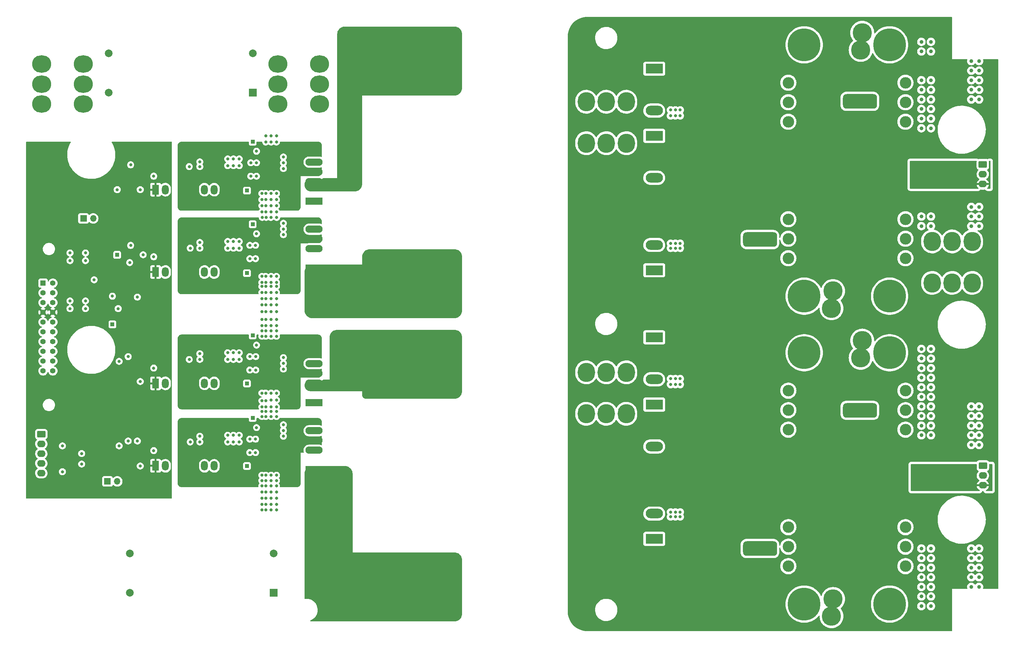
<source format=gbr>
%TF.GenerationSoftware,KiCad,Pcbnew,7.0.6*%
%TF.CreationDate,2023-08-12T12:52:25-07:00*%
%TF.ProjectId,Aux Power Supply V5,41757820-506f-4776-9572-20537570706c,rev?*%
%TF.SameCoordinates,Original*%
%TF.FileFunction,Copper,L3,Inr*%
%TF.FilePolarity,Positive*%
%FSLAX46Y46*%
G04 Gerber Fmt 4.6, Leading zero omitted, Abs format (unit mm)*
G04 Created by KiCad (PCBNEW 7.0.6) date 2023-08-12 12:52:25*
%MOMM*%
%LPD*%
G01*
G04 APERTURE LIST*
G04 Aperture macros list*
%AMRoundRect*
0 Rectangle with rounded corners*
0 $1 Rounding radius*
0 $2 $3 $4 $5 $6 $7 $8 $9 X,Y pos of 4 corners*
0 Add a 4 corners polygon primitive as box body*
4,1,4,$2,$3,$4,$5,$6,$7,$8,$9,$2,$3,0*
0 Add four circle primitives for the rounded corners*
1,1,$1+$1,$2,$3*
1,1,$1+$1,$4,$5*
1,1,$1+$1,$6,$7*
1,1,$1+$1,$8,$9*
0 Add four rect primitives between the rounded corners*
20,1,$1+$1,$2,$3,$4,$5,0*
20,1,$1+$1,$4,$5,$6,$7,0*
20,1,$1+$1,$6,$7,$8,$9,0*
20,1,$1+$1,$8,$9,$2,$3,0*%
G04 Aperture macros list end*
%TA.AperFunction,ComponentPad*%
%ADD10R,4.500000X2.500000*%
%TD*%
%TA.AperFunction,ComponentPad*%
%ADD11O,4.500000X2.500000*%
%TD*%
%TA.AperFunction,ComponentPad*%
%ADD12O,4.500000X5.000000*%
%TD*%
%TA.AperFunction,ComponentPad*%
%ADD13R,1.000000X1.000000*%
%TD*%
%TA.AperFunction,ComponentPad*%
%ADD14R,1.700000X1.700000*%
%TD*%
%TA.AperFunction,ComponentPad*%
%ADD15O,1.700000X1.700000*%
%TD*%
%TA.AperFunction,ComponentPad*%
%ADD16O,5.000000X4.500000*%
%TD*%
%TA.AperFunction,ComponentPad*%
%ADD17R,4.500000X1.905000*%
%TD*%
%TA.AperFunction,ComponentPad*%
%ADD18O,4.500000X1.905000*%
%TD*%
%TA.AperFunction,ComponentPad*%
%ADD19R,1.800000X2.540000*%
%TD*%
%TA.AperFunction,ComponentPad*%
%ADD20O,1.800000X2.540000*%
%TD*%
%TA.AperFunction,ComponentPad*%
%ADD21R,2.006600X2.006600*%
%TD*%
%TA.AperFunction,ComponentPad*%
%ADD22C,2.006600*%
%TD*%
%TA.AperFunction,ComponentPad*%
%ADD23RoundRect,0.952500X3.492500X0.952500X-3.492500X0.952500X-3.492500X-0.952500X3.492500X-0.952500X0*%
%TD*%
%TA.AperFunction,ComponentPad*%
%ADD24RoundRect,0.250000X-0.845000X0.620000X-0.845000X-0.620000X0.845000X-0.620000X0.845000X0.620000X0*%
%TD*%
%TA.AperFunction,ComponentPad*%
%ADD25O,2.190000X1.740000*%
%TD*%
%TA.AperFunction,ComponentPad*%
%ADD26C,4.000000*%
%TD*%
%TA.AperFunction,ComponentPad*%
%ADD27C,10.000000*%
%TD*%
%TA.AperFunction,ComponentPad*%
%ADD28C,5.000000*%
%TD*%
%TA.AperFunction,ComponentPad*%
%ADD29C,3.000000*%
%TD*%
%TA.AperFunction,ComponentPad*%
%ADD30R,1.398000X1.398000*%
%TD*%
%TA.AperFunction,ComponentPad*%
%ADD31C,1.398000*%
%TD*%
%TA.AperFunction,ComponentPad*%
%ADD32C,8.500000*%
%TD*%
%TA.AperFunction,ViaPad*%
%ADD33C,0.800000*%
%TD*%
%TA.AperFunction,ViaPad*%
%ADD34C,1.000000*%
%TD*%
G04 APERTURE END LIST*
D10*
%TO.N,OUTPUT_GND*%
%TO.C,R36*%
X240500000Y-177000000D03*
D11*
%TO.N,Net-(C65-Pad2)*%
X240500000Y-187900000D03*
%TD*%
D12*
%TO.N,OUTPUT_GND*%
%TO.C,J9*%
X222790000Y-116600000D03*
X222790000Y-127400000D03*
X228000000Y-116600000D03*
X228000000Y-127400000D03*
X233210000Y-116600000D03*
X233210000Y-127400000D03*
%TD*%
%TO.N,T1_OUT*%
%TO.C,J8*%
X222790000Y-80600000D03*
X222790000Y-91400000D03*
X228000000Y-80600000D03*
X228000000Y-91400000D03*
X233210000Y-80600000D03*
X233210000Y-91400000D03*
%TD*%
D13*
%TO.N,CLAMP_TOP_T1*%
%TO.C,TP13*%
X136000000Y-91000000D03*
%TD*%
D14*
%TO.N,GND*%
%TO.C,JP2*%
X91975000Y-111000000D03*
D15*
X94515000Y-111000000D03*
%TD*%
D13*
%TO.N,KELV_BOT_T1*%
%TO.C,TP10*%
X134500000Y-129750000D03*
%TD*%
D16*
%TO.N,DC_IN*%
%TO.C,J1*%
X142600000Y-81210000D03*
X153400000Y-81210000D03*
X142600000Y-76000000D03*
X153400000Y-76000000D03*
X142600000Y-70790000D03*
X153400000Y-70790000D03*
%TD*%
D10*
%TO.N,Net-(D11-K)*%
%TO.C,D12*%
X240500000Y-194500000D03*
D11*
%TO.N,OUTPUT_GND*%
X240500000Y-205400000D03*
%TD*%
D13*
%TO.N,+18V_TOP_T1*%
%TO.C,TP5*%
X134500000Y-103750000D03*
%TD*%
%TO.N,KELV_TOP_T1*%
%TO.C,TP9*%
X134500000Y-108250000D03*
%TD*%
D17*
%TO.N,DC_IN*%
%TO.C,Q1*%
X151990000Y-106480000D03*
D18*
%TO.N,Net-(D8-K)*%
X151990000Y-101400000D03*
%TO.N,KELV_TOP_T1*%
X151990000Y-98860000D03*
%TO.N,Net-(Q1-G)*%
X151990000Y-96320000D03*
%TD*%
D10*
%TO.N,T1_OUT*%
%TO.C,R33*%
X240500000Y-72000000D03*
D11*
%TO.N,Net-(C62-Pad2)*%
X240500000Y-82900000D03*
%TD*%
D19*
%TO.N,+24V*%
%TO.C,U3*%
X110760000Y-103500000D03*
D20*
%TO.N,GND*%
X113300000Y-103500000D03*
%TO.N,KELV_TOP_T1*%
X118380000Y-103500000D03*
X120920000Y-103500000D03*
%TO.N,+18V_TOP_T1*%
X123460000Y-103500000D03*
X126000000Y-103500000D03*
%TD*%
D13*
%TO.N,+18V_BOT_T2*%
%TO.C,TP8*%
X134500000Y-175500000D03*
%TD*%
%TO.N,KELV_BOT_T2*%
%TO.C,TP12*%
X134500000Y-180000000D03*
%TD*%
D19*
%TO.N,+24V*%
%TO.C,U4*%
X110760000Y-124960000D03*
D20*
%TO.N,GND*%
X113300000Y-124960000D03*
%TO.N,KELV_BOT_T1*%
X118380000Y-124960000D03*
X120920000Y-124960000D03*
%TO.N,+18V_BOT_T1*%
X123460000Y-124960000D03*
X126000000Y-124960000D03*
%TD*%
D21*
%TO.N,DC_IN*%
%TO.C,C19*%
X136000000Y-78200000D03*
D22*
X136000000Y-68000000D03*
%TO.N,GNDPWR*%
X98499997Y-78200000D03*
X98499997Y-68000000D03*
%TD*%
D13*
%TO.N,Ch1*%
%TO.C,TP4*%
X100750000Y-120500000D03*
%TD*%
D21*
%TO.N,DC_IN*%
%TO.C,C20*%
X141500000Y-208500000D03*
D22*
X141500000Y-198300000D03*
%TO.N,GNDPWR*%
X103999997Y-208500000D03*
X103999997Y-198300000D03*
%TD*%
D14*
%TO.N,GND*%
%TO.C,JP1*%
X98225000Y-179500000D03*
D15*
X100765000Y-179500000D03*
%TD*%
D23*
%TO.N,Net-(D11-K)*%
%TO.C,L2*%
X268000000Y-197000000D03*
%TO.N,+72V_2*%
X294000000Y-161000000D03*
%TD*%
D24*
%TO.N,+5V*%
%TO.C,J3*%
X325980000Y-96960000D03*
D25*
%TO.N,SO1*%
X325980000Y-99500000D03*
%TO.N,GND*%
X325980000Y-102040000D03*
%TD*%
D17*
%TO.N,DC_IN*%
%TO.C,Q3*%
X151990000Y-158980000D03*
D18*
%TO.N,Net-(D6-K)*%
X151990000Y-153900000D03*
%TO.N,KELV_TOP_T2*%
X151990000Y-151360000D03*
%TO.N,Net-(Q3-G)*%
X151990000Y-148820000D03*
%TD*%
D12*
%TO.N,T2_OUT*%
%TO.C,J10*%
X222790000Y-151100000D03*
X222790000Y-161900000D03*
X228000000Y-151100000D03*
X228000000Y-161900000D03*
X233210000Y-151100000D03*
X233210000Y-161900000D03*
%TD*%
D10*
%TO.N,Net-(D10-K)*%
%TO.C,D10*%
X240500000Y-124500000D03*
D11*
%TO.N,OUTPUT_GND*%
X240500000Y-135400000D03*
%TD*%
D13*
%TO.N,Ch2*%
%TO.C,TP1*%
X99500000Y-138600000D03*
%TD*%
D26*
%TO.N,Net-(D6-K)*%
%TO.C,T2*%
X173150000Y-155102500D03*
X178230000Y-155102500D03*
X183310000Y-155102500D03*
X188390000Y-155102500D03*
D27*
X171880000Y-147800000D03*
D28*
X178838884Y-143902500D03*
D26*
X183735546Y-143527500D03*
D29*
X187879614Y-143152500D03*
%TO.N,Net-(D5-A)*%
X187879614Y-212772500D03*
D26*
X183735546Y-212397500D03*
D28*
X178838884Y-212022500D03*
D27*
X171880000Y-208125000D03*
D26*
X173150000Y-200822500D03*
X178230000Y-200822500D03*
X183310000Y-200822500D03*
X188390000Y-200822500D03*
%TD*%
D17*
%TO.N,Net-(D7-A)*%
%TO.C,Q2*%
X151990000Y-123980000D03*
D18*
%TO.N,GNDPWR*%
X151990000Y-118900000D03*
%TO.N,KELV_BOT_T1*%
X151990000Y-116360000D03*
%TO.N,Net-(Q2-G)*%
X151990000Y-113820000D03*
%TD*%
D23*
%TO.N,Net-(D10-K)*%
%TO.C,L2*%
X268000000Y-116500000D03*
%TO.N,+72V_1*%
X294000000Y-80500000D03*
%TD*%
D12*
%TO.N,OUTPUT_GND*%
%TO.C,J11*%
X222790000Y-193600000D03*
X222790000Y-204400000D03*
X228000000Y-193600000D03*
X228000000Y-204400000D03*
X233210000Y-193600000D03*
X233210000Y-204400000D03*
%TD*%
D17*
%TO.N,Net-(D5-A)*%
%TO.C,Q4*%
X151990000Y-176480000D03*
D18*
%TO.N,GNDPWR*%
X151990000Y-171400000D03*
%TO.N,KELV_BOT_T2*%
X151990000Y-168860000D03*
%TO.N,Net-(Q4-G)*%
X151990000Y-166320000D03*
%TD*%
D10*
%TO.N,Net-(D11-K)*%
%TO.C,D11*%
X240500000Y-159500000D03*
D11*
%TO.N,T2_OUT*%
X240500000Y-170400000D03*
%TD*%
D10*
%TO.N,Net-(D10-K)*%
%TO.C,D9*%
X240500000Y-89500000D03*
D11*
%TO.N,T1_OUT*%
X240500000Y-100400000D03*
%TD*%
D24*
%TO.N,+5V*%
%TO.C,J4*%
X81000000Y-167210000D03*
D25*
%TO.N,GND*%
X81000000Y-169750000D03*
%TO.N,SO1*%
X81000000Y-172290000D03*
%TO.N,SO2*%
X81000000Y-174830000D03*
%TO.N,GND*%
X81000000Y-177370000D03*
%TD*%
D16*
%TO.N,GNDPWR*%
%TO.C,J6*%
X81100000Y-81210000D03*
X91900000Y-81210000D03*
X81100000Y-76000000D03*
X91900000Y-76000000D03*
X81100000Y-70790000D03*
X91900000Y-70790000D03*
%TD*%
D10*
%TO.N,T2_OUT*%
%TO.C,R35*%
X240500000Y-142000000D03*
D11*
%TO.N,Net-(C64-Pad2)*%
X240500000Y-152900000D03*
%TD*%
D13*
%TO.N,CLAMP_TOP_T2*%
%TO.C,TP15*%
X136000000Y-141500000D03*
%TD*%
D30*
%TO.N,+5V*%
%TO.C,J5*%
X81465000Y-127857500D03*
D31*
X84005000Y-127857500D03*
%TO.N,unconnected-(J5-Pad3)*%
X81465000Y-130397500D03*
%TO.N,unconnected-(J5-Pad4)*%
X84005000Y-130397500D03*
%TO.N,1_HI*%
X81465000Y-132937500D03*
%TO.N,1_LO*%
X84005000Y-132937500D03*
%TO.N,+24V*%
X81465000Y-135477500D03*
X84005000Y-135477500D03*
%TO.N,unconnected-(J5-Pad9)*%
X81465000Y-138017500D03*
%TO.N,Vin_SENSE*%
X84005000Y-138017500D03*
%TO.N,unconnected-(J5-Pad11)*%
X81465000Y-140557500D03*
%TO.N,unconnected-(J5-Pad12)*%
X84005000Y-140557500D03*
%TO.N,unconnected-(J5-Pad13)*%
X81465000Y-143097500D03*
%TO.N,unconnected-(J5-Pad14)*%
X84005000Y-143097500D03*
%TO.N,2_LO*%
X81465000Y-145637500D03*
%TO.N,2_HI*%
X84005000Y-145637500D03*
%TO.N,GND*%
X81465000Y-148177500D03*
X84005000Y-148177500D03*
%TO.N,I_Sense_1*%
X81465000Y-150717500D03*
%TO.N,I_Sense_2*%
X84005000Y-150717500D03*
%TD*%
D19*
%TO.N,+24V*%
%TO.C,U6*%
X110760000Y-175460000D03*
D20*
%TO.N,GND*%
X113300000Y-175460000D03*
%TO.N,KELV_BOT_T2*%
X118380000Y-175460000D03*
X120920000Y-175460000D03*
%TO.N,+18V_BOT_T2*%
X123460000Y-175460000D03*
X126000000Y-175460000D03*
%TD*%
D28*
%TO.N,Net-(D10-K)*%
%TO.C,L1*%
X286613706Y-134412500D03*
D32*
X279500000Y-131250000D03*
D28*
X287027489Y-129911480D03*
D29*
X275372500Y-121372500D03*
X275372500Y-116292500D03*
X275372500Y-111212500D03*
X275372500Y-85812500D03*
X275372500Y-80732500D03*
X275372500Y-75652500D03*
D32*
X279500000Y-65775000D03*
%TO.N,+72V_1*%
X301725000Y-131250000D03*
D29*
X305852500Y-121372500D03*
X305852500Y-116292500D03*
X305852500Y-111212500D03*
X305852500Y-85812500D03*
X305852500Y-80732500D03*
X305852500Y-75652500D03*
D28*
X294197511Y-67113520D03*
D32*
X301725000Y-65775000D03*
D28*
X294611294Y-62612500D03*
%TD*%
D13*
%TO.N,CLAMP_BOT_T2*%
%TO.C,TP16*%
X136000000Y-163000000D03*
%TD*%
D10*
%TO.N,OUTPUT_GND*%
%TO.C,R34*%
X240500000Y-107000000D03*
D11*
%TO.N,Net-(C63-Pad2)*%
X240500000Y-117900000D03*
%TD*%
D19*
%TO.N,+24V*%
%TO.C,U5*%
X110760000Y-153960000D03*
D20*
%TO.N,GND*%
X113300000Y-153960000D03*
%TO.N,KELV_TOP_T2*%
X118380000Y-153960000D03*
X120920000Y-153960000D03*
%TO.N,+18V_TOP_T2*%
X123460000Y-153960000D03*
X126000000Y-153960000D03*
%TD*%
D13*
%TO.N,+18V_TOP_T2*%
%TO.C,TP7*%
X134500000Y-154000000D03*
%TD*%
%TO.N,+18V_BOT_T1*%
%TO.C,TP6*%
X134500000Y-125250000D03*
%TD*%
%TO.N,CLAMP_BOT_T1*%
%TO.C,TP14*%
X136000000Y-112500000D03*
%TD*%
D24*
%TO.N,+5V*%
%TO.C,J12*%
X326000000Y-175460000D03*
D25*
%TO.N,SO2*%
X326000000Y-178000000D03*
%TO.N,GND*%
X326000000Y-180540000D03*
%TD*%
D13*
%TO.N,KELV_TOP_T2*%
%TO.C,TP11*%
X134500000Y-158500000D03*
%TD*%
D26*
%TO.N,Net-(D8-K)*%
%TO.C,T1*%
X173150000Y-76102500D03*
X178230000Y-76102500D03*
X183310000Y-76102500D03*
X188390000Y-76102500D03*
D27*
X171880000Y-68800000D03*
D28*
X178838884Y-64902500D03*
D26*
X183735546Y-64527500D03*
D29*
X187879614Y-64152500D03*
%TO.N,Net-(D7-A)*%
X187879614Y-133772500D03*
D26*
X183735546Y-133397500D03*
D28*
X178838884Y-133022500D03*
D27*
X171880000Y-129125000D03*
D26*
X173150000Y-121822500D03*
X178230000Y-121822500D03*
X183310000Y-121822500D03*
X188390000Y-121822500D03*
%TD*%
D28*
%TO.N,Net-(D11-K)*%
%TO.C,L2*%
X286613706Y-214637500D03*
D32*
X279500000Y-211475000D03*
D28*
X287027489Y-210136480D03*
D29*
X275372500Y-201597500D03*
X275372500Y-196517500D03*
X275372500Y-191437500D03*
X275372500Y-166037500D03*
X275372500Y-160957500D03*
X275372500Y-155877500D03*
D32*
X279500000Y-146000000D03*
%TO.N,+72V_2*%
X301725000Y-211475000D03*
D29*
X305852500Y-201597500D03*
X305852500Y-196517500D03*
X305852500Y-191437500D03*
X305852500Y-166037500D03*
X305852500Y-160957500D03*
X305852500Y-155877500D03*
D28*
X294197511Y-147338520D03*
D32*
X301725000Y-146000000D03*
D28*
X294611294Y-142837500D03*
%TD*%
D12*
%TO.N,+72V_OUT*%
%TO.C,J2*%
X323210000Y-127800000D03*
X323210000Y-117000000D03*
X318000000Y-127800000D03*
X318000000Y-117000000D03*
X312790000Y-127800000D03*
X312790000Y-117000000D03*
%TD*%
D33*
%TO.N,GNDPWR*%
X138500000Y-110750000D03*
X139500000Y-110750000D03*
X140750000Y-110750000D03*
X142250000Y-110750000D03*
%TO.N,GND*%
X322500000Y-101750000D03*
%TO.N,GNDPWR*%
X140800000Y-127700000D03*
X139400000Y-126100000D03*
X139400000Y-106100000D03*
X140800000Y-162600000D03*
X138400000Y-106100000D03*
X140800000Y-180700000D03*
X139400000Y-160100000D03*
X138400000Y-160100000D03*
X139400000Y-156500000D03*
X142200000Y-109300000D03*
X138400000Y-109300000D03*
X138400000Y-156500000D03*
X138400000Y-131900000D03*
X142200000Y-180700000D03*
X139400000Y-127700000D03*
X142200000Y-135300000D03*
X142200000Y-126100000D03*
X142200000Y-179300000D03*
X142200000Y-186900000D03*
X138400000Y-162600000D03*
X142200000Y-156500000D03*
X140800000Y-137300000D03*
X139400000Y-131900000D03*
X140800000Y-185500000D03*
X139400000Y-158500000D03*
X139400000Y-135300000D03*
X140800000Y-186900000D03*
X138400000Y-104500000D03*
X138400000Y-135300000D03*
X138400000Y-158500000D03*
X142200000Y-127700000D03*
X140800000Y-179300000D03*
X140800000Y-135300000D03*
X142200000Y-161300000D03*
X139400000Y-161300000D03*
X142200000Y-160100000D03*
X140800000Y-133500000D03*
X140800000Y-106100000D03*
X142200000Y-140300000D03*
X140800000Y-183900000D03*
X138400000Y-138900000D03*
X139400000Y-89500000D03*
X138400000Y-128700000D03*
X140800000Y-126100000D03*
X138400000Y-182300000D03*
X142200000Y-128700000D03*
X138400000Y-107700000D03*
X138400000Y-183900000D03*
X139400000Y-182300000D03*
X140800000Y-141700000D03*
X142200000Y-106100000D03*
X138400000Y-137300000D03*
X138400000Y-179300000D03*
X140800000Y-160100000D03*
X139400000Y-104500000D03*
X140800000Y-128700000D03*
X142200000Y-133500000D03*
X138400000Y-186900000D03*
X140800000Y-177900000D03*
X142200000Y-182300000D03*
X142200000Y-130300000D03*
X142200000Y-137300000D03*
X142200000Y-177900000D03*
X140800000Y-131900000D03*
X139400000Y-185500000D03*
X140800000Y-161300000D03*
X139400000Y-109300000D03*
X142200000Y-107700000D03*
X139400000Y-162600000D03*
X142200000Y-91100000D03*
X140800000Y-91100000D03*
X140800000Y-104500000D03*
X142200000Y-185500000D03*
X138400000Y-185500000D03*
X142200000Y-183900000D03*
X139400000Y-133500000D03*
X142200000Y-141700000D03*
X140800000Y-109300000D03*
X140800000Y-182300000D03*
X138400000Y-161300000D03*
X142200000Y-162600000D03*
X139400000Y-130300000D03*
X140800000Y-156500000D03*
X138400000Y-130300000D03*
X142200000Y-158300000D03*
X138400000Y-141700000D03*
X140800000Y-158300000D03*
X140800000Y-140300000D03*
X142200000Y-131900000D03*
X138400000Y-140300000D03*
X139400000Y-186900000D03*
X139400000Y-177900000D03*
X139400000Y-179300000D03*
X139400000Y-141700000D03*
X140800000Y-138900000D03*
X140800000Y-130300000D03*
X139400000Y-140300000D03*
X138400000Y-126100000D03*
X139400000Y-128700000D03*
X140800000Y-107700000D03*
X138400000Y-177900000D03*
X139400000Y-137300000D03*
X142200000Y-89500000D03*
X138400000Y-133500000D03*
X139400000Y-91100000D03*
X139400000Y-183900000D03*
X139400000Y-138900000D03*
X140800000Y-89500000D03*
X139400000Y-107700000D03*
X142200000Y-138900000D03*
X138400000Y-127700000D03*
X139400000Y-180700000D03*
X142200000Y-104500000D03*
X138400000Y-180700000D03*
%TO.N,GND*%
X91500000Y-172250000D03*
X106750000Y-153500000D03*
X110250000Y-121000000D03*
X106000000Y-169000000D03*
X103600000Y-147000000D03*
X103600000Y-169000000D03*
X94750000Y-127000000D03*
X110250000Y-150000000D03*
X104250000Y-97037500D03*
X106750000Y-103500000D03*
X322250000Y-178750000D03*
X86500000Y-170250000D03*
D34*
X308962500Y-98500000D03*
D33*
X110250000Y-171500000D03*
X86500000Y-177000000D03*
X91500000Y-175000000D03*
X110250000Y-100000000D03*
X106000000Y-131500000D03*
X106750000Y-175500000D03*
X101000000Y-134500000D03*
X308712500Y-178500000D03*
X104250000Y-118037500D03*
%TO.N,KELV_TOP_T1*%
X126500000Y-93250000D03*
X124750000Y-93250000D03*
X124750000Y-94250000D03*
X126500000Y-94250000D03*
X135000000Y-93500000D03*
X132000000Y-105750000D03*
X121250000Y-94250000D03*
X121250000Y-93250000D03*
X123000000Y-94250000D03*
X123000000Y-93250000D03*
X129750000Y-105750000D03*
%TO.N,KELV_BOT_T1*%
X126500000Y-114000000D03*
X126500000Y-115000000D03*
X123000000Y-115000000D03*
X124750000Y-114000000D03*
X121250000Y-115000000D03*
X124750000Y-115000000D03*
X135000000Y-115000000D03*
X132000000Y-127250000D03*
X121250000Y-114000000D03*
X129750000Y-127250000D03*
X123000000Y-114000000D03*
D34*
%TO.N,OUTPUT_GND*%
X316250000Y-197000000D03*
X316250000Y-77000000D03*
X316250000Y-155000000D03*
X316250000Y-209750000D03*
X316250000Y-168750000D03*
X316250000Y-94750000D03*
X316250000Y-212750000D03*
X316250000Y-80000000D03*
X316250000Y-198500000D03*
X316250000Y-201750000D03*
X316250000Y-163750000D03*
X316250000Y-106750000D03*
X316250000Y-200000000D03*
X316250000Y-206500000D03*
X316250000Y-170000000D03*
X316250000Y-173750000D03*
X316250000Y-105000000D03*
X316250000Y-108500000D03*
X316250000Y-203500000D03*
X316250000Y-205000000D03*
X316250000Y-65500000D03*
X316250000Y-150000000D03*
X316250000Y-75250000D03*
X316250000Y-172500000D03*
X316250000Y-67000000D03*
X316250000Y-111500000D03*
X316250000Y-78500000D03*
X316250000Y-73500000D03*
X316250000Y-171250000D03*
X316250000Y-72000000D03*
X316250000Y-68750000D03*
X316250000Y-64000000D03*
X316250000Y-110000000D03*
X316250000Y-211250000D03*
X316250000Y-208250000D03*
X316250000Y-70500000D03*
X316250000Y-160000000D03*
D33*
%TO.N,GATE_TOP_T1*%
X131000000Y-97250000D03*
X132500000Y-95500000D03*
X129500000Y-95500000D03*
X119500000Y-97500000D03*
X132500000Y-97250000D03*
X131000000Y-95500000D03*
X122250000Y-97500000D03*
X129500000Y-97250000D03*
%TO.N,GATE_BOT_T1*%
X129500000Y-117000000D03*
X132500000Y-117000000D03*
X119750000Y-118750000D03*
X132500000Y-118750000D03*
X131000000Y-118750000D03*
X122250000Y-118750000D03*
X131000000Y-117000000D03*
X129500000Y-118750000D03*
D34*
%TO.N,+72V_OUT*%
X310000000Y-67500000D03*
X323000000Y-110500000D03*
X323000000Y-207000000D03*
X312500000Y-162500000D03*
X325000000Y-167500000D03*
X310000000Y-165000000D03*
X310000000Y-110500000D03*
X312500000Y-197000000D03*
X323000000Y-77500000D03*
X310000000Y-167500000D03*
X325000000Y-160000000D03*
X310000000Y-207000000D03*
X323000000Y-75000000D03*
X310000000Y-85000000D03*
X312500000Y-165000000D03*
X323000000Y-165000000D03*
X323000000Y-70000000D03*
X310000000Y-75000000D03*
X312500000Y-157500000D03*
X310000000Y-65000000D03*
X312500000Y-75000000D03*
X310000000Y-162500000D03*
X323000000Y-160000000D03*
X312500000Y-155000000D03*
X323000000Y-170000000D03*
X323000000Y-167500000D03*
X312500000Y-145000000D03*
X310000000Y-145000000D03*
X325000000Y-165000000D03*
X323000000Y-80000000D03*
X310000000Y-160000000D03*
X312500000Y-85000000D03*
X323000000Y-197000000D03*
X310000000Y-87500000D03*
X312500000Y-110500000D03*
X325000000Y-202000000D03*
X323000000Y-113000000D03*
X312500000Y-67500000D03*
X325000000Y-108000000D03*
X310000000Y-150000000D03*
X310000000Y-155000000D03*
X312500000Y-204500000D03*
X310000000Y-212000000D03*
X312500000Y-199500000D03*
X312500000Y-65000000D03*
X312500000Y-202000000D03*
X323000000Y-204500000D03*
X325000000Y-75000000D03*
X312500000Y-207000000D03*
X325000000Y-207000000D03*
X325000000Y-199500000D03*
X310000000Y-197000000D03*
X312500000Y-147500000D03*
X323000000Y-72500000D03*
X323000000Y-202000000D03*
X312500000Y-212000000D03*
X312500000Y-150000000D03*
X325000000Y-77500000D03*
X325000000Y-162500000D03*
X310000000Y-202000000D03*
X312500000Y-209500000D03*
X310000000Y-80000000D03*
X312500000Y-77500000D03*
X312500000Y-160000000D03*
X325000000Y-113000000D03*
X323000000Y-162500000D03*
X312500000Y-87500000D03*
X312500000Y-152500000D03*
X325000000Y-197000000D03*
X310000000Y-113000000D03*
X310000000Y-77500000D03*
X325000000Y-204500000D03*
X310000000Y-152500000D03*
X325000000Y-80000000D03*
X310000000Y-204500000D03*
X312500000Y-82500000D03*
X310000000Y-209500000D03*
X325000000Y-170000000D03*
X310000000Y-199500000D03*
X310000000Y-157500000D03*
X310000000Y-147500000D03*
X325000000Y-110500000D03*
X310000000Y-82500000D03*
X312500000Y-113000000D03*
X325000000Y-72500000D03*
X312500000Y-80000000D03*
X323000000Y-199500000D03*
X323000000Y-108000000D03*
X325000000Y-70000000D03*
X312500000Y-167500000D03*
D33*
%TO.N,1_HI*%
X88475000Y-122000000D03*
%TO.N,1_LO*%
X88475000Y-120000000D03*
%TO.N,2_LO*%
X88475000Y-134500000D03*
%TO.N,2_HI*%
X88475000Y-132500000D03*
%TO.N,Net-(C64-Pad2)*%
X247250000Y-152750000D03*
X247250000Y-154250000D03*
X244750000Y-154250000D03*
X246000000Y-154250000D03*
X246000000Y-152750000D03*
X244750000Y-152750000D03*
%TO.N,Net-(C65-Pad2)*%
X244750000Y-188750000D03*
X246000000Y-187500000D03*
X246000000Y-188750000D03*
X244750000Y-187500000D03*
X247250000Y-188750000D03*
X247250000Y-187500000D03*
%TO.N,KELV_TOP_T2*%
X121250000Y-144000000D03*
X126500000Y-144000000D03*
X123000000Y-144000000D03*
X123000000Y-143000000D03*
X135000000Y-144000000D03*
X124750000Y-144000000D03*
X129750000Y-156000000D03*
X132000000Y-156000000D03*
X126500000Y-143000000D03*
X121250000Y-143000000D03*
X124750000Y-143000000D03*
%TO.N,KELV_BOT_T2*%
X124750000Y-164500000D03*
X132000000Y-177500000D03*
X129750000Y-177500000D03*
X124750000Y-165500000D03*
X123000000Y-164500000D03*
X135000000Y-165500000D03*
X126500000Y-165500000D03*
X126500000Y-164500000D03*
X121250000Y-164500000D03*
X121250000Y-165500000D03*
X123000000Y-165500000D03*
%TO.N,GATE_TOP_T2*%
X129500000Y-147750000D03*
X131000000Y-147750000D03*
X119500000Y-147750000D03*
X132500000Y-147750000D03*
X129500000Y-146000000D03*
X131000000Y-146000000D03*
X132500000Y-146000000D03*
X122250000Y-147750000D03*
%TO.N,GATE_BOT_T2*%
X131000000Y-167500000D03*
X132500000Y-169250000D03*
X131000000Y-169250000D03*
X122250000Y-169250000D03*
X119750000Y-169250000D03*
X129500000Y-169250000D03*
X132500000Y-167500000D03*
X129500000Y-167500000D03*
%TO.N,CLAMP_TOP_T1*%
X144000000Y-98000000D03*
X135500000Y-96500000D03*
X137000000Y-93500000D03*
X122250000Y-96250000D03*
X137000000Y-100000000D03*
X144000000Y-96500000D03*
X144000000Y-95000000D03*
X135500000Y-100000000D03*
X137000000Y-96500000D03*
%TO.N,CLAMP_BOT_T1*%
X144000000Y-113750000D03*
X135250000Y-118000000D03*
X135250000Y-121500000D03*
X136750000Y-121500000D03*
X137000000Y-115000000D03*
X122250000Y-117250000D03*
X144000000Y-112250000D03*
X136750000Y-118000000D03*
X144000000Y-115250000D03*
%TO.N,CLAMP_TOP_T2*%
X122250000Y-146250000D03*
X135250000Y-150500000D03*
X144000000Y-148750000D03*
X136800000Y-150500000D03*
X144000000Y-147250000D03*
X144000000Y-150250000D03*
X136800000Y-147000000D03*
X137000000Y-144000000D03*
X135250000Y-147000000D03*
%TO.N,CLAMP_BOT_T2*%
X122250000Y-167750000D03*
X137000000Y-165500000D03*
X136750000Y-172000000D03*
X135250000Y-172000000D03*
X144000000Y-167750000D03*
X135250000Y-168500000D03*
X136750000Y-168500000D03*
X144000000Y-164750000D03*
X144000000Y-166250000D03*
%TO.N,Net-(C62-Pad2)*%
X247250000Y-84250000D03*
X246000000Y-82750000D03*
X244750000Y-82750000D03*
X246000000Y-84250000D03*
X247250000Y-82750000D03*
X244750000Y-84250000D03*
%TO.N,Net-(C63-Pad2)*%
X247250000Y-118750000D03*
X247250000Y-117500000D03*
X244750000Y-117500000D03*
X246000000Y-117500000D03*
X244750000Y-118750000D03*
X246000000Y-118750000D03*
%TO.N,Net-(U8-IN-)*%
X107500000Y-120462500D03*
%TO.N,Net-(C84-Pad1)*%
X92500000Y-134500000D03*
%TO.N,Net-(C84-Pad2)*%
X92500000Y-132500000D03*
%TO.N,Net-(C85-Pad1)*%
X92500000Y-120000000D03*
D34*
%TO.N,Net-(D5-A)*%
X180200000Y-202700000D03*
X183200000Y-208400000D03*
X177400000Y-205500000D03*
X168800000Y-213900000D03*
X185800000Y-205500000D03*
X180300000Y-208400000D03*
X185800000Y-202700000D03*
X174800000Y-213900000D03*
X185900000Y-211100000D03*
X166000000Y-202700000D03*
X188600000Y-205500000D03*
X185900000Y-208400000D03*
X188700000Y-208400000D03*
X180200000Y-205500000D03*
X166000000Y-200000000D03*
X168700000Y-200000000D03*
X166100000Y-211100000D03*
X183100000Y-205500000D03*
X168700000Y-202700000D03*
X177500000Y-208400000D03*
X166100000Y-208400000D03*
X185800000Y-200000000D03*
X185900000Y-213900000D03*
X166000000Y-205500000D03*
X171600000Y-213900000D03*
X166100000Y-213900000D03*
D33*
%TO.N,Net-(C85-Pad2)*%
X92500000Y-122000000D03*
D34*
%TO.N,Net-(D8-K)*%
X185400000Y-70500000D03*
X166000000Y-70500000D03*
X174300000Y-62100000D03*
X168600000Y-62100000D03*
X179900000Y-70500000D03*
X166000000Y-76000000D03*
X165900000Y-64800000D03*
X179800000Y-67600000D03*
X182700000Y-73200000D03*
X165900000Y-62100000D03*
X188100000Y-62100000D03*
X177000000Y-67600000D03*
X188100000Y-67600000D03*
X185300000Y-62100000D03*
X182700000Y-70500000D03*
X188200000Y-70500000D03*
X168700000Y-73200000D03*
X174400000Y-73200000D03*
X171400000Y-62100000D03*
X182600000Y-67600000D03*
X179800000Y-62100000D03*
X177100000Y-73200000D03*
X177100000Y-70500000D03*
X179900000Y-73200000D03*
X168600000Y-64800000D03*
X166000000Y-73200000D03*
X168700000Y-76000000D03*
X188200000Y-73200000D03*
X177000000Y-62100000D03*
X185300000Y-67600000D03*
X165900000Y-67600000D03*
X185400000Y-73200000D03*
X182600000Y-62100000D03*
%TO.N,Net-(D6-K)*%
X166100000Y-150700000D03*
X174600000Y-142300000D03*
X186000000Y-145000000D03*
X166100000Y-156200000D03*
X186100000Y-150700000D03*
X171500000Y-142300000D03*
X166000000Y-147800000D03*
X188900000Y-150700000D03*
X168700000Y-142300000D03*
X188800000Y-145000000D03*
X186100000Y-156200000D03*
X168800000Y-156200000D03*
X168800000Y-153400000D03*
X188800000Y-147800000D03*
X180200000Y-156200000D03*
X180100000Y-147800000D03*
X183400000Y-150700000D03*
X180200000Y-150700000D03*
X177300000Y-147800000D03*
X166000000Y-145000000D03*
X186100000Y-153400000D03*
X180200000Y-153400000D03*
X166000000Y-142300000D03*
X177400000Y-150700000D03*
X183300000Y-147800000D03*
X186000000Y-142300000D03*
X186000000Y-147800000D03*
X166100000Y-153400000D03*
%TO.N,Net-(D7-A)*%
X180200000Y-129500000D03*
X177300000Y-126600000D03*
X186100000Y-132200000D03*
X188900000Y-132200000D03*
X188800000Y-126600000D03*
X177400000Y-129500000D03*
X166100000Y-129500000D03*
X180100000Y-126600000D03*
X166100000Y-135000000D03*
X180100000Y-123800000D03*
X186000000Y-123800000D03*
X186000000Y-121100000D03*
X186100000Y-129500000D03*
X188900000Y-129500000D03*
X168700000Y-123800000D03*
X183300000Y-126600000D03*
X166000000Y-126600000D03*
X171600000Y-135000000D03*
X186100000Y-135000000D03*
X186000000Y-126600000D03*
X166000000Y-123800000D03*
X174700000Y-135000000D03*
X166100000Y-132200000D03*
X183400000Y-129500000D03*
X168700000Y-121100000D03*
X168800000Y-135000000D03*
X166000000Y-121100000D03*
D33*
%TO.N,Ch1*%
X100750000Y-103500000D03*
%TO.N,Ch2*%
X101250000Y-148250000D03*
X99500000Y-131250000D03*
X101250000Y-170250000D03*
%TO.N,+5V*%
X104000000Y-122500000D03*
%TD*%
%TA.AperFunction,Conductor*%
%TO.N,Net-(D7-A)*%
G36*
X188502244Y-119000161D02*
G01*
X188671292Y-119012251D01*
X188775648Y-119019714D01*
X188793435Y-119022272D01*
X189054657Y-119079098D01*
X189071896Y-119084158D01*
X189322392Y-119177589D01*
X189338738Y-119185054D01*
X189573374Y-119313175D01*
X189588498Y-119322895D01*
X189802509Y-119483102D01*
X189816095Y-119494875D01*
X190005124Y-119683904D01*
X190016897Y-119697490D01*
X190177104Y-119911501D01*
X190186824Y-119926625D01*
X190314945Y-120161261D01*
X190322413Y-120177613D01*
X190415838Y-120428095D01*
X190420902Y-120445345D01*
X190477726Y-120706560D01*
X190480285Y-120724354D01*
X190499839Y-120997755D01*
X190500000Y-121002251D01*
X190500000Y-134997748D01*
X190499839Y-135002244D01*
X190480285Y-135275645D01*
X190477726Y-135293439D01*
X190420902Y-135554654D01*
X190415838Y-135571904D01*
X190322413Y-135822386D01*
X190314945Y-135838738D01*
X190186824Y-136073374D01*
X190177104Y-136088498D01*
X190016897Y-136302509D01*
X190005124Y-136316095D01*
X189816095Y-136505124D01*
X189802509Y-136516897D01*
X189588498Y-136677104D01*
X189573374Y-136686824D01*
X189338738Y-136814945D01*
X189322386Y-136822413D01*
X189071904Y-136915838D01*
X189054654Y-136920902D01*
X188793439Y-136977726D01*
X188775645Y-136980285D01*
X188502244Y-136999839D01*
X188497748Y-137000000D01*
X151502252Y-137000000D01*
X151497756Y-136999839D01*
X151224354Y-136980285D01*
X151206560Y-136977726D01*
X150945345Y-136920902D01*
X150928095Y-136915838D01*
X150677613Y-136822413D01*
X150661261Y-136814945D01*
X150426625Y-136686824D01*
X150411501Y-136677104D01*
X150197490Y-136516897D01*
X150183904Y-136505124D01*
X149994875Y-136316095D01*
X149983102Y-136302509D01*
X149822895Y-136088498D01*
X149813175Y-136073374D01*
X149685054Y-135838738D01*
X149677589Y-135822392D01*
X149584158Y-135571896D01*
X149579097Y-135554654D01*
X149522273Y-135293439D01*
X149519714Y-135275644D01*
X149500161Y-135002244D01*
X149500000Y-134997748D01*
X149500000Y-125002251D01*
X149500161Y-124997755D01*
X149519714Y-124724355D01*
X149522272Y-124706566D01*
X149579098Y-124445338D01*
X149584157Y-124428107D01*
X149677591Y-124177601D01*
X149685050Y-124161268D01*
X149813178Y-123926620D01*
X149822891Y-123911506D01*
X149983108Y-123697482D01*
X149994868Y-123683911D01*
X150183911Y-123494868D01*
X150197482Y-123483108D01*
X150411506Y-123322891D01*
X150426620Y-123313178D01*
X150661268Y-123185050D01*
X150677601Y-123177591D01*
X150928107Y-123084157D01*
X150945338Y-123079098D01*
X151206566Y-123022272D01*
X151224349Y-123019714D01*
X151342267Y-123011281D01*
X151497756Y-123000161D01*
X151502252Y-123000000D01*
X162499994Y-123000000D01*
X162500000Y-123000000D01*
X164500000Y-123000000D01*
X164500000Y-120999999D01*
X164500161Y-120997755D01*
X164519714Y-120724355D01*
X164522272Y-120706566D01*
X164579098Y-120445338D01*
X164584157Y-120428107D01*
X164677591Y-120177601D01*
X164685050Y-120161268D01*
X164813178Y-119926620D01*
X164822891Y-119911506D01*
X164983108Y-119697482D01*
X164994868Y-119683911D01*
X165183911Y-119494868D01*
X165197482Y-119483108D01*
X165411506Y-119322891D01*
X165426620Y-119313178D01*
X165661268Y-119185050D01*
X165677601Y-119177591D01*
X165928107Y-119084157D01*
X165945338Y-119079098D01*
X166206566Y-119022272D01*
X166224349Y-119019714D01*
X166342267Y-119011281D01*
X166497756Y-119000161D01*
X166502252Y-119000000D01*
X188497748Y-119000000D01*
X188502244Y-119000161D01*
G37*
%TD.AperFunction*%
%TD*%
%TA.AperFunction,Conductor*%
%TO.N,OUTPUT_GND*%
G36*
X317942121Y-58520502D02*
G01*
X317988614Y-58574158D01*
X318000000Y-58626500D01*
X318000000Y-69500000D01*
X321831232Y-69500000D01*
X321899353Y-69520002D01*
X321945846Y-69573658D01*
X321955950Y-69643932D01*
X321952422Y-69660481D01*
X321913603Y-69796913D01*
X321894785Y-69999999D01*
X321913603Y-70203084D01*
X321969416Y-70399245D01*
X321969417Y-70399247D01*
X321969418Y-70399250D01*
X322060327Y-70581821D01*
X322060328Y-70581822D01*
X322060329Y-70581824D01*
X322183234Y-70744578D01*
X322333959Y-70881981D01*
X322333960Y-70881982D01*
X322507351Y-70989341D01*
X322507354Y-70989342D01*
X322507363Y-70989348D01*
X322697544Y-71063024D01*
X322898024Y-71100500D01*
X322898026Y-71100500D01*
X323101974Y-71100500D01*
X323101976Y-71100500D01*
X323302456Y-71063024D01*
X323492637Y-70989348D01*
X323666041Y-70881981D01*
X323816764Y-70744579D01*
X323899451Y-70635083D01*
X323956463Y-70592778D01*
X324027300Y-70588010D01*
X324089468Y-70622296D01*
X324100543Y-70635076D01*
X324183236Y-70744579D01*
X324183238Y-70744581D01*
X324333959Y-70881981D01*
X324333960Y-70881982D01*
X324507351Y-70989341D01*
X324507354Y-70989342D01*
X324507363Y-70989348D01*
X324697544Y-71063024D01*
X324898024Y-71100500D01*
X324898026Y-71100500D01*
X325101974Y-71100500D01*
X325101976Y-71100500D01*
X325302456Y-71063024D01*
X325492637Y-70989348D01*
X325666041Y-70881981D01*
X325816764Y-70744579D01*
X325939673Y-70581821D01*
X326030582Y-70399250D01*
X326086397Y-70203083D01*
X326105215Y-70000000D01*
X326086397Y-69796917D01*
X326086396Y-69796913D01*
X326047578Y-69660481D01*
X326048174Y-69589487D01*
X326087059Y-69530086D01*
X326151885Y-69501136D01*
X326168768Y-69500000D01*
X329873500Y-69500000D01*
X329941621Y-69520002D01*
X329988114Y-69573658D01*
X329999500Y-69626000D01*
X329999500Y-207374000D01*
X329979498Y-207442121D01*
X329925842Y-207488614D01*
X329873500Y-207500000D01*
X326168768Y-207500000D01*
X326100647Y-207479998D01*
X326054154Y-207426342D01*
X326044050Y-207356068D01*
X326047578Y-207339519D01*
X326086396Y-207203086D01*
X326086395Y-207203086D01*
X326086397Y-207203083D01*
X326105215Y-207000000D01*
X326086397Y-206796917D01*
X326030582Y-206600750D01*
X325939673Y-206418179D01*
X325909106Y-206377702D01*
X325816765Y-206255421D01*
X325666040Y-206118018D01*
X325666039Y-206118017D01*
X325492648Y-206010658D01*
X325492641Y-206010654D01*
X325492637Y-206010652D01*
X325376133Y-205965518D01*
X325302457Y-205936976D01*
X325235629Y-205924483D01*
X325101976Y-205899500D01*
X324898024Y-205899500D01*
X324797784Y-205918238D01*
X324697542Y-205936976D01*
X324550190Y-205994060D01*
X324507363Y-206010652D01*
X324507362Y-206010652D01*
X324507361Y-206010653D01*
X324507351Y-206010658D01*
X324333960Y-206118017D01*
X324333959Y-206118018D01*
X324183234Y-206255421D01*
X324100550Y-206364914D01*
X324043536Y-206407222D01*
X323972700Y-206411989D01*
X323910531Y-206377702D01*
X323899450Y-206364914D01*
X323816765Y-206255421D01*
X323666040Y-206118018D01*
X323666039Y-206118017D01*
X323492648Y-206010658D01*
X323492641Y-206010654D01*
X323492637Y-206010652D01*
X323376132Y-205965518D01*
X323302457Y-205936976D01*
X323235629Y-205924483D01*
X323101976Y-205899500D01*
X322898024Y-205899500D01*
X322797784Y-205918238D01*
X322697542Y-205936976D01*
X322550190Y-205994060D01*
X322507363Y-206010652D01*
X322507362Y-206010652D01*
X322507361Y-206010653D01*
X322507351Y-206010658D01*
X322333960Y-206118017D01*
X322333959Y-206118018D01*
X322183234Y-206255421D01*
X322060329Y-206418175D01*
X321969416Y-206600754D01*
X321913603Y-206796915D01*
X321894785Y-207000000D01*
X321913603Y-207203086D01*
X321952422Y-207339519D01*
X321951826Y-207410513D01*
X321912941Y-207469914D01*
X321848115Y-207498864D01*
X321831232Y-207500000D01*
X318000000Y-207500000D01*
X318000000Y-218373500D01*
X317979998Y-218441621D01*
X317926342Y-218488114D01*
X317874000Y-218499500D01*
X222988548Y-218499500D01*
X222963791Y-218498419D01*
X222566969Y-218481092D01*
X222561492Y-218480613D01*
X222134486Y-218424397D01*
X222129071Y-218423442D01*
X221708589Y-218330224D01*
X221703284Y-218328802D01*
X221292526Y-218199291D01*
X221287361Y-218197411D01*
X220889445Y-218032589D01*
X220884467Y-218030267D01*
X220502431Y-217831392D01*
X220497694Y-217828658D01*
X220134430Y-217597233D01*
X220129939Y-217594088D01*
X219788239Y-217331892D01*
X219784027Y-217328357D01*
X219466495Y-217037392D01*
X219462607Y-217033504D01*
X219171642Y-216715972D01*
X219168107Y-216711760D01*
X218905911Y-216370060D01*
X218902769Y-216365574D01*
X218671337Y-216002298D01*
X218668611Y-215997576D01*
X218469726Y-215615522D01*
X218467410Y-215610554D01*
X218302588Y-215212638D01*
X218300712Y-215207486D01*
X218171192Y-214796700D01*
X218169779Y-214791426D01*
X218076557Y-214370928D01*
X218075602Y-214365513D01*
X218039594Y-214092001D01*
X218019385Y-213938503D01*
X218018907Y-213933030D01*
X218000000Y-213500000D01*
X218000000Y-212913897D01*
X225095673Y-212913897D01*
X225100779Y-213086112D01*
X225105875Y-213258012D01*
X225105875Y-213258013D01*
X225156701Y-213598485D01*
X225156702Y-213598492D01*
X225247448Y-213930584D01*
X225247449Y-213930586D01*
X225376826Y-214249596D01*
X225398996Y-214289809D01*
X225543034Y-214551079D01*
X225543036Y-214551083D01*
X225543038Y-214551085D01*
X225743725Y-214830779D01*
X225743726Y-214830780D01*
X225743730Y-214830785D01*
X225976099Y-215084791D01*
X226236880Y-215309531D01*
X226522410Y-215501851D01*
X226828683Y-215659050D01*
X227151399Y-215778922D01*
X227486027Y-215859783D01*
X227827870Y-215900500D01*
X227827876Y-215900500D01*
X228085984Y-215900500D01*
X228085990Y-215900500D01*
X228343655Y-215885209D01*
X228682486Y-215824313D01*
X229011736Y-215723769D01*
X229163595Y-215656874D01*
X229326766Y-215584998D01*
X229326772Y-215584995D01*
X229326773Y-215584994D01*
X229326783Y-215584990D01*
X229623206Y-215409924D01*
X229896842Y-215201027D01*
X230143851Y-214961233D01*
X230360764Y-214693907D01*
X230544538Y-214402802D01*
X230692592Y-214092006D01*
X230802848Y-213765880D01*
X230873758Y-213429002D01*
X230904327Y-213086103D01*
X230894125Y-212741994D01*
X230884931Y-212680408D01*
X230843298Y-212401514D01*
X230843297Y-212401507D01*
X230809724Y-212278643D01*
X230752554Y-212069423D01*
X230623172Y-211750401D01*
X230471344Y-211475002D01*
X274644611Y-211475002D01*
X274664156Y-211910224D01*
X274664156Y-211910232D01*
X274664157Y-211910234D01*
X274675622Y-211994874D01*
X274722639Y-212341963D01*
X274722640Y-212341968D01*
X274819584Y-212766709D01*
X274954218Y-213181067D01*
X275125443Y-213581667D01*
X275125447Y-213581676D01*
X275331890Y-213965315D01*
X275331900Y-213965331D01*
X275571907Y-214328925D01*
X275843542Y-214669545D01*
X275997698Y-214830780D01*
X276144622Y-214984450D01*
X276392509Y-215201023D01*
X276472715Y-215271097D01*
X276525615Y-215309531D01*
X276825181Y-215527178D01*
X276825193Y-215527185D01*
X276825206Y-215527194D01*
X277199158Y-215750620D01*
X277199171Y-215750627D01*
X277199183Y-215750634D01*
X277591711Y-215939665D01*
X277999602Y-216092749D01*
X278419574Y-216208654D01*
X278848245Y-216286447D01*
X279282164Y-216325500D01*
X279282170Y-216325500D01*
X279717830Y-216325500D01*
X279717836Y-216325500D01*
X280151755Y-216286447D01*
X280580426Y-216208654D01*
X281000398Y-216092749D01*
X281408289Y-215939665D01*
X281800817Y-215750634D01*
X281800836Y-215750622D01*
X281800841Y-215750620D01*
X282174793Y-215527194D01*
X282174798Y-215527190D01*
X282174819Y-215527178D01*
X282527286Y-215271096D01*
X282855378Y-214984450D01*
X283156455Y-214669548D01*
X283286561Y-214506399D01*
X283344673Y-214465611D01*
X283415610Y-214462714D01*
X283476852Y-214498630D01*
X283508955Y-214561954D01*
X283510875Y-214592022D01*
X283508321Y-214637499D01*
X283527846Y-214985190D01*
X283586177Y-215328504D01*
X283586179Y-215328513D01*
X283643414Y-215527178D01*
X283682586Y-215663148D01*
X283815846Y-215984865D01*
X283815851Y-215984876D01*
X283815858Y-215984888D01*
X283984294Y-216289653D01*
X283984298Y-216289660D01*
X284185815Y-216573672D01*
X284185820Y-216573679D01*
X284286171Y-216685971D01*
X284417867Y-216833339D01*
X284582769Y-216980705D01*
X284677526Y-217065385D01*
X284677533Y-217065390D01*
X284961545Y-217266907D01*
X284961552Y-217266911D01*
X285072731Y-217328357D01*
X285266330Y-217435355D01*
X285588062Y-217568621D01*
X285922693Y-217665027D01*
X286266013Y-217723359D01*
X286266012Y-217723359D01*
X286285537Y-217724455D01*
X286613706Y-217742885D01*
X286961399Y-217723359D01*
X287304719Y-217665027D01*
X287639350Y-217568621D01*
X287961082Y-217435355D01*
X288265870Y-217266905D01*
X288549882Y-217065388D01*
X288809545Y-216833339D01*
X289041594Y-216573676D01*
X289243111Y-216289664D01*
X289411561Y-215984876D01*
X289544827Y-215663144D01*
X289641233Y-215328513D01*
X289699565Y-214985193D01*
X289719091Y-214637500D01*
X289699565Y-214289807D01*
X289641233Y-213946487D01*
X289544827Y-213611856D01*
X289539291Y-213598492D01*
X289411565Y-213290134D01*
X289411561Y-213290124D01*
X289286047Y-213063023D01*
X289243117Y-212985346D01*
X289243113Y-212985339D01*
X289192414Y-212913885D01*
X289041594Y-212701324D01*
X289028807Y-212687015D01*
X289022903Y-212680408D01*
X288992426Y-212616286D01*
X289001455Y-212545866D01*
X289032896Y-212502499D01*
X289100974Y-212441661D01*
X289223328Y-212332319D01*
X289455377Y-212072656D01*
X289656894Y-211788644D01*
X289825344Y-211483856D01*
X289829011Y-211475002D01*
X296869611Y-211475002D01*
X296889156Y-211910224D01*
X296889156Y-211910232D01*
X296889157Y-211910234D01*
X296900622Y-211994874D01*
X296947639Y-212341963D01*
X296947640Y-212341968D01*
X297044584Y-212766709D01*
X297179218Y-213181067D01*
X297350443Y-213581667D01*
X297350447Y-213581676D01*
X297556890Y-213965315D01*
X297556900Y-213965331D01*
X297796907Y-214328925D01*
X298068542Y-214669545D01*
X298222698Y-214830780D01*
X298369622Y-214984450D01*
X298617509Y-215201023D01*
X298697715Y-215271097D01*
X298750615Y-215309531D01*
X299050181Y-215527178D01*
X299050193Y-215527185D01*
X299050206Y-215527194D01*
X299424158Y-215750620D01*
X299424171Y-215750627D01*
X299424183Y-215750634D01*
X299816711Y-215939665D01*
X300224602Y-216092749D01*
X300644574Y-216208654D01*
X301073245Y-216286447D01*
X301507164Y-216325500D01*
X301507170Y-216325500D01*
X301942830Y-216325500D01*
X301942836Y-216325500D01*
X302376755Y-216286447D01*
X302805426Y-216208654D01*
X303225398Y-216092749D01*
X303633289Y-215939665D01*
X304025817Y-215750634D01*
X304025836Y-215750622D01*
X304025841Y-215750620D01*
X304399793Y-215527194D01*
X304399798Y-215527190D01*
X304399819Y-215527178D01*
X304752286Y-215271096D01*
X305080378Y-214984450D01*
X305381455Y-214669548D01*
X305653092Y-214328926D01*
X305893103Y-213965326D01*
X306099554Y-213581674D01*
X306270784Y-213181061D01*
X306405415Y-212766712D01*
X306502361Y-212341963D01*
X306548683Y-212000000D01*
X308894785Y-212000000D01*
X308913603Y-212203084D01*
X308969416Y-212399245D01*
X308969417Y-212399247D01*
X308969418Y-212399250D01*
X309060327Y-212581821D01*
X309060328Y-212581822D01*
X309060329Y-212581824D01*
X309183234Y-212744578D01*
X309333959Y-212881981D01*
X309333960Y-212881982D01*
X309507351Y-212989341D01*
X309507354Y-212989342D01*
X309507363Y-212989348D01*
X309697544Y-213063024D01*
X309898024Y-213100500D01*
X309898026Y-213100500D01*
X310101974Y-213100500D01*
X310101976Y-213100500D01*
X310302456Y-213063024D01*
X310492637Y-212989348D01*
X310666041Y-212881981D01*
X310816764Y-212744579D01*
X310818722Y-212741987D01*
X310860234Y-212687015D01*
X310939673Y-212581821D01*
X311030582Y-212399250D01*
X311086397Y-212203083D01*
X311105215Y-212000000D01*
X311394785Y-212000000D01*
X311413603Y-212203084D01*
X311469416Y-212399245D01*
X311469417Y-212399247D01*
X311469418Y-212399250D01*
X311560327Y-212581821D01*
X311560328Y-212581822D01*
X311560329Y-212581824D01*
X311683234Y-212744578D01*
X311833959Y-212881981D01*
X311833960Y-212881982D01*
X312007351Y-212989341D01*
X312007354Y-212989342D01*
X312007363Y-212989348D01*
X312197544Y-213063024D01*
X312398024Y-213100500D01*
X312398026Y-213100500D01*
X312601974Y-213100500D01*
X312601976Y-213100500D01*
X312802456Y-213063024D01*
X312992637Y-212989348D01*
X313166041Y-212881981D01*
X313316764Y-212744579D01*
X313318722Y-212741987D01*
X313360234Y-212687015D01*
X313439673Y-212581821D01*
X313530582Y-212399250D01*
X313586397Y-212203083D01*
X313605215Y-212000000D01*
X313586397Y-211796917D01*
X313530582Y-211600750D01*
X313439673Y-211418179D01*
X313355030Y-211306093D01*
X313316765Y-211255421D01*
X313166040Y-211118018D01*
X313166039Y-211118017D01*
X312992648Y-211010658D01*
X312992641Y-211010654D01*
X312992637Y-211010652D01*
X312876132Y-210965518D01*
X312802457Y-210936976D01*
X312735629Y-210924483D01*
X312601976Y-210899500D01*
X312398024Y-210899500D01*
X312297784Y-210918238D01*
X312197542Y-210936976D01*
X312050190Y-210994060D01*
X312007363Y-211010652D01*
X312007362Y-211010652D01*
X312007361Y-211010653D01*
X312007351Y-211010658D01*
X311833960Y-211118017D01*
X311833959Y-211118018D01*
X311683234Y-211255421D01*
X311560329Y-211418175D01*
X311469416Y-211600754D01*
X311413603Y-211796915D01*
X311394785Y-212000000D01*
X311105215Y-212000000D01*
X311086397Y-211796917D01*
X311030582Y-211600750D01*
X310939673Y-211418179D01*
X310855030Y-211306093D01*
X310816765Y-211255421D01*
X310666040Y-211118018D01*
X310666039Y-211118017D01*
X310492648Y-211010658D01*
X310492641Y-211010654D01*
X310492637Y-211010652D01*
X310376132Y-210965518D01*
X310302457Y-210936976D01*
X310235629Y-210924483D01*
X310101976Y-210899500D01*
X309898024Y-210899500D01*
X309797784Y-210918238D01*
X309697542Y-210936976D01*
X309550190Y-210994060D01*
X309507363Y-211010652D01*
X309507362Y-211010652D01*
X309507361Y-211010653D01*
X309507351Y-211010658D01*
X309333960Y-211118017D01*
X309333959Y-211118018D01*
X309183234Y-211255421D01*
X309060329Y-211418175D01*
X308969416Y-211600754D01*
X308913603Y-211796915D01*
X308894785Y-212000000D01*
X306548683Y-212000000D01*
X306560843Y-211910234D01*
X306580389Y-211475000D01*
X306579217Y-211448914D01*
X306575502Y-211366191D01*
X306560843Y-211039766D01*
X306502361Y-210608037D01*
X306405415Y-210183288D01*
X306270784Y-209768939D01*
X306155834Y-209499999D01*
X308894785Y-209499999D01*
X308913603Y-209703084D01*
X308969416Y-209899245D01*
X308969417Y-209899247D01*
X308969418Y-209899250D01*
X309060327Y-210081821D01*
X309060328Y-210081822D01*
X309060329Y-210081824D01*
X309183234Y-210244578D01*
X309333959Y-210381981D01*
X309333960Y-210381982D01*
X309507351Y-210489341D01*
X309507354Y-210489342D01*
X309507363Y-210489348D01*
X309697544Y-210563024D01*
X309898024Y-210600500D01*
X309898026Y-210600500D01*
X310101974Y-210600500D01*
X310101976Y-210600500D01*
X310302456Y-210563024D01*
X310492637Y-210489348D01*
X310666041Y-210381981D01*
X310816764Y-210244579D01*
X310939673Y-210081821D01*
X311030582Y-209899250D01*
X311086397Y-209703083D01*
X311105215Y-209500000D01*
X311105215Y-209499999D01*
X311394785Y-209499999D01*
X311413603Y-209703084D01*
X311469416Y-209899245D01*
X311469417Y-209899247D01*
X311469418Y-209899250D01*
X311560327Y-210081821D01*
X311560328Y-210081822D01*
X311560329Y-210081824D01*
X311683234Y-210244578D01*
X311833959Y-210381981D01*
X311833960Y-210381982D01*
X312007351Y-210489341D01*
X312007354Y-210489342D01*
X312007363Y-210489348D01*
X312197544Y-210563024D01*
X312398024Y-210600500D01*
X312398026Y-210600500D01*
X312601974Y-210600500D01*
X312601976Y-210600500D01*
X312802456Y-210563024D01*
X312992637Y-210489348D01*
X313166041Y-210381981D01*
X313316764Y-210244579D01*
X313439673Y-210081821D01*
X313530582Y-209899250D01*
X313586397Y-209703083D01*
X313605215Y-209500000D01*
X313586397Y-209296917D01*
X313530582Y-209100750D01*
X313439673Y-208918179D01*
X313439670Y-208918175D01*
X313316765Y-208755421D01*
X313166040Y-208618018D01*
X313166039Y-208618017D01*
X312992648Y-208510658D01*
X312992641Y-208510654D01*
X312992637Y-208510652D01*
X312876132Y-208465518D01*
X312802457Y-208436976D01*
X312735629Y-208424483D01*
X312601976Y-208399500D01*
X312398024Y-208399500D01*
X312297784Y-208418238D01*
X312197542Y-208436976D01*
X312050189Y-208494060D01*
X312007363Y-208510652D01*
X312007362Y-208510652D01*
X312007361Y-208510653D01*
X312007351Y-208510658D01*
X311833960Y-208618017D01*
X311833959Y-208618018D01*
X311683234Y-208755421D01*
X311560329Y-208918175D01*
X311469416Y-209100754D01*
X311413603Y-209296915D01*
X311394785Y-209499999D01*
X311105215Y-209499999D01*
X311086397Y-209296917D01*
X311030582Y-209100750D01*
X310939673Y-208918179D01*
X310939670Y-208918175D01*
X310816765Y-208755421D01*
X310666040Y-208618018D01*
X310666039Y-208618017D01*
X310492648Y-208510658D01*
X310492641Y-208510654D01*
X310492637Y-208510652D01*
X310376132Y-208465518D01*
X310302457Y-208436976D01*
X310235629Y-208424483D01*
X310101976Y-208399500D01*
X309898024Y-208399500D01*
X309797784Y-208418238D01*
X309697542Y-208436976D01*
X309550189Y-208494060D01*
X309507363Y-208510652D01*
X309507362Y-208510652D01*
X309507361Y-208510653D01*
X309507351Y-208510658D01*
X309333960Y-208618017D01*
X309333959Y-208618018D01*
X309183234Y-208755421D01*
X309060329Y-208918175D01*
X308969416Y-209100754D01*
X308913603Y-209296915D01*
X308894785Y-209499999D01*
X306155834Y-209499999D01*
X306099554Y-209368326D01*
X306020291Y-209221030D01*
X305893109Y-208984684D01*
X305893099Y-208984668D01*
X305653092Y-208621074D01*
X305381457Y-208280454D01*
X305080385Y-207965557D01*
X305080383Y-207965555D01*
X305080378Y-207965550D01*
X304752286Y-207678904D01*
X304752284Y-207678902D01*
X304515774Y-207507068D01*
X304399819Y-207422822D01*
X304399809Y-207422816D01*
X304399793Y-207422805D01*
X304025841Y-207199379D01*
X304025821Y-207199368D01*
X304025817Y-207199366D01*
X304025807Y-207199361D01*
X303633290Y-207010335D01*
X303605750Y-206999999D01*
X308894785Y-206999999D01*
X308913603Y-207203084D01*
X308969416Y-207399245D01*
X308969417Y-207399247D01*
X308969418Y-207399250D01*
X309060327Y-207581821D01*
X309060328Y-207581822D01*
X309060329Y-207581824D01*
X309183234Y-207744578D01*
X309333959Y-207881981D01*
X309333960Y-207881982D01*
X309507351Y-207989341D01*
X309507354Y-207989342D01*
X309507363Y-207989348D01*
X309697544Y-208063024D01*
X309898024Y-208100500D01*
X309898026Y-208100500D01*
X310101974Y-208100500D01*
X310101976Y-208100500D01*
X310302456Y-208063024D01*
X310492637Y-207989348D01*
X310666041Y-207881981D01*
X310816764Y-207744579D01*
X310939673Y-207581821D01*
X311030582Y-207399250D01*
X311086397Y-207203083D01*
X311105215Y-207000000D01*
X311105215Y-206999999D01*
X311394785Y-206999999D01*
X311413603Y-207203084D01*
X311469416Y-207399245D01*
X311469417Y-207399247D01*
X311469418Y-207399250D01*
X311560327Y-207581821D01*
X311560328Y-207581822D01*
X311560329Y-207581824D01*
X311683234Y-207744578D01*
X311833959Y-207881981D01*
X311833960Y-207881982D01*
X312007351Y-207989341D01*
X312007354Y-207989342D01*
X312007363Y-207989348D01*
X312197544Y-208063024D01*
X312398024Y-208100500D01*
X312398026Y-208100500D01*
X312601974Y-208100500D01*
X312601976Y-208100500D01*
X312802456Y-208063024D01*
X312992637Y-207989348D01*
X313166041Y-207881981D01*
X313316764Y-207744579D01*
X313439673Y-207581821D01*
X313530582Y-207399250D01*
X313586397Y-207203083D01*
X313605215Y-207000000D01*
X313586397Y-206796917D01*
X313530582Y-206600750D01*
X313439673Y-206418179D01*
X313409106Y-206377702D01*
X313316765Y-206255421D01*
X313166040Y-206118018D01*
X313166039Y-206118017D01*
X312992648Y-206010658D01*
X312992641Y-206010654D01*
X312992637Y-206010652D01*
X312876133Y-205965518D01*
X312802457Y-205936976D01*
X312735629Y-205924483D01*
X312601976Y-205899500D01*
X312398024Y-205899500D01*
X312297784Y-205918238D01*
X312197542Y-205936976D01*
X312050190Y-205994060D01*
X312007363Y-206010652D01*
X312007362Y-206010652D01*
X312007361Y-206010653D01*
X312007351Y-206010658D01*
X311833960Y-206118017D01*
X311833959Y-206118018D01*
X311683234Y-206255421D01*
X311560329Y-206418175D01*
X311469416Y-206600754D01*
X311413603Y-206796915D01*
X311394785Y-206999999D01*
X311105215Y-206999999D01*
X311086397Y-206796917D01*
X311030582Y-206600750D01*
X310939673Y-206418179D01*
X310909106Y-206377702D01*
X310816765Y-206255421D01*
X310666040Y-206118018D01*
X310666039Y-206118017D01*
X310492648Y-206010658D01*
X310492641Y-206010654D01*
X310492637Y-206010652D01*
X310376132Y-205965518D01*
X310302457Y-205936976D01*
X310235629Y-205924483D01*
X310101976Y-205899500D01*
X309898024Y-205899500D01*
X309797784Y-205918238D01*
X309697542Y-205936976D01*
X309550189Y-205994060D01*
X309507363Y-206010652D01*
X309507362Y-206010652D01*
X309507361Y-206010653D01*
X309507351Y-206010658D01*
X309333960Y-206118017D01*
X309333959Y-206118018D01*
X309183234Y-206255421D01*
X309060329Y-206418175D01*
X308969416Y-206600754D01*
X308913603Y-206796915D01*
X308894785Y-206999999D01*
X303605750Y-206999999D01*
X303225390Y-206857248D01*
X302805432Y-206741347D01*
X302376761Y-206663554D01*
X302376760Y-206663553D01*
X302376755Y-206663553D01*
X301942836Y-206624500D01*
X301507164Y-206624500D01*
X301073245Y-206663553D01*
X301073240Y-206663553D01*
X301073238Y-206663554D01*
X300644567Y-206741347D01*
X300224609Y-206857248D01*
X299816709Y-207010335D01*
X299424192Y-207199361D01*
X299424158Y-207199379D01*
X299050206Y-207422805D01*
X299050171Y-207422829D01*
X298697715Y-207678902D01*
X298369614Y-207965557D01*
X298068542Y-208280454D01*
X297796907Y-208621074D01*
X297556900Y-208984668D01*
X297556890Y-208984684D01*
X297350447Y-209368323D01*
X297350443Y-209368332D01*
X297179218Y-209768932D01*
X297044584Y-210183290D01*
X296947640Y-210608031D01*
X296947639Y-210608036D01*
X296889157Y-211039766D01*
X296889156Y-211039775D01*
X296869611Y-211474997D01*
X296869611Y-211475002D01*
X289829011Y-211475002D01*
X289958610Y-211162124D01*
X290055016Y-210827493D01*
X290113348Y-210484173D01*
X290132874Y-210136480D01*
X290113348Y-209788787D01*
X290055016Y-209445467D01*
X289958610Y-209110836D01*
X289825344Y-208789104D01*
X289671450Y-208510653D01*
X289656900Y-208484326D01*
X289656896Y-208484319D01*
X289623305Y-208436976D01*
X289455377Y-208200304D01*
X289455376Y-208200303D01*
X289455374Y-208200300D01*
X289266853Y-207989346D01*
X289223328Y-207940641D01*
X289075960Y-207808945D01*
X288963668Y-207708594D01*
X288963661Y-207708589D01*
X288679649Y-207507072D01*
X288679642Y-207507068D01*
X288438871Y-207374000D01*
X288374865Y-207338625D01*
X288374858Y-207338622D01*
X288374854Y-207338620D01*
X288053137Y-207205360D01*
X287984710Y-207185646D01*
X287718502Y-207108953D01*
X287718496Y-207108952D01*
X287718493Y-207108951D01*
X287375176Y-207050620D01*
X287375182Y-207050620D01*
X287027489Y-207031095D01*
X286679798Y-207050620D01*
X286336484Y-207108951D01*
X286336478Y-207108952D01*
X286336476Y-207108953D01*
X286199631Y-207148377D01*
X286001840Y-207205360D01*
X285680123Y-207338620D01*
X285680100Y-207338632D01*
X285375335Y-207507068D01*
X285375328Y-207507072D01*
X285091316Y-207708589D01*
X285091309Y-207708594D01*
X284831650Y-207940641D01*
X284599603Y-208200300D01*
X284599598Y-208200307D01*
X284398081Y-208484319D01*
X284398077Y-208484326D01*
X284229641Y-208789091D01*
X284229629Y-208789114D01*
X284096367Y-209110837D01*
X284096367Y-209110838D01*
X284056273Y-209250006D01*
X284018195Y-209309927D01*
X283953765Y-209339748D01*
X283883441Y-209330003D01*
X283829549Y-209283784D01*
X283824243Y-209274831D01*
X283668109Y-208984684D01*
X283668099Y-208984668D01*
X283428092Y-208621074D01*
X283156457Y-208280454D01*
X282855385Y-207965557D01*
X282855383Y-207965555D01*
X282855378Y-207965550D01*
X282527286Y-207678904D01*
X282527284Y-207678902D01*
X282290774Y-207507068D01*
X282174819Y-207422822D01*
X282174809Y-207422816D01*
X282174793Y-207422805D01*
X281800841Y-207199379D01*
X281800821Y-207199368D01*
X281800817Y-207199366D01*
X281800807Y-207199361D01*
X281408290Y-207010335D01*
X281000390Y-206857248D01*
X280580432Y-206741347D01*
X280151761Y-206663554D01*
X280151760Y-206663553D01*
X280151755Y-206663553D01*
X279717836Y-206624500D01*
X279282164Y-206624500D01*
X278848245Y-206663553D01*
X278848240Y-206663553D01*
X278848238Y-206663554D01*
X278419567Y-206741347D01*
X277999609Y-206857248D01*
X277591709Y-207010335D01*
X277199192Y-207199361D01*
X277199158Y-207199379D01*
X276825206Y-207422805D01*
X276825171Y-207422829D01*
X276472715Y-207678902D01*
X276144614Y-207965557D01*
X275843542Y-208280454D01*
X275571907Y-208621074D01*
X275331900Y-208984668D01*
X275331890Y-208984684D01*
X275125447Y-209368323D01*
X275125443Y-209368332D01*
X274954218Y-209768932D01*
X274819584Y-210183290D01*
X274722640Y-210608031D01*
X274722639Y-210608036D01*
X274664157Y-211039766D01*
X274664156Y-211039775D01*
X274644611Y-211474997D01*
X274644611Y-211475002D01*
X230471344Y-211475002D01*
X230456966Y-211448921D01*
X230434905Y-211418175D01*
X230256274Y-211169220D01*
X230256273Y-211169219D01*
X230256272Y-211169218D01*
X230256270Y-211169215D01*
X230023901Y-210915209D01*
X229763120Y-210690469D01*
X229477590Y-210498149D01*
X229171317Y-210340950D01*
X228911867Y-210244578D01*
X228848599Y-210221077D01*
X228513975Y-210140217D01*
X228513969Y-210140216D01*
X228369426Y-210122999D01*
X228172130Y-210099500D01*
X227914010Y-210099500D01*
X227656345Y-210114791D01*
X227656341Y-210114791D01*
X227656336Y-210114792D01*
X227317511Y-210175687D01*
X226988268Y-210276229D01*
X226988255Y-210276234D01*
X226673233Y-210415001D01*
X226673227Y-210415004D01*
X226376793Y-210590076D01*
X226103154Y-210798976D01*
X225856151Y-211038763D01*
X225639237Y-211306090D01*
X225455462Y-211597198D01*
X225455454Y-211597212D01*
X225307410Y-211907986D01*
X225307406Y-211907998D01*
X225197150Y-212234125D01*
X225197149Y-212234130D01*
X225126241Y-212570996D01*
X225126241Y-212571000D01*
X225095673Y-212913885D01*
X225095673Y-212913890D01*
X225095673Y-212913895D01*
X225095673Y-212913897D01*
X218000000Y-212913897D01*
X218000000Y-204500000D01*
X308894785Y-204500000D01*
X308913603Y-204703084D01*
X308969416Y-204899245D01*
X308969417Y-204899247D01*
X308969418Y-204899250D01*
X309060327Y-205081821D01*
X309060328Y-205081822D01*
X309060329Y-205081824D01*
X309183234Y-205244578D01*
X309333959Y-205381981D01*
X309333960Y-205381982D01*
X309507351Y-205489341D01*
X309507354Y-205489342D01*
X309507363Y-205489348D01*
X309697544Y-205563024D01*
X309898024Y-205600500D01*
X309898026Y-205600500D01*
X310101974Y-205600500D01*
X310101976Y-205600500D01*
X310302456Y-205563024D01*
X310492637Y-205489348D01*
X310666041Y-205381981D01*
X310816764Y-205244579D01*
X310939673Y-205081821D01*
X311030582Y-204899250D01*
X311086397Y-204703083D01*
X311105215Y-204500000D01*
X311105215Y-204499999D01*
X311394785Y-204499999D01*
X311413603Y-204703084D01*
X311469416Y-204899245D01*
X311469417Y-204899247D01*
X311469418Y-204899250D01*
X311560327Y-205081821D01*
X311560328Y-205081822D01*
X311560329Y-205081824D01*
X311683234Y-205244578D01*
X311833959Y-205381981D01*
X311833960Y-205381982D01*
X312007351Y-205489341D01*
X312007354Y-205489342D01*
X312007363Y-205489348D01*
X312197544Y-205563024D01*
X312398024Y-205600500D01*
X312398026Y-205600500D01*
X312601974Y-205600500D01*
X312601976Y-205600500D01*
X312802456Y-205563024D01*
X312992637Y-205489348D01*
X313166041Y-205381981D01*
X313316764Y-205244579D01*
X313439673Y-205081821D01*
X313530582Y-204899250D01*
X313586397Y-204703083D01*
X313605215Y-204500000D01*
X313605215Y-204499999D01*
X321894785Y-204499999D01*
X321913603Y-204703084D01*
X321969416Y-204899245D01*
X321969417Y-204899247D01*
X321969418Y-204899250D01*
X322060327Y-205081821D01*
X322060328Y-205081822D01*
X322060329Y-205081824D01*
X322183234Y-205244578D01*
X322333959Y-205381981D01*
X322333960Y-205381982D01*
X322507351Y-205489341D01*
X322507354Y-205489342D01*
X322507363Y-205489348D01*
X322697544Y-205563024D01*
X322898024Y-205600500D01*
X322898026Y-205600500D01*
X323101974Y-205600500D01*
X323101976Y-205600500D01*
X323302456Y-205563024D01*
X323492637Y-205489348D01*
X323666041Y-205381981D01*
X323816764Y-205244579D01*
X323899451Y-205135083D01*
X323956463Y-205092778D01*
X324027300Y-205088010D01*
X324089468Y-205122296D01*
X324100543Y-205135076D01*
X324183236Y-205244579D01*
X324183238Y-205244581D01*
X324333959Y-205381981D01*
X324333960Y-205381982D01*
X324507351Y-205489341D01*
X324507354Y-205489342D01*
X324507363Y-205489348D01*
X324697544Y-205563024D01*
X324898024Y-205600500D01*
X324898026Y-205600500D01*
X325101974Y-205600500D01*
X325101976Y-205600500D01*
X325302456Y-205563024D01*
X325492637Y-205489348D01*
X325666041Y-205381981D01*
X325816764Y-205244579D01*
X325939673Y-205081821D01*
X326030582Y-204899250D01*
X326086397Y-204703083D01*
X326105215Y-204500000D01*
X326086397Y-204296917D01*
X326030582Y-204100750D01*
X325939673Y-203918179D01*
X325909106Y-203877702D01*
X325816765Y-203755421D01*
X325666040Y-203618018D01*
X325666039Y-203618017D01*
X325492648Y-203510658D01*
X325492641Y-203510654D01*
X325492637Y-203510652D01*
X325376133Y-203465518D01*
X325302457Y-203436976D01*
X325235629Y-203424483D01*
X325101976Y-203399500D01*
X324898024Y-203399500D01*
X324797784Y-203418238D01*
X324697542Y-203436976D01*
X324550189Y-203494060D01*
X324507363Y-203510652D01*
X324507362Y-203510652D01*
X324507361Y-203510653D01*
X324507351Y-203510658D01*
X324333960Y-203618017D01*
X324333959Y-203618018D01*
X324183234Y-203755421D01*
X324100550Y-203864914D01*
X324043536Y-203907222D01*
X323972700Y-203911989D01*
X323910531Y-203877702D01*
X323899450Y-203864914D01*
X323816765Y-203755421D01*
X323666040Y-203618018D01*
X323666039Y-203618017D01*
X323492648Y-203510658D01*
X323492641Y-203510654D01*
X323492637Y-203510652D01*
X323376133Y-203465518D01*
X323302457Y-203436976D01*
X323235629Y-203424483D01*
X323101976Y-203399500D01*
X322898024Y-203399500D01*
X322797784Y-203418238D01*
X322697542Y-203436976D01*
X322550189Y-203494060D01*
X322507363Y-203510652D01*
X322507362Y-203510652D01*
X322507361Y-203510653D01*
X322507351Y-203510658D01*
X322333960Y-203618017D01*
X322333959Y-203618018D01*
X322183234Y-203755421D01*
X322060329Y-203918175D01*
X321969416Y-204100754D01*
X321913603Y-204296915D01*
X321894785Y-204499999D01*
X313605215Y-204499999D01*
X313586397Y-204296917D01*
X313530582Y-204100750D01*
X313439673Y-203918179D01*
X313409106Y-203877702D01*
X313316765Y-203755421D01*
X313166040Y-203618018D01*
X313166039Y-203618017D01*
X312992648Y-203510658D01*
X312992641Y-203510654D01*
X312992637Y-203510652D01*
X312876132Y-203465518D01*
X312802457Y-203436976D01*
X312735629Y-203424483D01*
X312601976Y-203399500D01*
X312398024Y-203399500D01*
X312297784Y-203418238D01*
X312197542Y-203436976D01*
X312050189Y-203494060D01*
X312007363Y-203510652D01*
X312007362Y-203510652D01*
X312007361Y-203510653D01*
X312007351Y-203510658D01*
X311833960Y-203618017D01*
X311833959Y-203618018D01*
X311683234Y-203755421D01*
X311560329Y-203918175D01*
X311469416Y-204100754D01*
X311413603Y-204296915D01*
X311394785Y-204499999D01*
X311105215Y-204499999D01*
X311086397Y-204296917D01*
X311030582Y-204100750D01*
X310939673Y-203918179D01*
X310909106Y-203877702D01*
X310816765Y-203755421D01*
X310666040Y-203618018D01*
X310666039Y-203618017D01*
X310492648Y-203510658D01*
X310492641Y-203510654D01*
X310492637Y-203510652D01*
X310376132Y-203465518D01*
X310302457Y-203436976D01*
X310235629Y-203424483D01*
X310101976Y-203399500D01*
X309898024Y-203399500D01*
X309797784Y-203418238D01*
X309697542Y-203436976D01*
X309550189Y-203494060D01*
X309507363Y-203510652D01*
X309507362Y-203510652D01*
X309507361Y-203510653D01*
X309507351Y-203510658D01*
X309333960Y-203618017D01*
X309333959Y-203618018D01*
X309183234Y-203755421D01*
X309060329Y-203918175D01*
X308969416Y-204100754D01*
X308913603Y-204296915D01*
X308894785Y-204500000D01*
X218000000Y-204500000D01*
X218000000Y-201597504D01*
X273267092Y-201597504D01*
X273286700Y-201884172D01*
X273286701Y-201884178D01*
X273286702Y-201884186D01*
X273310768Y-201999999D01*
X273345164Y-202165525D01*
X273345166Y-202165533D01*
X273441398Y-202436303D01*
X273573600Y-202691438D01*
X273634650Y-202777926D01*
X273739311Y-202926198D01*
X273935444Y-203136205D01*
X273935443Y-203136205D01*
X273935447Y-203136208D01*
X274158353Y-203317555D01*
X274403875Y-203466861D01*
X274667442Y-203581344D01*
X274944141Y-203658870D01*
X274944142Y-203658871D01*
X275228811Y-203697999D01*
X275228822Y-203698000D01*
X275516178Y-203698000D01*
X275516188Y-203697999D01*
X275724427Y-203669376D01*
X275800858Y-203658871D01*
X276077558Y-203581344D01*
X276341125Y-203466861D01*
X276586647Y-203317555D01*
X276809553Y-203136208D01*
X277005689Y-202926198D01*
X277171401Y-202691436D01*
X277303604Y-202436297D01*
X277399834Y-202165532D01*
X277458298Y-201884186D01*
X277458299Y-201884172D01*
X277477908Y-201597504D01*
X303747092Y-201597504D01*
X303766700Y-201884172D01*
X303766701Y-201884178D01*
X303766702Y-201884186D01*
X303790768Y-201999999D01*
X303825164Y-202165525D01*
X303825166Y-202165533D01*
X303921398Y-202436303D01*
X304053600Y-202691438D01*
X304114650Y-202777926D01*
X304219311Y-202926198D01*
X304415444Y-203136205D01*
X304415443Y-203136205D01*
X304415447Y-203136208D01*
X304638353Y-203317555D01*
X304883875Y-203466861D01*
X305147442Y-203581344D01*
X305424141Y-203658871D01*
X305424142Y-203658871D01*
X305708811Y-203697999D01*
X305708822Y-203698000D01*
X305996178Y-203698000D01*
X305996188Y-203697999D01*
X306204427Y-203669376D01*
X306280858Y-203658871D01*
X306557558Y-203581344D01*
X306821125Y-203466861D01*
X307066647Y-203317555D01*
X307289553Y-203136208D01*
X307485689Y-202926198D01*
X307651401Y-202691436D01*
X307783604Y-202436297D01*
X307879834Y-202165532D01*
X307914232Y-201999999D01*
X308894785Y-201999999D01*
X308913603Y-202203084D01*
X308969416Y-202399245D01*
X308969417Y-202399247D01*
X308969418Y-202399250D01*
X309060327Y-202581821D01*
X309060328Y-202581822D01*
X309060329Y-202581824D01*
X309183234Y-202744578D01*
X309333959Y-202881981D01*
X309333960Y-202881982D01*
X309507351Y-202989341D01*
X309507354Y-202989342D01*
X309507363Y-202989348D01*
X309697544Y-203063024D01*
X309898024Y-203100500D01*
X309898026Y-203100500D01*
X310101974Y-203100500D01*
X310101976Y-203100500D01*
X310302456Y-203063024D01*
X310492637Y-202989348D01*
X310666041Y-202881981D01*
X310816764Y-202744579D01*
X310939673Y-202581821D01*
X311030582Y-202399250D01*
X311086397Y-202203083D01*
X311105215Y-202000000D01*
X311394785Y-202000000D01*
X311413603Y-202203084D01*
X311469416Y-202399245D01*
X311469417Y-202399247D01*
X311469418Y-202399250D01*
X311560327Y-202581821D01*
X311560328Y-202581822D01*
X311560329Y-202581824D01*
X311683234Y-202744578D01*
X311833959Y-202881981D01*
X311833960Y-202881982D01*
X312007351Y-202989341D01*
X312007354Y-202989342D01*
X312007363Y-202989348D01*
X312197544Y-203063024D01*
X312398024Y-203100500D01*
X312398026Y-203100500D01*
X312601974Y-203100500D01*
X312601976Y-203100500D01*
X312802456Y-203063024D01*
X312992637Y-202989348D01*
X313166041Y-202881981D01*
X313316764Y-202744579D01*
X313439673Y-202581821D01*
X313530582Y-202399250D01*
X313586397Y-202203083D01*
X313605215Y-202000000D01*
X321894785Y-202000000D01*
X321913603Y-202203084D01*
X321969416Y-202399245D01*
X321969417Y-202399247D01*
X321969418Y-202399250D01*
X322060327Y-202581821D01*
X322060328Y-202581822D01*
X322060329Y-202581824D01*
X322183234Y-202744578D01*
X322333959Y-202881981D01*
X322333960Y-202881982D01*
X322507351Y-202989341D01*
X322507354Y-202989342D01*
X322507363Y-202989348D01*
X322697544Y-203063024D01*
X322898024Y-203100500D01*
X322898026Y-203100500D01*
X323101974Y-203100500D01*
X323101976Y-203100500D01*
X323302456Y-203063024D01*
X323492637Y-202989348D01*
X323666041Y-202881981D01*
X323816764Y-202744579D01*
X323899451Y-202635083D01*
X323956463Y-202592778D01*
X324027300Y-202588010D01*
X324089468Y-202622296D01*
X324100543Y-202635076D01*
X324183236Y-202744579D01*
X324183238Y-202744581D01*
X324333959Y-202881981D01*
X324333960Y-202881982D01*
X324507351Y-202989341D01*
X324507354Y-202989342D01*
X324507363Y-202989348D01*
X324697544Y-203063024D01*
X324898024Y-203100500D01*
X324898026Y-203100500D01*
X325101974Y-203100500D01*
X325101976Y-203100500D01*
X325302456Y-203063024D01*
X325492637Y-202989348D01*
X325666041Y-202881981D01*
X325816764Y-202744579D01*
X325939673Y-202581821D01*
X326030582Y-202399250D01*
X326086397Y-202203083D01*
X326105215Y-202000000D01*
X326086397Y-201796917D01*
X326030582Y-201600750D01*
X325939673Y-201418179D01*
X325909106Y-201377702D01*
X325816765Y-201255421D01*
X325666040Y-201118018D01*
X325666039Y-201118017D01*
X325492648Y-201010658D01*
X325492641Y-201010654D01*
X325492637Y-201010652D01*
X325376132Y-200965518D01*
X325302457Y-200936976D01*
X325235629Y-200924483D01*
X325101976Y-200899500D01*
X324898024Y-200899500D01*
X324797784Y-200918238D01*
X324697542Y-200936976D01*
X324550189Y-200994060D01*
X324507363Y-201010652D01*
X324507362Y-201010652D01*
X324507361Y-201010653D01*
X324507351Y-201010658D01*
X324333960Y-201118017D01*
X324333959Y-201118018D01*
X324183234Y-201255421D01*
X324100550Y-201364914D01*
X324043536Y-201407222D01*
X323972700Y-201411989D01*
X323910531Y-201377702D01*
X323899450Y-201364914D01*
X323816765Y-201255421D01*
X323666040Y-201118018D01*
X323666039Y-201118017D01*
X323492648Y-201010658D01*
X323492641Y-201010654D01*
X323492637Y-201010652D01*
X323376132Y-200965518D01*
X323302457Y-200936976D01*
X323235629Y-200924483D01*
X323101976Y-200899500D01*
X322898024Y-200899500D01*
X322797784Y-200918238D01*
X322697542Y-200936976D01*
X322550190Y-200994060D01*
X322507363Y-201010652D01*
X322507362Y-201010652D01*
X322507361Y-201010653D01*
X322507351Y-201010658D01*
X322333960Y-201118017D01*
X322333959Y-201118018D01*
X322183234Y-201255421D01*
X322060329Y-201418175D01*
X321969416Y-201600754D01*
X321913603Y-201796915D01*
X321894785Y-202000000D01*
X313605215Y-202000000D01*
X313586397Y-201796917D01*
X313530582Y-201600750D01*
X313439673Y-201418179D01*
X313409106Y-201377702D01*
X313316765Y-201255421D01*
X313166040Y-201118018D01*
X313166039Y-201118017D01*
X312992648Y-201010658D01*
X312992641Y-201010654D01*
X312992637Y-201010652D01*
X312876132Y-200965518D01*
X312802457Y-200936976D01*
X312735629Y-200924483D01*
X312601976Y-200899500D01*
X312398024Y-200899500D01*
X312297784Y-200918238D01*
X312197542Y-200936976D01*
X312050189Y-200994060D01*
X312007363Y-201010652D01*
X312007362Y-201010652D01*
X312007361Y-201010653D01*
X312007351Y-201010658D01*
X311833960Y-201118017D01*
X311833959Y-201118018D01*
X311683234Y-201255421D01*
X311560329Y-201418175D01*
X311469416Y-201600754D01*
X311413603Y-201796915D01*
X311394785Y-202000000D01*
X311105215Y-202000000D01*
X311086397Y-201796917D01*
X311030582Y-201600750D01*
X310939673Y-201418179D01*
X310909106Y-201377702D01*
X310816765Y-201255421D01*
X310666040Y-201118018D01*
X310666039Y-201118017D01*
X310492648Y-201010658D01*
X310492641Y-201010654D01*
X310492637Y-201010652D01*
X310376132Y-200965518D01*
X310302457Y-200936976D01*
X310235629Y-200924483D01*
X310101976Y-200899500D01*
X309898024Y-200899500D01*
X309797784Y-200918238D01*
X309697542Y-200936976D01*
X309550189Y-200994060D01*
X309507363Y-201010652D01*
X309507362Y-201010652D01*
X309507361Y-201010653D01*
X309507351Y-201010658D01*
X309333960Y-201118017D01*
X309333959Y-201118018D01*
X309183234Y-201255421D01*
X309060329Y-201418175D01*
X308969416Y-201600754D01*
X308913603Y-201796915D01*
X308894785Y-201999999D01*
X307914232Y-201999999D01*
X307938298Y-201884186D01*
X307938299Y-201884172D01*
X307957908Y-201597504D01*
X307957908Y-201597495D01*
X307938299Y-201310827D01*
X307938298Y-201310821D01*
X307938298Y-201310814D01*
X307879834Y-201029468D01*
X307783604Y-200758703D01*
X307783602Y-200758699D01*
X307783601Y-200758696D01*
X307651399Y-200503561D01*
X307633959Y-200478855D01*
X307485689Y-200268802D01*
X307289555Y-200058794D01*
X307289556Y-200058794D01*
X307066649Y-199877447D01*
X307066647Y-199877445D01*
X306821125Y-199728139D01*
X306557558Y-199613656D01*
X306452641Y-199584260D01*
X306280857Y-199536128D01*
X306018014Y-199500000D01*
X308894785Y-199500000D01*
X308913603Y-199703084D01*
X308969416Y-199899245D01*
X308969417Y-199899247D01*
X308969418Y-199899250D01*
X309060327Y-200081821D01*
X309060328Y-200081822D01*
X309060329Y-200081824D01*
X309183234Y-200244578D01*
X309333959Y-200381981D01*
X309333960Y-200381982D01*
X309507351Y-200489341D01*
X309507354Y-200489342D01*
X309507363Y-200489348D01*
X309697544Y-200563024D01*
X309898024Y-200600500D01*
X309898026Y-200600500D01*
X310101974Y-200600500D01*
X310101976Y-200600500D01*
X310302456Y-200563024D01*
X310492637Y-200489348D01*
X310666041Y-200381981D01*
X310816764Y-200244579D01*
X310939673Y-200081821D01*
X311030582Y-199899250D01*
X311086397Y-199703083D01*
X311105215Y-199500000D01*
X311105215Y-199499999D01*
X311394785Y-199499999D01*
X311413603Y-199703084D01*
X311469416Y-199899245D01*
X311469417Y-199899247D01*
X311469418Y-199899250D01*
X311560327Y-200081821D01*
X311560328Y-200081822D01*
X311560329Y-200081824D01*
X311683234Y-200244578D01*
X311833959Y-200381981D01*
X311833960Y-200381982D01*
X312007351Y-200489341D01*
X312007354Y-200489342D01*
X312007363Y-200489348D01*
X312197544Y-200563024D01*
X312398024Y-200600500D01*
X312398026Y-200600500D01*
X312601974Y-200600500D01*
X312601976Y-200600500D01*
X312802456Y-200563024D01*
X312992637Y-200489348D01*
X313166041Y-200381981D01*
X313316764Y-200244579D01*
X313439673Y-200081821D01*
X313530582Y-199899250D01*
X313586397Y-199703083D01*
X313605215Y-199500000D01*
X313605215Y-199499999D01*
X321894785Y-199499999D01*
X321913603Y-199703084D01*
X321969416Y-199899245D01*
X321969417Y-199899247D01*
X321969418Y-199899250D01*
X322060327Y-200081821D01*
X322060328Y-200081822D01*
X322060329Y-200081824D01*
X322183234Y-200244578D01*
X322333959Y-200381981D01*
X322333960Y-200381982D01*
X322507351Y-200489341D01*
X322507354Y-200489342D01*
X322507363Y-200489348D01*
X322697544Y-200563024D01*
X322898024Y-200600500D01*
X322898026Y-200600500D01*
X323101974Y-200600500D01*
X323101976Y-200600500D01*
X323302456Y-200563024D01*
X323492637Y-200489348D01*
X323666041Y-200381981D01*
X323816764Y-200244579D01*
X323899451Y-200135083D01*
X323956463Y-200092778D01*
X324027300Y-200088010D01*
X324089468Y-200122296D01*
X324100543Y-200135076D01*
X324183236Y-200244579D01*
X324183238Y-200244581D01*
X324333959Y-200381981D01*
X324333960Y-200381982D01*
X324507351Y-200489341D01*
X324507354Y-200489342D01*
X324507363Y-200489348D01*
X324697544Y-200563024D01*
X324898024Y-200600500D01*
X324898026Y-200600500D01*
X325101974Y-200600500D01*
X325101976Y-200600500D01*
X325302456Y-200563024D01*
X325492637Y-200489348D01*
X325666041Y-200381981D01*
X325816764Y-200244579D01*
X325939673Y-200081821D01*
X326030582Y-199899250D01*
X326086397Y-199703083D01*
X326105215Y-199500000D01*
X326086397Y-199296917D01*
X326030582Y-199100750D01*
X325939673Y-198918179D01*
X325909106Y-198877702D01*
X325816765Y-198755421D01*
X325666040Y-198618018D01*
X325666039Y-198618017D01*
X325492648Y-198510658D01*
X325492641Y-198510654D01*
X325492637Y-198510652D01*
X325376133Y-198465518D01*
X325302457Y-198436976D01*
X325235629Y-198424483D01*
X325101976Y-198399500D01*
X324898024Y-198399500D01*
X324809623Y-198416025D01*
X324697542Y-198436976D01*
X324550190Y-198494060D01*
X324507363Y-198510652D01*
X324507362Y-198510652D01*
X324507361Y-198510653D01*
X324507351Y-198510658D01*
X324333960Y-198618017D01*
X324333959Y-198618018D01*
X324183234Y-198755421D01*
X324100550Y-198864914D01*
X324043536Y-198907222D01*
X323972700Y-198911989D01*
X323910531Y-198877702D01*
X323899450Y-198864914D01*
X323816765Y-198755421D01*
X323666040Y-198618018D01*
X323666039Y-198618017D01*
X323492648Y-198510658D01*
X323492641Y-198510654D01*
X323492637Y-198510652D01*
X323376132Y-198465518D01*
X323302457Y-198436976D01*
X323235629Y-198424483D01*
X323101976Y-198399500D01*
X322898024Y-198399500D01*
X322809623Y-198416025D01*
X322697542Y-198436976D01*
X322550189Y-198494060D01*
X322507363Y-198510652D01*
X322507362Y-198510652D01*
X322507361Y-198510653D01*
X322507351Y-198510658D01*
X322333960Y-198618017D01*
X322333959Y-198618018D01*
X322183234Y-198755421D01*
X322060329Y-198918175D01*
X321969416Y-199100754D01*
X321913603Y-199296915D01*
X321894785Y-199499999D01*
X313605215Y-199499999D01*
X313586397Y-199296917D01*
X313530582Y-199100750D01*
X313439673Y-198918179D01*
X313409106Y-198877702D01*
X313316765Y-198755421D01*
X313166040Y-198618018D01*
X313166039Y-198618017D01*
X312992648Y-198510658D01*
X312992641Y-198510654D01*
X312992637Y-198510652D01*
X312876133Y-198465518D01*
X312802457Y-198436976D01*
X312735629Y-198424483D01*
X312601976Y-198399500D01*
X312398024Y-198399500D01*
X312309623Y-198416025D01*
X312197542Y-198436976D01*
X312050189Y-198494060D01*
X312007363Y-198510652D01*
X312007362Y-198510652D01*
X312007361Y-198510653D01*
X312007351Y-198510658D01*
X311833960Y-198618017D01*
X311833959Y-198618018D01*
X311683234Y-198755421D01*
X311560329Y-198918175D01*
X311469416Y-199100754D01*
X311413603Y-199296915D01*
X311394785Y-199499999D01*
X311105215Y-199499999D01*
X311086397Y-199296917D01*
X311030582Y-199100750D01*
X310939673Y-198918179D01*
X310909106Y-198877702D01*
X310816765Y-198755421D01*
X310666040Y-198618018D01*
X310666039Y-198618017D01*
X310492648Y-198510658D01*
X310492641Y-198510654D01*
X310492637Y-198510652D01*
X310376132Y-198465518D01*
X310302457Y-198436976D01*
X310235629Y-198424483D01*
X310101976Y-198399500D01*
X309898024Y-198399500D01*
X309809623Y-198416025D01*
X309697542Y-198436976D01*
X309550190Y-198494060D01*
X309507363Y-198510652D01*
X309507362Y-198510652D01*
X309507361Y-198510653D01*
X309507351Y-198510658D01*
X309333960Y-198618017D01*
X309333959Y-198618018D01*
X309183234Y-198755421D01*
X309060329Y-198918175D01*
X308969416Y-199100754D01*
X308913603Y-199296915D01*
X308894785Y-199500000D01*
X306018014Y-199500000D01*
X305996188Y-199497000D01*
X305996178Y-199497000D01*
X305708822Y-199497000D01*
X305708811Y-199497000D01*
X305424142Y-199536128D01*
X305185491Y-199602995D01*
X305147442Y-199613656D01*
X305147440Y-199613656D01*
X305147439Y-199613657D01*
X304883875Y-199728139D01*
X304638350Y-199877447D01*
X304415444Y-200058794D01*
X304219311Y-200268802D01*
X304053600Y-200503561D01*
X303921398Y-200758696D01*
X303825166Y-201029466D01*
X303825164Y-201029474D01*
X303766701Y-201310821D01*
X303766700Y-201310827D01*
X303747092Y-201597495D01*
X303747092Y-201597504D01*
X277477908Y-201597504D01*
X277477908Y-201597495D01*
X277458299Y-201310827D01*
X277458298Y-201310821D01*
X277458298Y-201310814D01*
X277399834Y-201029468D01*
X277303604Y-200758703D01*
X277303602Y-200758699D01*
X277303601Y-200758696D01*
X277171399Y-200503561D01*
X277153959Y-200478855D01*
X277005689Y-200268802D01*
X276809555Y-200058794D01*
X276809556Y-200058794D01*
X276586649Y-199877447D01*
X276586647Y-199877445D01*
X276341125Y-199728139D01*
X276077558Y-199613656D01*
X275972641Y-199584260D01*
X275800857Y-199536128D01*
X275516188Y-199497000D01*
X275516178Y-199497000D01*
X275228822Y-199497000D01*
X275228811Y-199497000D01*
X274944142Y-199536128D01*
X274705491Y-199602995D01*
X274667442Y-199613656D01*
X274667440Y-199613656D01*
X274667439Y-199613657D01*
X274403875Y-199728139D01*
X274158350Y-199877447D01*
X273935444Y-200058794D01*
X273739311Y-200268802D01*
X273573600Y-200503561D01*
X273441398Y-200758696D01*
X273345166Y-201029466D01*
X273345164Y-201029474D01*
X273286701Y-201310821D01*
X273286700Y-201310827D01*
X273267092Y-201597495D01*
X273267092Y-201597504D01*
X218000000Y-201597504D01*
X218000000Y-198024065D01*
X262954500Y-198024065D01*
X262964902Y-198171409D01*
X263019995Y-198416026D01*
X263113609Y-198648628D01*
X263243332Y-198863218D01*
X263405790Y-199054209D01*
X263596781Y-199216667D01*
X263596783Y-199216668D01*
X263596784Y-199216669D01*
X263811365Y-199346387D01*
X263811368Y-199346388D01*
X263811371Y-199346390D01*
X263926459Y-199392708D01*
X264043973Y-199440004D01*
X264043975Y-199440005D01*
X264288590Y-199495097D01*
X264288588Y-199495097D01*
X264435935Y-199505500D01*
X264435942Y-199505500D01*
X271564065Y-199505500D01*
X271692990Y-199496397D01*
X271711410Y-199495097D01*
X271956025Y-199440005D01*
X272188635Y-199346387D01*
X272403216Y-199216669D01*
X272594209Y-199054209D01*
X272756669Y-198863216D01*
X272886387Y-198648635D01*
X272980005Y-198416025D01*
X273035097Y-198171410D01*
X273042749Y-198063023D01*
X273045500Y-198024065D01*
X273045500Y-196869100D01*
X273065502Y-196800979D01*
X273119158Y-196754486D01*
X273189432Y-196744382D01*
X273254012Y-196773876D01*
X273292396Y-196833602D01*
X273294860Y-196843446D01*
X273324493Y-196986049D01*
X273345164Y-197085525D01*
X273345166Y-197085533D01*
X273441398Y-197356303D01*
X273573600Y-197611438D01*
X273590292Y-197635085D01*
X273739311Y-197846198D01*
X273935444Y-198056205D01*
X273935443Y-198056205D01*
X273935447Y-198056208D01*
X274158353Y-198237555D01*
X274403875Y-198386861D01*
X274667442Y-198501344D01*
X274944141Y-198578871D01*
X274944142Y-198578871D01*
X275228811Y-198617999D01*
X275228822Y-198618000D01*
X275516178Y-198618000D01*
X275516188Y-198617999D01*
X275724427Y-198589376D01*
X275800858Y-198578871D01*
X276077558Y-198501344D01*
X276341125Y-198386861D01*
X276586647Y-198237555D01*
X276809553Y-198056208D01*
X277005689Y-197846198D01*
X277171401Y-197611436D01*
X277303604Y-197356297D01*
X277399834Y-197085532D01*
X277458298Y-196804186D01*
X277477908Y-196517504D01*
X303747092Y-196517504D01*
X303766700Y-196804172D01*
X303766701Y-196804178D01*
X303766702Y-196804186D01*
X303798764Y-196958480D01*
X303825164Y-197085525D01*
X303825166Y-197085533D01*
X303921398Y-197356303D01*
X304053600Y-197611438D01*
X304070292Y-197635085D01*
X304219311Y-197846198D01*
X304415444Y-198056205D01*
X304415443Y-198056205D01*
X304415447Y-198056208D01*
X304638353Y-198237555D01*
X304883875Y-198386861D01*
X305147442Y-198501344D01*
X305424141Y-198578871D01*
X305424142Y-198578871D01*
X305708811Y-198617999D01*
X305708822Y-198618000D01*
X305996178Y-198618000D01*
X305996188Y-198617999D01*
X306204427Y-198589376D01*
X306280858Y-198578871D01*
X306557558Y-198501344D01*
X306821125Y-198386861D01*
X307066647Y-198237555D01*
X307289553Y-198056208D01*
X307485689Y-197846198D01*
X307651401Y-197611436D01*
X307783604Y-197356297D01*
X307879834Y-197085532D01*
X307897608Y-196999999D01*
X308894785Y-196999999D01*
X308913603Y-197203084D01*
X308969416Y-197399245D01*
X308969417Y-197399247D01*
X308969418Y-197399250D01*
X309060327Y-197581821D01*
X309060328Y-197581822D01*
X309060329Y-197581824D01*
X309183234Y-197744578D01*
X309333959Y-197881981D01*
X309333960Y-197881982D01*
X309507351Y-197989341D01*
X309507354Y-197989342D01*
X309507363Y-197989348D01*
X309697544Y-198063024D01*
X309898024Y-198100500D01*
X309898026Y-198100500D01*
X310101974Y-198100500D01*
X310101976Y-198100500D01*
X310302456Y-198063024D01*
X310492637Y-197989348D01*
X310666041Y-197881981D01*
X310816764Y-197744579D01*
X310939673Y-197581821D01*
X311030582Y-197399250D01*
X311086397Y-197203083D01*
X311105215Y-197000000D01*
X311394785Y-197000000D01*
X311413603Y-197203084D01*
X311469416Y-197399245D01*
X311469417Y-197399247D01*
X311469418Y-197399250D01*
X311560327Y-197581821D01*
X311560328Y-197581822D01*
X311560329Y-197581824D01*
X311683234Y-197744578D01*
X311833959Y-197881981D01*
X311833960Y-197881982D01*
X312007351Y-197989341D01*
X312007354Y-197989342D01*
X312007363Y-197989348D01*
X312197544Y-198063024D01*
X312398024Y-198100500D01*
X312398026Y-198100500D01*
X312601974Y-198100500D01*
X312601976Y-198100500D01*
X312802456Y-198063024D01*
X312992637Y-197989348D01*
X313166041Y-197881981D01*
X313316764Y-197744579D01*
X313439673Y-197581821D01*
X313530582Y-197399250D01*
X313586397Y-197203083D01*
X313605215Y-197000000D01*
X321894785Y-197000000D01*
X321913603Y-197203084D01*
X321969416Y-197399245D01*
X321969417Y-197399247D01*
X321969418Y-197399250D01*
X322060327Y-197581821D01*
X322060328Y-197581822D01*
X322060329Y-197581824D01*
X322183234Y-197744578D01*
X322333959Y-197881981D01*
X322333960Y-197881982D01*
X322507351Y-197989341D01*
X322507354Y-197989342D01*
X322507363Y-197989348D01*
X322697544Y-198063024D01*
X322898024Y-198100500D01*
X322898026Y-198100500D01*
X323101974Y-198100500D01*
X323101976Y-198100500D01*
X323302456Y-198063024D01*
X323492637Y-197989348D01*
X323666041Y-197881981D01*
X323816764Y-197744579D01*
X323899451Y-197635083D01*
X323956463Y-197592778D01*
X324027300Y-197588010D01*
X324089468Y-197622296D01*
X324100543Y-197635076D01*
X324183236Y-197744579D01*
X324183238Y-197744581D01*
X324333959Y-197881981D01*
X324333960Y-197881982D01*
X324507351Y-197989341D01*
X324507354Y-197989342D01*
X324507363Y-197989348D01*
X324697544Y-198063024D01*
X324898024Y-198100500D01*
X324898026Y-198100500D01*
X325101974Y-198100500D01*
X325101976Y-198100500D01*
X325302456Y-198063024D01*
X325492637Y-197989348D01*
X325666041Y-197881981D01*
X325816764Y-197744579D01*
X325939673Y-197581821D01*
X326030582Y-197399250D01*
X326086397Y-197203083D01*
X326105215Y-197000000D01*
X326086397Y-196796917D01*
X326030582Y-196600750D01*
X325939673Y-196418179D01*
X325909106Y-196377702D01*
X325816765Y-196255421D01*
X325666040Y-196118018D01*
X325666039Y-196118017D01*
X325492648Y-196010658D01*
X325492641Y-196010654D01*
X325492637Y-196010652D01*
X325376133Y-195965518D01*
X325302457Y-195936976D01*
X325235629Y-195924483D01*
X325101976Y-195899500D01*
X324898024Y-195899500D01*
X324797784Y-195918238D01*
X324697542Y-195936976D01*
X324596960Y-195975942D01*
X324507363Y-196010652D01*
X324507362Y-196010652D01*
X324507361Y-196010653D01*
X324507351Y-196010658D01*
X324333960Y-196118017D01*
X324333959Y-196118018D01*
X324183234Y-196255421D01*
X324100550Y-196364914D01*
X324043536Y-196407222D01*
X323972700Y-196411989D01*
X323910531Y-196377702D01*
X323899450Y-196364914D01*
X323816765Y-196255421D01*
X323666040Y-196118018D01*
X323666039Y-196118017D01*
X323492648Y-196010658D01*
X323492641Y-196010654D01*
X323492637Y-196010652D01*
X323376133Y-195965518D01*
X323302457Y-195936976D01*
X323235629Y-195924483D01*
X323101976Y-195899500D01*
X322898024Y-195899500D01*
X322797784Y-195918238D01*
X322697542Y-195936976D01*
X322596960Y-195975942D01*
X322507363Y-196010652D01*
X322507362Y-196010652D01*
X322507361Y-196010653D01*
X322507351Y-196010658D01*
X322333960Y-196118017D01*
X322333959Y-196118018D01*
X322183234Y-196255421D01*
X322060329Y-196418175D01*
X321969416Y-196600754D01*
X321913603Y-196796915D01*
X321894785Y-197000000D01*
X313605215Y-197000000D01*
X313586397Y-196796917D01*
X313530582Y-196600750D01*
X313439673Y-196418179D01*
X313409106Y-196377702D01*
X313316765Y-196255421D01*
X313166040Y-196118018D01*
X313166039Y-196118017D01*
X312992648Y-196010658D01*
X312992641Y-196010654D01*
X312992637Y-196010652D01*
X312876132Y-195965518D01*
X312802457Y-195936976D01*
X312735629Y-195924483D01*
X312601976Y-195899500D01*
X312398024Y-195899500D01*
X312297784Y-195918238D01*
X312197542Y-195936976D01*
X312096960Y-195975942D01*
X312007363Y-196010652D01*
X312007362Y-196010652D01*
X312007361Y-196010653D01*
X312007351Y-196010658D01*
X311833960Y-196118017D01*
X311833959Y-196118018D01*
X311683234Y-196255421D01*
X311560329Y-196418175D01*
X311469416Y-196600754D01*
X311413603Y-196796915D01*
X311394785Y-197000000D01*
X311105215Y-197000000D01*
X311086397Y-196796917D01*
X311030582Y-196600750D01*
X310939673Y-196418179D01*
X310909106Y-196377702D01*
X310816765Y-196255421D01*
X310666040Y-196118018D01*
X310666039Y-196118017D01*
X310492648Y-196010658D01*
X310492641Y-196010654D01*
X310492637Y-196010652D01*
X310376132Y-195965518D01*
X310302457Y-195936976D01*
X310235629Y-195924483D01*
X310101976Y-195899500D01*
X309898024Y-195899500D01*
X309797784Y-195918238D01*
X309697542Y-195936976D01*
X309596960Y-195975942D01*
X309507363Y-196010652D01*
X309507362Y-196010652D01*
X309507361Y-196010653D01*
X309507351Y-196010658D01*
X309333960Y-196118017D01*
X309333959Y-196118018D01*
X309183234Y-196255421D01*
X309060329Y-196418175D01*
X308969416Y-196600754D01*
X308913603Y-196796915D01*
X308894785Y-196999999D01*
X307897608Y-196999999D01*
X307938298Y-196804186D01*
X307957908Y-196517500D01*
X307948345Y-196377702D01*
X307938299Y-196230827D01*
X307938298Y-196230821D01*
X307938298Y-196230814D01*
X307879834Y-195949468D01*
X307783604Y-195678703D01*
X307783602Y-195678699D01*
X307783601Y-195678696D01*
X307698698Y-195514842D01*
X307651401Y-195423564D01*
X307485689Y-195188802D01*
X307289555Y-194978794D01*
X307289556Y-194978794D01*
X307083274Y-194810972D01*
X307066647Y-194797445D01*
X306821125Y-194648139D01*
X306557558Y-194533656D01*
X306452641Y-194504260D01*
X306280857Y-194456128D01*
X305996188Y-194417000D01*
X305996178Y-194417000D01*
X305708822Y-194417000D01*
X305708811Y-194417000D01*
X305424142Y-194456128D01*
X305185491Y-194522995D01*
X305147442Y-194533656D01*
X305147440Y-194533656D01*
X305147439Y-194533657D01*
X305086803Y-194559995D01*
X304883875Y-194648139D01*
X304661563Y-194783331D01*
X304638350Y-194797447D01*
X304415444Y-194978794D01*
X304219311Y-195188802D01*
X304053600Y-195423561D01*
X303921398Y-195678696D01*
X303825166Y-195949466D01*
X303825164Y-195949474D01*
X303790141Y-196118017D01*
X303774865Y-196191534D01*
X303766701Y-196230821D01*
X303766700Y-196230827D01*
X303747092Y-196517495D01*
X303747092Y-196517504D01*
X277477908Y-196517504D01*
X277477908Y-196517500D01*
X277468345Y-196377702D01*
X277458299Y-196230827D01*
X277458298Y-196230821D01*
X277458298Y-196230814D01*
X277399834Y-195949468D01*
X277303604Y-195678703D01*
X277303602Y-195678699D01*
X277303601Y-195678696D01*
X277218698Y-195514842D01*
X277171401Y-195423564D01*
X277005689Y-195188802D01*
X276809555Y-194978794D01*
X276809556Y-194978794D01*
X276603274Y-194810972D01*
X276586647Y-194797445D01*
X276341125Y-194648139D01*
X276077558Y-194533656D01*
X275972641Y-194504260D01*
X275800857Y-194456128D01*
X275516188Y-194417000D01*
X275516178Y-194417000D01*
X275228822Y-194417000D01*
X275228811Y-194417000D01*
X274944142Y-194456128D01*
X274705491Y-194522995D01*
X274667442Y-194533656D01*
X274667440Y-194533656D01*
X274667439Y-194533657D01*
X274606803Y-194559995D01*
X274403875Y-194648139D01*
X274181563Y-194783331D01*
X274158350Y-194797447D01*
X273935444Y-194978794D01*
X273739311Y-195188802D01*
X273573600Y-195423561D01*
X273441398Y-195678696D01*
X273345166Y-195949466D01*
X273345164Y-195949474D01*
X273323685Y-196052839D01*
X273294864Y-196191535D01*
X273261422Y-196254161D01*
X273199429Y-196288765D01*
X273128569Y-196284360D01*
X273071340Y-196242344D01*
X273045910Y-196176058D01*
X273045500Y-196165899D01*
X273045500Y-195975935D01*
X273035097Y-195828590D01*
X273026261Y-195789359D01*
X272980005Y-195583975D01*
X272915444Y-195423561D01*
X272886390Y-195351371D01*
X272886388Y-195351368D01*
X272886387Y-195351365D01*
X272756669Y-195136784D01*
X272756668Y-195136783D01*
X272756667Y-195136781D01*
X272594209Y-194945790D01*
X272403218Y-194783332D01*
X272301422Y-194721795D01*
X272188635Y-194653613D01*
X272188633Y-194653612D01*
X272188628Y-194653609D01*
X271956025Y-194559995D01*
X271956027Y-194559995D01*
X271711406Y-194504902D01*
X271711411Y-194504902D01*
X271564065Y-194494500D01*
X271564058Y-194494500D01*
X264435942Y-194494500D01*
X264435935Y-194494500D01*
X264288590Y-194504902D01*
X264043973Y-194559995D01*
X263811371Y-194653609D01*
X263596781Y-194783332D01*
X263405790Y-194945790D01*
X263243332Y-195136781D01*
X263113609Y-195351371D01*
X263019995Y-195583973D01*
X262964902Y-195828590D01*
X262954500Y-195975935D01*
X262954500Y-198024065D01*
X218000000Y-198024065D01*
X218000000Y-195789359D01*
X237649500Y-195789359D01*
X237649501Y-195789368D01*
X237654665Y-195828590D01*
X237664956Y-195906762D01*
X237725464Y-196052841D01*
X237821718Y-196178282D01*
X237947159Y-196274536D01*
X238093238Y-196335044D01*
X238210639Y-196350500D01*
X242789360Y-196350499D01*
X242789368Y-196350498D01*
X242794106Y-196349874D01*
X242906762Y-196335044D01*
X243052841Y-196274536D01*
X243178282Y-196178282D01*
X243274536Y-196052841D01*
X243335044Y-195906762D01*
X243350500Y-195789361D01*
X243350499Y-193210640D01*
X243350499Y-193210639D01*
X243350498Y-193210631D01*
X243348328Y-193194153D01*
X243335044Y-193093238D01*
X243274536Y-192947159D01*
X243178282Y-192821718D01*
X243052841Y-192725464D01*
X242906762Y-192664956D01*
X242906760Y-192664955D01*
X242830332Y-192654893D01*
X242789361Y-192649500D01*
X242789358Y-192649500D01*
X238210639Y-192649500D01*
X238210631Y-192649501D01*
X238104978Y-192663410D01*
X238093238Y-192664956D01*
X237947160Y-192725463D01*
X237947157Y-192725465D01*
X237821718Y-192821718D01*
X237725465Y-192947157D01*
X237725463Y-192947160D01*
X237664955Y-193093239D01*
X237649500Y-193210636D01*
X237649500Y-195789359D01*
X218000000Y-195789359D01*
X218000000Y-191437504D01*
X273267092Y-191437504D01*
X273286700Y-191724172D01*
X273286701Y-191724178D01*
X273286702Y-191724186D01*
X273318764Y-191878480D01*
X273345164Y-192005525D01*
X273345166Y-192005533D01*
X273441398Y-192276303D01*
X273548614Y-192483217D01*
X273573599Y-192531436D01*
X273739311Y-192766198D01*
X273935444Y-192976205D01*
X273935443Y-192976205D01*
X273935447Y-192976208D01*
X274158353Y-193157555D01*
X274403875Y-193306861D01*
X274667442Y-193421344D01*
X274944141Y-193498870D01*
X274944142Y-193498871D01*
X275228811Y-193537999D01*
X275228822Y-193538000D01*
X275516178Y-193538000D01*
X275516188Y-193537999D01*
X275724427Y-193509376D01*
X275800858Y-193498871D01*
X276077558Y-193421344D01*
X276341125Y-193306861D01*
X276586647Y-193157555D01*
X276809553Y-192976208D01*
X277005689Y-192766198D01*
X277171401Y-192531436D01*
X277303604Y-192276297D01*
X277399834Y-192005532D01*
X277458298Y-191724186D01*
X277477908Y-191437504D01*
X303747092Y-191437504D01*
X303766700Y-191724172D01*
X303766701Y-191724178D01*
X303766702Y-191724186D01*
X303798764Y-191878480D01*
X303825164Y-192005525D01*
X303825166Y-192005533D01*
X303921398Y-192276303D01*
X304028614Y-192483217D01*
X304053599Y-192531436D01*
X304219311Y-192766198D01*
X304415444Y-192976205D01*
X304415443Y-192976205D01*
X304415447Y-192976208D01*
X304638353Y-193157555D01*
X304883875Y-193306861D01*
X305147442Y-193421344D01*
X305424142Y-193498871D01*
X305708811Y-193537999D01*
X305708822Y-193538000D01*
X305996178Y-193538000D01*
X305996188Y-193537999D01*
X306204427Y-193509376D01*
X306280858Y-193498871D01*
X306557558Y-193421344D01*
X306821125Y-193306861D01*
X307066647Y-193157555D01*
X307289553Y-192976208D01*
X307485689Y-192766198D01*
X307651401Y-192531436D01*
X307783604Y-192276297D01*
X307879834Y-192005532D01*
X307938298Y-191724186D01*
X307957908Y-191437500D01*
X307938298Y-191150814D01*
X307879834Y-190869468D01*
X307783604Y-190598703D01*
X307783602Y-190598699D01*
X307783601Y-190598696D01*
X307706308Y-190449530D01*
X307651401Y-190343564D01*
X307485689Y-190108802D01*
X307289555Y-189898794D01*
X307289556Y-189898794D01*
X307168815Y-189800565D01*
X307066647Y-189717445D01*
X306913925Y-189624572D01*
X314245791Y-189624572D01*
X314256576Y-189805179D01*
X314275441Y-190121069D01*
X314275441Y-190121073D01*
X314275442Y-190121077D01*
X314344448Y-190613656D01*
X314452371Y-191099196D01*
X314556373Y-191437500D01*
X314598529Y-191574625D01*
X314598529Y-191574626D01*
X314657881Y-191724186D01*
X314781998Y-192036942D01*
X314994098Y-192467938D01*
X315001617Y-192483217D01*
X315001617Y-192483218D01*
X315001618Y-192483219D01*
X315256001Y-192910636D01*
X315401795Y-193116423D01*
X315543541Y-193316496D01*
X315862410Y-193698219D01*
X315862411Y-193698220D01*
X316210604Y-194053407D01*
X316402549Y-194220336D01*
X316585913Y-194379803D01*
X316985974Y-194675355D01*
X317203860Y-194810970D01*
X317408251Y-194938186D01*
X317850073Y-195166636D01*
X318090222Y-195267510D01*
X318308653Y-195359262D01*
X318308654Y-195359262D01*
X318553194Y-195439794D01*
X318781080Y-195514842D01*
X318882239Y-195539447D01*
X319264366Y-195632395D01*
X319264367Y-195632395D01*
X319264375Y-195632396D01*
X319264378Y-195632397D01*
X319755488Y-195711183D01*
X319755489Y-195711183D01*
X319755495Y-195711184D01*
X320251302Y-195750700D01*
X320251305Y-195750700D01*
X320624312Y-195750700D01*
X320996999Y-195735872D01*
X321243923Y-195706272D01*
X321490850Y-195676673D01*
X321787810Y-195616836D01*
X321978432Y-195578427D01*
X321978436Y-195578425D01*
X321978440Y-195578425D01*
X322456682Y-195441749D01*
X322456685Y-195441747D01*
X322456688Y-195441747D01*
X322677229Y-195359262D01*
X322922550Y-195267509D01*
X322922550Y-195267510D01*
X322996237Y-195233049D01*
X323373109Y-195056804D01*
X323373115Y-195056801D01*
X323805498Y-194810971D01*
X323805498Y-194810972D01*
X324216992Y-194531559D01*
X324604985Y-194220338D01*
X324604987Y-194220336D01*
X324604987Y-194220337D01*
X324967021Y-193879279D01*
X325300823Y-193510525D01*
X325450217Y-193316496D01*
X325604266Y-193116423D01*
X325875440Y-192699457D01*
X325992755Y-192483219D01*
X326112626Y-192262270D01*
X326314331Y-191807614D01*
X326479279Y-191338360D01*
X326606417Y-190857503D01*
X326694952Y-190368056D01*
X326744320Y-189873129D01*
X326754209Y-189375833D01*
X326753775Y-189368572D01*
X326728548Y-188946132D01*
X326724559Y-188879331D01*
X326724559Y-188879332D01*
X326724558Y-188879331D01*
X326722772Y-188866579D01*
X326655552Y-188386744D01*
X326547629Y-187901204D01*
X326401471Y-187425774D01*
X326301684Y-187174324D01*
X326218005Y-186963465D01*
X326107114Y-186738130D01*
X325998383Y-186517183D01*
X325998383Y-186517182D01*
X325763912Y-186123222D01*
X325743999Y-186089764D01*
X325456462Y-185683908D01*
X325294378Y-185489875D01*
X325137590Y-185302181D01*
X324789400Y-184946997D01*
X324789399Y-184946996D01*
X324789396Y-184946993D01*
X324593744Y-184776840D01*
X324414087Y-184620597D01*
X324014026Y-184325045D01*
X323591751Y-184062215D01*
X323591749Y-184062214D01*
X323149927Y-183833764D01*
X322854343Y-183709604D01*
X322691347Y-183641138D01*
X322691346Y-183641138D01*
X322440870Y-183558651D01*
X322218920Y-183485558D01*
X322117760Y-183460952D01*
X321735634Y-183368005D01*
X321735633Y-183368005D01*
X321735624Y-183368003D01*
X321735622Y-183368003D01*
X321244512Y-183289217D01*
X321244510Y-183289216D01*
X321244505Y-183289216D01*
X320748698Y-183249700D01*
X320748695Y-183249700D01*
X320375688Y-183249700D01*
X320003001Y-183264528D01*
X319756077Y-183294127D01*
X319509150Y-183323727D01*
X319212189Y-183383563D01*
X319021568Y-183421973D01*
X319021563Y-183421974D01*
X319021560Y-183421975D01*
X318543318Y-183558651D01*
X318543314Y-183558652D01*
X318543312Y-183558653D01*
X318389685Y-183616111D01*
X318077450Y-183732890D01*
X318077444Y-183732892D01*
X318077446Y-183732892D01*
X317626891Y-183943596D01*
X317626886Y-183943599D01*
X317626887Y-183943598D01*
X317194502Y-184189429D01*
X317194502Y-184189428D01*
X316994778Y-184325045D01*
X316783008Y-184468841D01*
X316395015Y-184780062D01*
X316395013Y-184780064D01*
X316395013Y-184780063D01*
X316032979Y-185121121D01*
X315869082Y-185302180D01*
X315699179Y-185489873D01*
X315395734Y-185883977D01*
X315124560Y-186300943D01*
X315124559Y-186300945D01*
X314887374Y-186738130D01*
X314685669Y-187192786D01*
X314520721Y-187662040D01*
X314404147Y-188102941D01*
X314393582Y-188142901D01*
X314384798Y-188191462D01*
X314305048Y-188632344D01*
X314255680Y-189127271D01*
X314250737Y-189375828D01*
X314245791Y-189624572D01*
X306913925Y-189624572D01*
X306821125Y-189568139D01*
X306557558Y-189453656D01*
X306452641Y-189424260D01*
X306280857Y-189376128D01*
X305996188Y-189337000D01*
X305996178Y-189337000D01*
X305708822Y-189337000D01*
X305708811Y-189337000D01*
X305424142Y-189376128D01*
X305185491Y-189442995D01*
X305147442Y-189453656D01*
X305147440Y-189453656D01*
X305147439Y-189453657D01*
X304968537Y-189531365D01*
X304883875Y-189568139D01*
X304701881Y-189678813D01*
X304638350Y-189717447D01*
X304415444Y-189898794D01*
X304219311Y-190108802D01*
X304053600Y-190343561D01*
X303921398Y-190598696D01*
X303825166Y-190869466D01*
X303825164Y-190869474D01*
X303788706Y-191044924D01*
X303777429Y-191099196D01*
X303766701Y-191150821D01*
X303766700Y-191150827D01*
X303747092Y-191437495D01*
X303747092Y-191437504D01*
X277477908Y-191437504D01*
X277477908Y-191437500D01*
X277458298Y-191150814D01*
X277399834Y-190869468D01*
X277303604Y-190598703D01*
X277303602Y-190598699D01*
X277303601Y-190598696D01*
X277226308Y-190449530D01*
X277171401Y-190343564D01*
X277005689Y-190108802D01*
X276809555Y-189898794D01*
X276809556Y-189898794D01*
X276688815Y-189800564D01*
X276586647Y-189717445D01*
X276341125Y-189568139D01*
X276077558Y-189453656D01*
X275972641Y-189424260D01*
X275800857Y-189376128D01*
X275516188Y-189337000D01*
X275516178Y-189337000D01*
X275228822Y-189337000D01*
X275228811Y-189337000D01*
X274944142Y-189376128D01*
X274705491Y-189442995D01*
X274667442Y-189453656D01*
X274667440Y-189453656D01*
X274667439Y-189453657D01*
X274488537Y-189531365D01*
X274403875Y-189568139D01*
X274221881Y-189678813D01*
X274158350Y-189717447D01*
X273935444Y-189898794D01*
X273739311Y-190108802D01*
X273573600Y-190343561D01*
X273441398Y-190598696D01*
X273345166Y-190869466D01*
X273345164Y-190869474D01*
X273308706Y-191044924D01*
X273297429Y-191099196D01*
X273286701Y-191150821D01*
X273286700Y-191150827D01*
X273267092Y-191437495D01*
X273267092Y-191437504D01*
X218000000Y-191437504D01*
X218000000Y-187967765D01*
X237645788Y-187967765D01*
X237675412Y-188237014D01*
X237743928Y-188499090D01*
X237849869Y-188748389D01*
X237850854Y-188750003D01*
X237990982Y-188979610D01*
X238164255Y-189187820D01*
X238365998Y-189368582D01*
X238591910Y-189518044D01*
X238837176Y-189633020D01*
X239096569Y-189711060D01*
X239096572Y-189711060D01*
X239096574Y-189711061D01*
X239364557Y-189750500D01*
X239364561Y-189750500D01*
X241567633Y-189750500D01*
X241602363Y-189747957D01*
X241770156Y-189735677D01*
X241770160Y-189735676D01*
X241770161Y-189735676D01*
X241880665Y-189711060D01*
X242034553Y-189676780D01*
X242287558Y-189580014D01*
X242523777Y-189447441D01*
X242738177Y-189281888D01*
X242926186Y-189086881D01*
X243083799Y-188866579D01*
X243143735Y-188750003D01*
X243744659Y-188750003D01*
X243763974Y-188946124D01*
X243763974Y-188946126D01*
X243821186Y-189134728D01*
X243849567Y-189187824D01*
X243914090Y-189308538D01*
X244039117Y-189460883D01*
X244191462Y-189585910D01*
X244365273Y-189678814D01*
X244553868Y-189736024D01*
X244553872Y-189736024D01*
X244553874Y-189736025D01*
X244749997Y-189755341D01*
X244750000Y-189755341D01*
X244750003Y-189755341D01*
X244946124Y-189736025D01*
X244946126Y-189736025D01*
X244946127Y-189736024D01*
X244946132Y-189736024D01*
X245134727Y-189678814D01*
X245308538Y-189585910D01*
X245308538Y-189585909D01*
X245313997Y-189582992D01*
X245315126Y-189585105D01*
X245372738Y-189567060D01*
X245435342Y-189584227D01*
X245436003Y-189582992D01*
X245441461Y-189585909D01*
X245441462Y-189585910D01*
X245615273Y-189678814D01*
X245803868Y-189736024D01*
X245803872Y-189736024D01*
X245803874Y-189736025D01*
X245999997Y-189755341D01*
X246000000Y-189755341D01*
X246000003Y-189755341D01*
X246196124Y-189736025D01*
X246196126Y-189736025D01*
X246196127Y-189736024D01*
X246196132Y-189736024D01*
X246384727Y-189678814D01*
X246558538Y-189585910D01*
X246558538Y-189585909D01*
X246563997Y-189582992D01*
X246565126Y-189585105D01*
X246622738Y-189567060D01*
X246685342Y-189584227D01*
X246686003Y-189582992D01*
X246691461Y-189585909D01*
X246691462Y-189585910D01*
X246865273Y-189678814D01*
X247053868Y-189736024D01*
X247053872Y-189736024D01*
X247053874Y-189736025D01*
X247249997Y-189755341D01*
X247250000Y-189755341D01*
X247250003Y-189755341D01*
X247446124Y-189736025D01*
X247446126Y-189736025D01*
X247446127Y-189736024D01*
X247446132Y-189736024D01*
X247634727Y-189678814D01*
X247808538Y-189585910D01*
X247960883Y-189460883D01*
X248085910Y-189308538D01*
X248178814Y-189134727D01*
X248236024Y-188946132D01*
X248255341Y-188750000D01*
X248255182Y-188748390D01*
X248236025Y-188553875D01*
X248236025Y-188553873D01*
X248236024Y-188553870D01*
X248236024Y-188553868D01*
X248178814Y-188365273D01*
X248085910Y-188191462D01*
X248085909Y-188191461D01*
X248082992Y-188186003D01*
X248085105Y-188184873D01*
X248067060Y-188127262D01*
X248084227Y-188064657D01*
X248082992Y-188063997D01*
X248134429Y-187967765D01*
X248178814Y-187884727D01*
X248236024Y-187696132D01*
X248255341Y-187500000D01*
X248248515Y-187430695D01*
X248236025Y-187303875D01*
X248236025Y-187303873D01*
X248236024Y-187303870D01*
X248236024Y-187303868D01*
X248178814Y-187115273D01*
X248085910Y-186941462D01*
X247960883Y-186789117D01*
X247808538Y-186664090D01*
X247808537Y-186664089D01*
X247634728Y-186571186D01*
X247500674Y-186530521D01*
X247446132Y-186513976D01*
X247446131Y-186513975D01*
X247446125Y-186513974D01*
X247250003Y-186494659D01*
X247249997Y-186494659D01*
X247053875Y-186513974D01*
X247053873Y-186513974D01*
X246865271Y-186571186D01*
X246686003Y-186667008D01*
X246684880Y-186664908D01*
X246627170Y-186682940D01*
X246564668Y-186665752D01*
X246563997Y-186667008D01*
X246384728Y-186571186D01*
X246250674Y-186530521D01*
X246196132Y-186513976D01*
X246196131Y-186513975D01*
X246196125Y-186513974D01*
X246000003Y-186494659D01*
X245999997Y-186494659D01*
X245803875Y-186513974D01*
X245803873Y-186513974D01*
X245615271Y-186571186D01*
X245436003Y-186667008D01*
X245434880Y-186664908D01*
X245377170Y-186682940D01*
X245314668Y-186665752D01*
X245313997Y-186667008D01*
X245134728Y-186571186D01*
X245000674Y-186530521D01*
X244946132Y-186513976D01*
X244946131Y-186513975D01*
X244946125Y-186513974D01*
X244750003Y-186494659D01*
X244749997Y-186494659D01*
X244553875Y-186513974D01*
X244553873Y-186513974D01*
X244365271Y-186571186D01*
X244191461Y-186664090D01*
X244039117Y-186789117D01*
X243914090Y-186941461D01*
X243821186Y-187115271D01*
X243763974Y-187303873D01*
X243763974Y-187303875D01*
X243744659Y-187499996D01*
X243744659Y-187500003D01*
X243763974Y-187696124D01*
X243763974Y-187696126D01*
X243821186Y-187884728D01*
X243917008Y-188063997D01*
X243914896Y-188065125D01*
X243932939Y-188122755D01*
X243915766Y-188185339D01*
X243917008Y-188186003D01*
X243821186Y-188365271D01*
X243763974Y-188553873D01*
X243763974Y-188553875D01*
X243744659Y-188749996D01*
X243744659Y-188750003D01*
X243143735Y-188750003D01*
X243143739Y-188749996D01*
X243207656Y-188625675D01*
X243207657Y-188625672D01*
X243289168Y-188386745D01*
X243295118Y-188369305D01*
X243336937Y-188142901D01*
X243344318Y-188102941D01*
X243344319Y-188102930D01*
X243354212Y-187832235D01*
X243339236Y-187696124D01*
X243324587Y-187562985D01*
X243288715Y-187425774D01*
X243256072Y-187300912D01*
X243210123Y-187192786D01*
X243150130Y-187051610D01*
X243009018Y-186820390D01*
X242835745Y-186612180D01*
X242835741Y-186612177D01*
X242835740Y-186612175D01*
X242634012Y-186431427D01*
X242634002Y-186431418D01*
X242408090Y-186281956D01*
X242162824Y-186166980D01*
X241906167Y-186089763D01*
X241903425Y-186088938D01*
X241635442Y-186049500D01*
X241635439Y-186049500D01*
X239432369Y-186049500D01*
X239432367Y-186049500D01*
X239229839Y-186064323D01*
X239229838Y-186064323D01*
X238965456Y-186123217D01*
X238965441Y-186123222D01*
X238712441Y-186219986D01*
X238476229Y-186352555D01*
X238476225Y-186352557D01*
X238311977Y-186479384D01*
X238263028Y-186517182D01*
X238261818Y-186518116D01*
X238073815Y-186713117D01*
X238073810Y-186713123D01*
X237916203Y-186933417D01*
X237916196Y-186933427D01*
X237792343Y-187174324D01*
X237792342Y-187174327D01*
X237704883Y-187430689D01*
X237704880Y-187430702D01*
X237655681Y-187697058D01*
X237655680Y-187697069D01*
X237645788Y-187967765D01*
X218000000Y-187967765D01*
X218000000Y-181876007D01*
X306644500Y-181876007D01*
X306658339Y-182004717D01*
X306666473Y-182042103D01*
X306669545Y-182056224D01*
X306716565Y-182192079D01*
X306716566Y-182192080D01*
X306716568Y-182192085D01*
X306803600Y-182324030D01*
X306849354Y-182376834D01*
X306868738Y-182398155D01*
X306898170Y-182421873D01*
X306991814Y-182497338D01*
X307072416Y-182532996D01*
X307136366Y-182561287D01*
X307203405Y-182580972D01*
X307217274Y-182584865D01*
X307217285Y-182584868D01*
X307374000Y-182605500D01*
X307374007Y-182605500D01*
X325103155Y-182605500D01*
X325103160Y-182605500D01*
X325207798Y-182596390D01*
X325234757Y-182591660D01*
X325250004Y-182588985D01*
X325250005Y-182588984D01*
X325250009Y-182588984D01*
X325364974Y-182556868D01*
X325503536Y-182480803D01*
X325559871Y-182439474D01*
X325582702Y-182421873D01*
X325691523Y-182307228D01*
X325766963Y-182168325D01*
X325792010Y-182103099D01*
X325795207Y-182094140D01*
X325836947Y-182036709D01*
X325903110Y-182010961D01*
X325913874Y-182010500D01*
X326087788Y-182010500D01*
X326155909Y-182030502D01*
X326202402Y-182084158D01*
X326207340Y-182096709D01*
X326239082Y-182192079D01*
X326326117Y-182324030D01*
X326371871Y-182376834D01*
X326391255Y-182398155D01*
X326420687Y-182421873D01*
X326514331Y-182497338D01*
X326594934Y-182532996D01*
X326658883Y-182561287D01*
X326725922Y-182580972D01*
X326739791Y-182584865D01*
X326739802Y-182584868D01*
X326896517Y-182605500D01*
X326896524Y-182605500D01*
X328375995Y-182605500D01*
X328376000Y-182605500D01*
X328504713Y-182591661D01*
X328556224Y-182580455D01*
X328692081Y-182533434D01*
X328824030Y-182446400D01*
X328852337Y-182421872D01*
X328876834Y-182400646D01*
X328887031Y-182391374D01*
X328898154Y-182381263D01*
X328997338Y-182258186D01*
X329061287Y-182113633D01*
X329064380Y-182103098D01*
X329080972Y-182046595D01*
X329084865Y-182032725D01*
X329084868Y-182032715D01*
X329105500Y-181876000D01*
X329105500Y-175124000D01*
X329091661Y-174995287D01*
X329080455Y-174943776D01*
X329033434Y-174807919D01*
X328946400Y-174675970D01*
X328941010Y-174669750D01*
X328900646Y-174623166D01*
X328881261Y-174601844D01*
X328758186Y-174502662D01*
X328613633Y-174438712D01*
X328546595Y-174419028D01*
X328532725Y-174415134D01*
X328532706Y-174415130D01*
X328376002Y-174394500D01*
X328376000Y-174394500D01*
X327727499Y-174394500D01*
X327727486Y-174394500D01*
X327658492Y-174401918D01*
X327588623Y-174389312D01*
X327546819Y-174355582D01*
X327449940Y-174235060D01*
X327305753Y-174119158D01*
X327305754Y-174119158D01*
X327305751Y-174119156D01*
X327140021Y-174036963D01*
X326960491Y-173992316D01*
X326918960Y-173989500D01*
X326918954Y-173989500D01*
X325081046Y-173989500D01*
X325081040Y-173989500D01*
X325039510Y-173992316D01*
X325039505Y-173992316D01*
X324859978Y-174036963D01*
X324694248Y-174119156D01*
X324550057Y-174235062D01*
X324451995Y-174357055D01*
X324393727Y-174397617D01*
X324337346Y-174403036D01*
X324272507Y-174394500D01*
X324272500Y-174394500D01*
X307374000Y-174394500D01*
X307373992Y-174394500D01*
X307245282Y-174408339D01*
X307193775Y-174419545D01*
X307057919Y-174466566D01*
X307057914Y-174466568D01*
X306925969Y-174553600D01*
X306873166Y-174599354D01*
X306851844Y-174618738D01*
X306752662Y-174741813D01*
X306688712Y-174886366D01*
X306669028Y-174953405D01*
X306665134Y-174967274D01*
X306665130Y-174967293D01*
X306644500Y-175123997D01*
X306644500Y-181876007D01*
X218000000Y-181876007D01*
X218000000Y-170467765D01*
X237645788Y-170467765D01*
X237675412Y-170737014D01*
X237743928Y-170999090D01*
X237849869Y-171248389D01*
X237849870Y-171248390D01*
X237990982Y-171479610D01*
X238164255Y-171687820D01*
X238365998Y-171868582D01*
X238591910Y-172018044D01*
X238837176Y-172133020D01*
X239096569Y-172211060D01*
X239096572Y-172211060D01*
X239096574Y-172211061D01*
X239364557Y-172250500D01*
X239364561Y-172250500D01*
X241567633Y-172250500D01*
X241602363Y-172247957D01*
X241770156Y-172235677D01*
X241770160Y-172235676D01*
X241770161Y-172235676D01*
X241880665Y-172211060D01*
X242034553Y-172176780D01*
X242287558Y-172080014D01*
X242523777Y-171947441D01*
X242738177Y-171781888D01*
X242926186Y-171586881D01*
X243083799Y-171366579D01*
X243207656Y-171125675D01*
X243295118Y-170869305D01*
X243319718Y-170736119D01*
X243344318Y-170602941D01*
X243344319Y-170602930D01*
X243345090Y-170581824D01*
X243354212Y-170332235D01*
X243340724Y-170209652D01*
X243324587Y-170062985D01*
X243308120Y-170000000D01*
X321894785Y-170000000D01*
X321913603Y-170203084D01*
X321969416Y-170399245D01*
X321969417Y-170399247D01*
X321969418Y-170399250D01*
X322060327Y-170581821D01*
X322060328Y-170581822D01*
X322060329Y-170581824D01*
X322183234Y-170744578D01*
X322333959Y-170881981D01*
X322333960Y-170881982D01*
X322507351Y-170989341D01*
X322507354Y-170989342D01*
X322507363Y-170989348D01*
X322697544Y-171063024D01*
X322898024Y-171100500D01*
X322898026Y-171100500D01*
X323101974Y-171100500D01*
X323101976Y-171100500D01*
X323302456Y-171063024D01*
X323492637Y-170989348D01*
X323666041Y-170881981D01*
X323816764Y-170744579D01*
X323899451Y-170635083D01*
X323956463Y-170592778D01*
X324027300Y-170588010D01*
X324089468Y-170622296D01*
X324100543Y-170635076D01*
X324183236Y-170744579D01*
X324183238Y-170744581D01*
X324333959Y-170881981D01*
X324333960Y-170881982D01*
X324507351Y-170989341D01*
X324507354Y-170989342D01*
X324507363Y-170989348D01*
X324697544Y-171063024D01*
X324898024Y-171100500D01*
X324898026Y-171100500D01*
X325101974Y-171100500D01*
X325101976Y-171100500D01*
X325302456Y-171063024D01*
X325492637Y-170989348D01*
X325666041Y-170881981D01*
X325816764Y-170744579D01*
X325939673Y-170581821D01*
X326030582Y-170399250D01*
X326086397Y-170203083D01*
X326105215Y-170000000D01*
X326086397Y-169796917D01*
X326030582Y-169600750D01*
X325939673Y-169418179D01*
X325909106Y-169377702D01*
X325816765Y-169255421D01*
X325666040Y-169118018D01*
X325666039Y-169118017D01*
X325492648Y-169010658D01*
X325492641Y-169010654D01*
X325492637Y-169010652D01*
X325376133Y-168965518D01*
X325302457Y-168936976D01*
X325235629Y-168924483D01*
X325101976Y-168899500D01*
X324898024Y-168899500D01*
X324797784Y-168918238D01*
X324697542Y-168936976D01*
X324550189Y-168994060D01*
X324507363Y-169010652D01*
X324507362Y-169010652D01*
X324507361Y-169010653D01*
X324507351Y-169010658D01*
X324333960Y-169118017D01*
X324333959Y-169118018D01*
X324183234Y-169255421D01*
X324100550Y-169364914D01*
X324043536Y-169407222D01*
X323972700Y-169411989D01*
X323910531Y-169377702D01*
X323899450Y-169364914D01*
X323816765Y-169255421D01*
X323666040Y-169118018D01*
X323666039Y-169118017D01*
X323492648Y-169010658D01*
X323492641Y-169010654D01*
X323492637Y-169010652D01*
X323376132Y-168965518D01*
X323302457Y-168936976D01*
X323235629Y-168924483D01*
X323101976Y-168899500D01*
X322898024Y-168899500D01*
X322797783Y-168918238D01*
X322697542Y-168936976D01*
X322550190Y-168994060D01*
X322507363Y-169010652D01*
X322507362Y-169010652D01*
X322507361Y-169010653D01*
X322507351Y-169010658D01*
X322333960Y-169118017D01*
X322333959Y-169118018D01*
X322183234Y-169255421D01*
X322060329Y-169418175D01*
X321969416Y-169600754D01*
X321913603Y-169796915D01*
X321894785Y-170000000D01*
X243308120Y-170000000D01*
X243256071Y-169800909D01*
X243150130Y-169551610D01*
X243142637Y-169539332D01*
X243009018Y-169320390D01*
X242835745Y-169112180D01*
X242835741Y-169112177D01*
X242835740Y-169112175D01*
X242634012Y-168931427D01*
X242634002Y-168931418D01*
X242408090Y-168781956D01*
X242162824Y-168666980D01*
X241941855Y-168600500D01*
X241903425Y-168588938D01*
X241635442Y-168549500D01*
X241635439Y-168549500D01*
X239432369Y-168549500D01*
X239432367Y-168549500D01*
X239229839Y-168564323D01*
X239229838Y-168564323D01*
X238965456Y-168623217D01*
X238965441Y-168623222D01*
X238712441Y-168719986D01*
X238476229Y-168852555D01*
X238476225Y-168852557D01*
X238261818Y-169018116D01*
X238073815Y-169213117D01*
X238073810Y-169213123D01*
X237916203Y-169433417D01*
X237916196Y-169433427D01*
X237792343Y-169674324D01*
X237792342Y-169674327D01*
X237704883Y-169930689D01*
X237704880Y-169930702D01*
X237655681Y-170197058D01*
X237655680Y-170197069D01*
X237645788Y-170467765D01*
X218000000Y-170467765D01*
X218000000Y-166037504D01*
X273267092Y-166037504D01*
X273286700Y-166324172D01*
X273286701Y-166324178D01*
X273286702Y-166324186D01*
X273310140Y-166436976D01*
X273345164Y-166605525D01*
X273345166Y-166605533D01*
X273441398Y-166876303D01*
X273525874Y-167039332D01*
X273573599Y-167131436D01*
X273739311Y-167366198D01*
X273935444Y-167576205D01*
X273935443Y-167576205D01*
X273935447Y-167576208D01*
X274158353Y-167757555D01*
X274403875Y-167906861D01*
X274667442Y-168021344D01*
X274922396Y-168092778D01*
X274944142Y-168098871D01*
X275228811Y-168137999D01*
X275228822Y-168138000D01*
X275516178Y-168138000D01*
X275516188Y-168137999D01*
X275724427Y-168109376D01*
X275800858Y-168098871D01*
X276077558Y-168021344D01*
X276341125Y-167906861D01*
X276586647Y-167757555D01*
X276809553Y-167576208D01*
X277005689Y-167366198D01*
X277171401Y-167131436D01*
X277303604Y-166876297D01*
X277399834Y-166605532D01*
X277458298Y-166324186D01*
X277477908Y-166037504D01*
X303747092Y-166037504D01*
X303766700Y-166324172D01*
X303766701Y-166324178D01*
X303766702Y-166324186D01*
X303790140Y-166436976D01*
X303825164Y-166605525D01*
X303825166Y-166605533D01*
X303921398Y-166876303D01*
X304005874Y-167039332D01*
X304053599Y-167131436D01*
X304219311Y-167366198D01*
X304415444Y-167576205D01*
X304415443Y-167576205D01*
X304415447Y-167576208D01*
X304638353Y-167757555D01*
X304883875Y-167906861D01*
X305147442Y-168021344D01*
X305402396Y-168092778D01*
X305424142Y-168098871D01*
X305708811Y-168137999D01*
X305708822Y-168138000D01*
X305996178Y-168138000D01*
X305996188Y-168137999D01*
X306204427Y-168109376D01*
X306280858Y-168098871D01*
X306557558Y-168021344D01*
X306821125Y-167906861D01*
X307066647Y-167757555D01*
X307289553Y-167576208D01*
X307360726Y-167500000D01*
X308894785Y-167500000D01*
X308913603Y-167703084D01*
X308969416Y-167899245D01*
X308969417Y-167899247D01*
X308969418Y-167899250D01*
X309060327Y-168081821D01*
X309060328Y-168081822D01*
X309060329Y-168081824D01*
X309183234Y-168244578D01*
X309333959Y-168381981D01*
X309333960Y-168381982D01*
X309507351Y-168489341D01*
X309507354Y-168489342D01*
X309507363Y-168489348D01*
X309697544Y-168563024D01*
X309898024Y-168600500D01*
X309898026Y-168600500D01*
X310101974Y-168600500D01*
X310101976Y-168600500D01*
X310302456Y-168563024D01*
X310492637Y-168489348D01*
X310666041Y-168381981D01*
X310816764Y-168244579D01*
X310939673Y-168081821D01*
X311030582Y-167899250D01*
X311086397Y-167703083D01*
X311105215Y-167500000D01*
X311105215Y-167499999D01*
X311394785Y-167499999D01*
X311413603Y-167703084D01*
X311469416Y-167899245D01*
X311469417Y-167899247D01*
X311469418Y-167899250D01*
X311560327Y-168081821D01*
X311560328Y-168081822D01*
X311560329Y-168081824D01*
X311683234Y-168244578D01*
X311833959Y-168381981D01*
X311833960Y-168381982D01*
X312007351Y-168489341D01*
X312007354Y-168489342D01*
X312007363Y-168489348D01*
X312197544Y-168563024D01*
X312398024Y-168600500D01*
X312398026Y-168600500D01*
X312601974Y-168600500D01*
X312601976Y-168600500D01*
X312802456Y-168563024D01*
X312992637Y-168489348D01*
X313166041Y-168381981D01*
X313316764Y-168244579D01*
X313439673Y-168081821D01*
X313530582Y-167899250D01*
X313586397Y-167703083D01*
X313605215Y-167500000D01*
X313605215Y-167499999D01*
X321894785Y-167499999D01*
X321913603Y-167703084D01*
X321969416Y-167899245D01*
X321969417Y-167899247D01*
X321969418Y-167899250D01*
X322060327Y-168081821D01*
X322060328Y-168081822D01*
X322060329Y-168081824D01*
X322183234Y-168244578D01*
X322333959Y-168381981D01*
X322333960Y-168381982D01*
X322507351Y-168489341D01*
X322507354Y-168489342D01*
X322507363Y-168489348D01*
X322697544Y-168563024D01*
X322898024Y-168600500D01*
X322898026Y-168600500D01*
X323101974Y-168600500D01*
X323101976Y-168600500D01*
X323302456Y-168563024D01*
X323492637Y-168489348D01*
X323666041Y-168381981D01*
X323816764Y-168244579D01*
X323899451Y-168135083D01*
X323956463Y-168092778D01*
X324027300Y-168088010D01*
X324089468Y-168122296D01*
X324100543Y-168135076D01*
X324183236Y-168244579D01*
X324183238Y-168244581D01*
X324333959Y-168381981D01*
X324333960Y-168381982D01*
X324507351Y-168489341D01*
X324507354Y-168489342D01*
X324507363Y-168489348D01*
X324697544Y-168563024D01*
X324898024Y-168600500D01*
X324898026Y-168600500D01*
X325101974Y-168600500D01*
X325101976Y-168600500D01*
X325302456Y-168563024D01*
X325492637Y-168489348D01*
X325666041Y-168381981D01*
X325816764Y-168244579D01*
X325939673Y-168081821D01*
X326030582Y-167899250D01*
X326086397Y-167703083D01*
X326105215Y-167500000D01*
X326086397Y-167296917D01*
X326030582Y-167100750D01*
X325939673Y-166918179D01*
X325908045Y-166876297D01*
X325816765Y-166755421D01*
X325666040Y-166618018D01*
X325666039Y-166618017D01*
X325492648Y-166510658D01*
X325492641Y-166510654D01*
X325492637Y-166510652D01*
X325376133Y-166465518D01*
X325302457Y-166436976D01*
X325235629Y-166424483D01*
X325101976Y-166399500D01*
X324898024Y-166399500D01*
X324797783Y-166418238D01*
X324697542Y-166436976D01*
X324550190Y-166494060D01*
X324507363Y-166510652D01*
X324507362Y-166510652D01*
X324507361Y-166510653D01*
X324507351Y-166510658D01*
X324333960Y-166618017D01*
X324333959Y-166618018D01*
X324183234Y-166755421D01*
X324100550Y-166864914D01*
X324043536Y-166907222D01*
X323972700Y-166911989D01*
X323910531Y-166877702D01*
X323899450Y-166864914D01*
X323816765Y-166755421D01*
X323666040Y-166618018D01*
X323666039Y-166618017D01*
X323492648Y-166510658D01*
X323492641Y-166510654D01*
X323492637Y-166510652D01*
X323376133Y-166465518D01*
X323302457Y-166436976D01*
X323235629Y-166424483D01*
X323101976Y-166399500D01*
X322898024Y-166399500D01*
X322797783Y-166418238D01*
X322697542Y-166436976D01*
X322550189Y-166494060D01*
X322507363Y-166510652D01*
X322507362Y-166510652D01*
X322507361Y-166510653D01*
X322507351Y-166510658D01*
X322333960Y-166618017D01*
X322333959Y-166618018D01*
X322183234Y-166755421D01*
X322060329Y-166918175D01*
X321969416Y-167100754D01*
X321913603Y-167296915D01*
X321894785Y-167499999D01*
X313605215Y-167499999D01*
X313586397Y-167296917D01*
X313530582Y-167100750D01*
X313439673Y-166918179D01*
X313408045Y-166876297D01*
X313316765Y-166755421D01*
X313166040Y-166618018D01*
X313166039Y-166618017D01*
X312992648Y-166510658D01*
X312992641Y-166510654D01*
X312992637Y-166510652D01*
X312876132Y-166465518D01*
X312802457Y-166436976D01*
X312735629Y-166424483D01*
X312601976Y-166399500D01*
X312398024Y-166399500D01*
X312297784Y-166418238D01*
X312197542Y-166436976D01*
X312050189Y-166494060D01*
X312007363Y-166510652D01*
X312007362Y-166510652D01*
X312007361Y-166510653D01*
X312007351Y-166510658D01*
X311833960Y-166618017D01*
X311833959Y-166618018D01*
X311683234Y-166755421D01*
X311560329Y-166918175D01*
X311469416Y-167100754D01*
X311413603Y-167296915D01*
X311394785Y-167499999D01*
X311105215Y-167499999D01*
X311086397Y-167296917D01*
X311030582Y-167100750D01*
X310939673Y-166918179D01*
X310908045Y-166876297D01*
X310816765Y-166755421D01*
X310666040Y-166618018D01*
X310666039Y-166618017D01*
X310492648Y-166510658D01*
X310492641Y-166510654D01*
X310492637Y-166510652D01*
X310376132Y-166465518D01*
X310302457Y-166436976D01*
X310235629Y-166424483D01*
X310101976Y-166399500D01*
X309898024Y-166399500D01*
X309797783Y-166418238D01*
X309697542Y-166436976D01*
X309550190Y-166494060D01*
X309507363Y-166510652D01*
X309507362Y-166510652D01*
X309507361Y-166510653D01*
X309507351Y-166510658D01*
X309333960Y-166618017D01*
X309333959Y-166618018D01*
X309183234Y-166755421D01*
X309060329Y-166918175D01*
X308969416Y-167100754D01*
X308913603Y-167296915D01*
X308894785Y-167500000D01*
X307360726Y-167500000D01*
X307485689Y-167366198D01*
X307651401Y-167131436D01*
X307783604Y-166876297D01*
X307879834Y-166605532D01*
X307938298Y-166324186D01*
X307957908Y-166037500D01*
X307954614Y-165989348D01*
X307938299Y-165750827D01*
X307938298Y-165750821D01*
X307938298Y-165750814D01*
X307879834Y-165469468D01*
X307783604Y-165198703D01*
X307783602Y-165198699D01*
X307783601Y-165198696D01*
X307680643Y-164999999D01*
X308894785Y-164999999D01*
X308913603Y-165203084D01*
X308969416Y-165399245D01*
X308969417Y-165399247D01*
X308969418Y-165399250D01*
X309060327Y-165581821D01*
X309060328Y-165581822D01*
X309060329Y-165581824D01*
X309183234Y-165744578D01*
X309333959Y-165881981D01*
X309333960Y-165881982D01*
X309507351Y-165989341D01*
X309507354Y-165989342D01*
X309507363Y-165989348D01*
X309697544Y-166063024D01*
X309898024Y-166100500D01*
X309898026Y-166100500D01*
X310101974Y-166100500D01*
X310101976Y-166100500D01*
X310302456Y-166063024D01*
X310492637Y-165989348D01*
X310666041Y-165881981D01*
X310816764Y-165744579D01*
X310939673Y-165581821D01*
X311030582Y-165399250D01*
X311086397Y-165203083D01*
X311105215Y-165000000D01*
X311394785Y-165000000D01*
X311413603Y-165203084D01*
X311469416Y-165399245D01*
X311469417Y-165399247D01*
X311469418Y-165399250D01*
X311560327Y-165581821D01*
X311560328Y-165581822D01*
X311560329Y-165581824D01*
X311683234Y-165744578D01*
X311833959Y-165881981D01*
X311833960Y-165881982D01*
X312007351Y-165989341D01*
X312007354Y-165989342D01*
X312007363Y-165989348D01*
X312197544Y-166063024D01*
X312398024Y-166100500D01*
X312398026Y-166100500D01*
X312601974Y-166100500D01*
X312601976Y-166100500D01*
X312802456Y-166063024D01*
X312992637Y-165989348D01*
X313166041Y-165881981D01*
X313316764Y-165744579D01*
X313439673Y-165581821D01*
X313530582Y-165399250D01*
X313586397Y-165203083D01*
X313605215Y-165000000D01*
X321894785Y-165000000D01*
X321913603Y-165203084D01*
X321969416Y-165399245D01*
X321969417Y-165399247D01*
X321969418Y-165399250D01*
X322060327Y-165581821D01*
X322060328Y-165581822D01*
X322060329Y-165581824D01*
X322183234Y-165744578D01*
X322333959Y-165881981D01*
X322333960Y-165881982D01*
X322507351Y-165989341D01*
X322507354Y-165989342D01*
X322507363Y-165989348D01*
X322697544Y-166063024D01*
X322898024Y-166100500D01*
X322898026Y-166100500D01*
X323101974Y-166100500D01*
X323101976Y-166100500D01*
X323302456Y-166063024D01*
X323492637Y-165989348D01*
X323666041Y-165881981D01*
X323816764Y-165744579D01*
X323899451Y-165635083D01*
X323956463Y-165592778D01*
X324027300Y-165588010D01*
X324089468Y-165622296D01*
X324100543Y-165635076D01*
X324183236Y-165744579D01*
X324183238Y-165744581D01*
X324333959Y-165881981D01*
X324333960Y-165881982D01*
X324507351Y-165989341D01*
X324507354Y-165989342D01*
X324507363Y-165989348D01*
X324697544Y-166063024D01*
X324898024Y-166100500D01*
X324898026Y-166100500D01*
X325101974Y-166100500D01*
X325101976Y-166100500D01*
X325302456Y-166063024D01*
X325492637Y-165989348D01*
X325666041Y-165881981D01*
X325816764Y-165744579D01*
X325939673Y-165581821D01*
X326030582Y-165399250D01*
X326086397Y-165203083D01*
X326105215Y-165000000D01*
X326086397Y-164796917D01*
X326030582Y-164600750D01*
X325939673Y-164418179D01*
X325909106Y-164377702D01*
X325816765Y-164255421D01*
X325666040Y-164118018D01*
X325666039Y-164118017D01*
X325492648Y-164010658D01*
X325492641Y-164010654D01*
X325492637Y-164010652D01*
X325376133Y-163965518D01*
X325302457Y-163936976D01*
X325235629Y-163924483D01*
X325101976Y-163899500D01*
X324898024Y-163899500D01*
X324797783Y-163918238D01*
X324697542Y-163936976D01*
X324550189Y-163994060D01*
X324507363Y-164010652D01*
X324507362Y-164010652D01*
X324507361Y-164010653D01*
X324507351Y-164010658D01*
X324333960Y-164118017D01*
X324333959Y-164118018D01*
X324183234Y-164255421D01*
X324100550Y-164364914D01*
X324043536Y-164407222D01*
X323972700Y-164411989D01*
X323910531Y-164377702D01*
X323899450Y-164364914D01*
X323816765Y-164255421D01*
X323666040Y-164118018D01*
X323666039Y-164118017D01*
X323492648Y-164010658D01*
X323492641Y-164010654D01*
X323492637Y-164010652D01*
X323376132Y-163965518D01*
X323302457Y-163936976D01*
X323235629Y-163924483D01*
X323101976Y-163899500D01*
X322898024Y-163899500D01*
X322797783Y-163918238D01*
X322697542Y-163936976D01*
X322550190Y-163994060D01*
X322507363Y-164010652D01*
X322507362Y-164010652D01*
X322507361Y-164010653D01*
X322507351Y-164010658D01*
X322333960Y-164118017D01*
X322333959Y-164118018D01*
X322183234Y-164255421D01*
X322060329Y-164418175D01*
X321969416Y-164600754D01*
X321913603Y-164796915D01*
X321894785Y-165000000D01*
X313605215Y-165000000D01*
X313586397Y-164796917D01*
X313530582Y-164600750D01*
X313439673Y-164418179D01*
X313409106Y-164377702D01*
X313316765Y-164255421D01*
X313166040Y-164118018D01*
X313166039Y-164118017D01*
X312992648Y-164010658D01*
X312992641Y-164010654D01*
X312992637Y-164010652D01*
X312876133Y-163965518D01*
X312802457Y-163936976D01*
X312735629Y-163924483D01*
X312601976Y-163899500D01*
X312398024Y-163899500D01*
X312297784Y-163918238D01*
X312197542Y-163936976D01*
X312050189Y-163994060D01*
X312007363Y-164010652D01*
X312007362Y-164010652D01*
X312007361Y-164010653D01*
X312007351Y-164010658D01*
X311833960Y-164118017D01*
X311833959Y-164118018D01*
X311683234Y-164255421D01*
X311560329Y-164418175D01*
X311469416Y-164600754D01*
X311413603Y-164796915D01*
X311394785Y-165000000D01*
X311105215Y-165000000D01*
X311086397Y-164796917D01*
X311030582Y-164600750D01*
X310939673Y-164418179D01*
X310909106Y-164377702D01*
X310816765Y-164255421D01*
X310666040Y-164118018D01*
X310666039Y-164118017D01*
X310492648Y-164010658D01*
X310492641Y-164010654D01*
X310492637Y-164010652D01*
X310376132Y-163965518D01*
X310302457Y-163936976D01*
X310235629Y-163924483D01*
X310101976Y-163899500D01*
X309898024Y-163899500D01*
X309797783Y-163918238D01*
X309697542Y-163936976D01*
X309550189Y-163994060D01*
X309507363Y-164010652D01*
X309507362Y-164010652D01*
X309507361Y-164010653D01*
X309507351Y-164010658D01*
X309333960Y-164118017D01*
X309333959Y-164118018D01*
X309183234Y-164255421D01*
X309060329Y-164418175D01*
X308969416Y-164600754D01*
X308913603Y-164796915D01*
X308894785Y-164999999D01*
X307680643Y-164999999D01*
X307651401Y-164943564D01*
X307485689Y-164708802D01*
X307289555Y-164498794D01*
X307289556Y-164498794D01*
X307140713Y-164377702D01*
X307066647Y-164317445D01*
X306821125Y-164168139D01*
X306557558Y-164053656D01*
X306416544Y-164014146D01*
X306280857Y-163976128D01*
X305996188Y-163937000D01*
X305996178Y-163937000D01*
X305708822Y-163937000D01*
X305708811Y-163937000D01*
X305424142Y-163976128D01*
X305185491Y-164042995D01*
X305147442Y-164053656D01*
X305147440Y-164053656D01*
X305147439Y-164053657D01*
X304999265Y-164118018D01*
X304883875Y-164168139D01*
X304737925Y-164256894D01*
X304638350Y-164317447D01*
X304415444Y-164498794D01*
X304219311Y-164708802D01*
X304053600Y-164943561D01*
X303921398Y-165198696D01*
X303825166Y-165469466D01*
X303825164Y-165469474D01*
X303801819Y-165581821D01*
X303767998Y-165744581D01*
X303766701Y-165750821D01*
X303766700Y-165750827D01*
X303747092Y-166037495D01*
X303747092Y-166037504D01*
X277477908Y-166037504D01*
X277477908Y-166037500D01*
X277474614Y-165989348D01*
X277458299Y-165750827D01*
X277458298Y-165750821D01*
X277458298Y-165750814D01*
X277399834Y-165469468D01*
X277303604Y-165198703D01*
X277303602Y-165198699D01*
X277303601Y-165198696D01*
X277200643Y-164999999D01*
X277171401Y-164943564D01*
X277005689Y-164708802D01*
X276809555Y-164498794D01*
X276809556Y-164498794D01*
X276660713Y-164377702D01*
X276586647Y-164317445D01*
X276341125Y-164168139D01*
X276077558Y-164053656D01*
X275936544Y-164014146D01*
X275800857Y-163976128D01*
X275516188Y-163937000D01*
X275516178Y-163937000D01*
X275228822Y-163937000D01*
X275228811Y-163937000D01*
X274944142Y-163976128D01*
X274705491Y-164042995D01*
X274667442Y-164053656D01*
X274667440Y-164053656D01*
X274667439Y-164053657D01*
X274519265Y-164118018D01*
X274403875Y-164168139D01*
X274257925Y-164256894D01*
X274158350Y-164317447D01*
X273935444Y-164498794D01*
X273739311Y-164708802D01*
X273573600Y-164943561D01*
X273441398Y-165198696D01*
X273345166Y-165469466D01*
X273345164Y-165469474D01*
X273321819Y-165581821D01*
X273287998Y-165744581D01*
X273286701Y-165750821D01*
X273286700Y-165750827D01*
X273267092Y-166037495D01*
X273267092Y-166037504D01*
X218000000Y-166037504D01*
X218000000Y-162234504D01*
X219939500Y-162234504D01*
X219954528Y-162487731D01*
X219954528Y-162487735D01*
X219954529Y-162487739D01*
X219984610Y-162655111D01*
X220014374Y-162820721D01*
X220074883Y-163018871D01*
X220110371Y-163135085D01*
X220113184Y-163144295D01*
X220243444Y-163440004D01*
X220249574Y-163453918D01*
X220421614Y-163745215D01*
X220421618Y-163745221D01*
X220421620Y-163745224D01*
X220626915Y-164014143D01*
X220626918Y-164014146D01*
X220862572Y-164256891D01*
X221125290Y-164470066D01*
X221125292Y-164470067D01*
X221125293Y-164470068D01*
X221411380Y-164650674D01*
X221716819Y-164796176D01*
X221716821Y-164796176D01*
X221716824Y-164796178D01*
X221816056Y-164829726D01*
X222037323Y-164904531D01*
X222368393Y-164974219D01*
X222705382Y-165004261D01*
X223043558Y-164994235D01*
X223378175Y-164944283D01*
X223380807Y-164943564D01*
X223402017Y-164937768D01*
X223704535Y-164855105D01*
X224018058Y-164727953D01*
X224018060Y-164727952D01*
X224018064Y-164727950D01*
X224248783Y-164600754D01*
X224314341Y-164564612D01*
X224589225Y-164367376D01*
X224838853Y-164139012D01*
X225059719Y-163882727D01*
X225248723Y-163602118D01*
X225283097Y-163535145D01*
X225331996Y-163483676D01*
X225400961Y-163466813D01*
X225468095Y-163489913D01*
X225503684Y-163528606D01*
X225631614Y-163745215D01*
X225631618Y-163745221D01*
X225631620Y-163745224D01*
X225836915Y-164014143D01*
X225836918Y-164014146D01*
X226072572Y-164256891D01*
X226335290Y-164470066D01*
X226335292Y-164470067D01*
X226335293Y-164470068D01*
X226621380Y-164650674D01*
X226926819Y-164796176D01*
X226926821Y-164796176D01*
X226926824Y-164796178D01*
X227026057Y-164829726D01*
X227247323Y-164904531D01*
X227578393Y-164974219D01*
X227915382Y-165004261D01*
X228253558Y-164994235D01*
X228588175Y-164944283D01*
X228590807Y-164943564D01*
X228612017Y-164937768D01*
X228914535Y-164855105D01*
X229228058Y-164727953D01*
X229228060Y-164727952D01*
X229228064Y-164727950D01*
X229458783Y-164600754D01*
X229524341Y-164564612D01*
X229799225Y-164367376D01*
X230048853Y-164139012D01*
X230269719Y-163882727D01*
X230458723Y-163602118D01*
X230493097Y-163535145D01*
X230541996Y-163483676D01*
X230610961Y-163466813D01*
X230678095Y-163489913D01*
X230713684Y-163528606D01*
X230841614Y-163745215D01*
X230841618Y-163745221D01*
X230841620Y-163745224D01*
X231046915Y-164014143D01*
X231046918Y-164014146D01*
X231282572Y-164256891D01*
X231545290Y-164470066D01*
X231545292Y-164470067D01*
X231545293Y-164470068D01*
X231831380Y-164650674D01*
X232136819Y-164796176D01*
X232136821Y-164796176D01*
X232136824Y-164796178D01*
X232236057Y-164829726D01*
X232457323Y-164904531D01*
X232788393Y-164974219D01*
X233125382Y-165004261D01*
X233463558Y-164994235D01*
X233798175Y-164944283D01*
X233800807Y-164943564D01*
X233822017Y-164937768D01*
X234124535Y-164855105D01*
X234438058Y-164727953D01*
X234438060Y-164727952D01*
X234438064Y-164727950D01*
X234668783Y-164600754D01*
X234734341Y-164564612D01*
X235009225Y-164367376D01*
X235258853Y-164139012D01*
X235479719Y-163882727D01*
X235668723Y-163602118D01*
X235823212Y-163301125D01*
X235941017Y-162983972D01*
X236020485Y-162655113D01*
X236060500Y-162319163D01*
X236060500Y-161565496D01*
X236045472Y-161312269D01*
X235985626Y-160979279D01*
X235927630Y-160789359D01*
X237649500Y-160789359D01*
X237649501Y-160789368D01*
X237661694Y-160881981D01*
X237664956Y-160906762D01*
X237725464Y-161052841D01*
X237821718Y-161178282D01*
X237947159Y-161274536D01*
X238093238Y-161335044D01*
X238210639Y-161350500D01*
X242789360Y-161350499D01*
X242789368Y-161350498D01*
X242794106Y-161349874D01*
X242906762Y-161335044D01*
X243052841Y-161274536D01*
X243178282Y-161178282D01*
X243274536Y-161052841D01*
X243314026Y-160957504D01*
X273267092Y-160957504D01*
X273286700Y-161244172D01*
X273286701Y-161244178D01*
X273286702Y-161244186D01*
X273308794Y-161350498D01*
X273345164Y-161525525D01*
X273345166Y-161525533D01*
X273441398Y-161796303D01*
X273504548Y-161918175D01*
X273573599Y-162051436D01*
X273739311Y-162286198D01*
X273935444Y-162496205D01*
X273935443Y-162496205D01*
X273935447Y-162496208D01*
X274158353Y-162677555D01*
X274403875Y-162826861D01*
X274667442Y-162941344D01*
X274944142Y-163018871D01*
X275228811Y-163057999D01*
X275228822Y-163058000D01*
X275516178Y-163058000D01*
X275516188Y-163057999D01*
X275724427Y-163029376D01*
X275800858Y-163018871D01*
X276077558Y-162941344D01*
X276341125Y-162826861D01*
X276586647Y-162677555D01*
X276809553Y-162496208D01*
X277005689Y-162286198D01*
X277171401Y-162051436D01*
X277185584Y-162024065D01*
X288954500Y-162024065D01*
X288964902Y-162171409D01*
X289019995Y-162416026D01*
X289113609Y-162648628D01*
X289113612Y-162648633D01*
X289113613Y-162648635D01*
X289181795Y-162761422D01*
X289243332Y-162863218D01*
X289405790Y-163054209D01*
X289596781Y-163216667D01*
X289596783Y-163216668D01*
X289596784Y-163216669D01*
X289811365Y-163346387D01*
X289811368Y-163346388D01*
X289811371Y-163346390D01*
X289899804Y-163381981D01*
X290043973Y-163440004D01*
X290043975Y-163440005D01*
X290288590Y-163495097D01*
X290288588Y-163495097D01*
X290435935Y-163505500D01*
X290435942Y-163505500D01*
X297564065Y-163505500D01*
X297692990Y-163496397D01*
X297711410Y-163495097D01*
X297956025Y-163440005D01*
X298188635Y-163346387D01*
X298403216Y-163216669D01*
X298594209Y-163054209D01*
X298756669Y-162863216D01*
X298886387Y-162648635D01*
X298980005Y-162416025D01*
X299035097Y-162171410D01*
X299043567Y-162051438D01*
X299045500Y-162024065D01*
X299045500Y-160957504D01*
X303747092Y-160957504D01*
X303766700Y-161244172D01*
X303766701Y-161244178D01*
X303766702Y-161244186D01*
X303788794Y-161350498D01*
X303825164Y-161525525D01*
X303825166Y-161525533D01*
X303921398Y-161796303D01*
X303984548Y-161918175D01*
X304053599Y-162051436D01*
X304219311Y-162286198D01*
X304415444Y-162496205D01*
X304415443Y-162496205D01*
X304415447Y-162496208D01*
X304638353Y-162677555D01*
X304883875Y-162826861D01*
X305147442Y-162941344D01*
X305424141Y-163018871D01*
X305424142Y-163018871D01*
X305708811Y-163057999D01*
X305708822Y-163058000D01*
X305996178Y-163058000D01*
X305996188Y-163057999D01*
X306204427Y-163029376D01*
X306280858Y-163018871D01*
X306557558Y-162941344D01*
X306821125Y-162826861D01*
X307066647Y-162677555D01*
X307284892Y-162500000D01*
X308894785Y-162500000D01*
X308913603Y-162703084D01*
X308969416Y-162899245D01*
X308969417Y-162899247D01*
X308969418Y-162899250D01*
X309060327Y-163081821D01*
X309060328Y-163081822D01*
X309060329Y-163081824D01*
X309183234Y-163244578D01*
X309333959Y-163381981D01*
X309333960Y-163381982D01*
X309507351Y-163489341D01*
X309507354Y-163489342D01*
X309507363Y-163489348D01*
X309697544Y-163563024D01*
X309898024Y-163600500D01*
X309898026Y-163600500D01*
X310101974Y-163600500D01*
X310101976Y-163600500D01*
X310302456Y-163563024D01*
X310492637Y-163489348D01*
X310666041Y-163381981D01*
X310816764Y-163244579D01*
X310939673Y-163081821D01*
X311030582Y-162899250D01*
X311086397Y-162703083D01*
X311105215Y-162500000D01*
X311394785Y-162500000D01*
X311413603Y-162703084D01*
X311469416Y-162899245D01*
X311469417Y-162899247D01*
X311469418Y-162899250D01*
X311560327Y-163081821D01*
X311560328Y-163081822D01*
X311560329Y-163081824D01*
X311683234Y-163244578D01*
X311833959Y-163381981D01*
X311833960Y-163381982D01*
X312007351Y-163489341D01*
X312007354Y-163489342D01*
X312007363Y-163489348D01*
X312197544Y-163563024D01*
X312398024Y-163600500D01*
X312398026Y-163600500D01*
X312601974Y-163600500D01*
X312601976Y-163600500D01*
X312802456Y-163563024D01*
X312992637Y-163489348D01*
X313166041Y-163381981D01*
X313316764Y-163244579D01*
X313439673Y-163081821D01*
X313530582Y-162899250D01*
X313586397Y-162703083D01*
X313605215Y-162500000D01*
X321894785Y-162500000D01*
X321913603Y-162703084D01*
X321969416Y-162899245D01*
X321969417Y-162899247D01*
X321969418Y-162899250D01*
X322060327Y-163081821D01*
X322060328Y-163081822D01*
X322060329Y-163081824D01*
X322183234Y-163244578D01*
X322333959Y-163381981D01*
X322333960Y-163381982D01*
X322507351Y-163489341D01*
X322507354Y-163489342D01*
X322507363Y-163489348D01*
X322697544Y-163563024D01*
X322898024Y-163600500D01*
X322898026Y-163600500D01*
X323101974Y-163600500D01*
X323101976Y-163600500D01*
X323302456Y-163563024D01*
X323492637Y-163489348D01*
X323666041Y-163381981D01*
X323816764Y-163244579D01*
X323899451Y-163135083D01*
X323956463Y-163092778D01*
X324027300Y-163088010D01*
X324089468Y-163122296D01*
X324100543Y-163135076D01*
X324183236Y-163244579D01*
X324183238Y-163244581D01*
X324333959Y-163381981D01*
X324333960Y-163381982D01*
X324507351Y-163489341D01*
X324507354Y-163489342D01*
X324507363Y-163489348D01*
X324697544Y-163563024D01*
X324898024Y-163600500D01*
X324898026Y-163600500D01*
X325101974Y-163600500D01*
X325101976Y-163600500D01*
X325302456Y-163563024D01*
X325492637Y-163489348D01*
X325666041Y-163381981D01*
X325816764Y-163244579D01*
X325939673Y-163081821D01*
X326030582Y-162899250D01*
X326086397Y-162703083D01*
X326105215Y-162500000D01*
X326086397Y-162296917D01*
X326030582Y-162100750D01*
X325939673Y-161918179D01*
X325909106Y-161877702D01*
X325816765Y-161755421D01*
X325666040Y-161618018D01*
X325666039Y-161618017D01*
X325492648Y-161510658D01*
X325492641Y-161510654D01*
X325492637Y-161510652D01*
X325376133Y-161465518D01*
X325302457Y-161436976D01*
X325235629Y-161424483D01*
X325101976Y-161399500D01*
X324898024Y-161399500D01*
X324797783Y-161418238D01*
X324697542Y-161436976D01*
X324584309Y-161480843D01*
X324507363Y-161510652D01*
X324507362Y-161510652D01*
X324507361Y-161510653D01*
X324507351Y-161510658D01*
X324333960Y-161618017D01*
X324333959Y-161618018D01*
X324183234Y-161755421D01*
X324100550Y-161864914D01*
X324043536Y-161907222D01*
X323972700Y-161911989D01*
X323910531Y-161877702D01*
X323899450Y-161864914D01*
X323816765Y-161755421D01*
X323666040Y-161618018D01*
X323666039Y-161618017D01*
X323492648Y-161510658D01*
X323492641Y-161510654D01*
X323492637Y-161510652D01*
X323376133Y-161465518D01*
X323302457Y-161436976D01*
X323235629Y-161424483D01*
X323101976Y-161399500D01*
X322898024Y-161399500D01*
X322797783Y-161418238D01*
X322697542Y-161436976D01*
X322584309Y-161480843D01*
X322507363Y-161510652D01*
X322507362Y-161510652D01*
X322507361Y-161510653D01*
X322507351Y-161510658D01*
X322333960Y-161618017D01*
X322333959Y-161618018D01*
X322183234Y-161755421D01*
X322060329Y-161918175D01*
X321969416Y-162100754D01*
X321913603Y-162296915D01*
X321894785Y-162500000D01*
X313605215Y-162500000D01*
X313586397Y-162296917D01*
X313530582Y-162100750D01*
X313439673Y-161918179D01*
X313409106Y-161877702D01*
X313316765Y-161755421D01*
X313166040Y-161618018D01*
X313166039Y-161618017D01*
X312992648Y-161510658D01*
X312992641Y-161510654D01*
X312992637Y-161510652D01*
X312876132Y-161465518D01*
X312802457Y-161436976D01*
X312735629Y-161424483D01*
X312601976Y-161399500D01*
X312398024Y-161399500D01*
X312297784Y-161418238D01*
X312197542Y-161436976D01*
X312084309Y-161480843D01*
X312007363Y-161510652D01*
X312007362Y-161510652D01*
X312007361Y-161510653D01*
X312007351Y-161510658D01*
X311833960Y-161618017D01*
X311833959Y-161618018D01*
X311683234Y-161755421D01*
X311560329Y-161918175D01*
X311469416Y-162100754D01*
X311413603Y-162296915D01*
X311394785Y-162500000D01*
X311105215Y-162500000D01*
X311086397Y-162296917D01*
X311030582Y-162100750D01*
X310939673Y-161918179D01*
X310909106Y-161877702D01*
X310816765Y-161755421D01*
X310666040Y-161618018D01*
X310666039Y-161618017D01*
X310492648Y-161510658D01*
X310492641Y-161510654D01*
X310492637Y-161510652D01*
X310376133Y-161465518D01*
X310302457Y-161436976D01*
X310235629Y-161424483D01*
X310101976Y-161399500D01*
X309898024Y-161399500D01*
X309797783Y-161418238D01*
X309697542Y-161436976D01*
X309584309Y-161480843D01*
X309507363Y-161510652D01*
X309507362Y-161510652D01*
X309507361Y-161510653D01*
X309507351Y-161510658D01*
X309333960Y-161618017D01*
X309333959Y-161618018D01*
X309183234Y-161755421D01*
X309060329Y-161918175D01*
X308969416Y-162100754D01*
X308913603Y-162296915D01*
X308894785Y-162500000D01*
X307284892Y-162500000D01*
X307289553Y-162496208D01*
X307485689Y-162286198D01*
X307651401Y-162051436D01*
X307783604Y-161796297D01*
X307879834Y-161525532D01*
X307938298Y-161244186D01*
X307945090Y-161144887D01*
X307957908Y-160957504D01*
X307957908Y-160957495D01*
X307938299Y-160670827D01*
X307938298Y-160670821D01*
X307938298Y-160670814D01*
X307879834Y-160389468D01*
X307783604Y-160118703D01*
X307783602Y-160118699D01*
X307783601Y-160118696D01*
X307722097Y-160000000D01*
X308894785Y-160000000D01*
X308913603Y-160203084D01*
X308969416Y-160399245D01*
X308969417Y-160399247D01*
X308969418Y-160399250D01*
X309060327Y-160581821D01*
X309060328Y-160581822D01*
X309060329Y-160581824D01*
X309183234Y-160744578D01*
X309333959Y-160881981D01*
X309333960Y-160881982D01*
X309507351Y-160989341D01*
X309507354Y-160989342D01*
X309507363Y-160989348D01*
X309697544Y-161063024D01*
X309898024Y-161100500D01*
X309898026Y-161100500D01*
X310101974Y-161100500D01*
X310101976Y-161100500D01*
X310302456Y-161063024D01*
X310492637Y-160989348D01*
X310666041Y-160881981D01*
X310816764Y-160744579D01*
X310939673Y-160581821D01*
X311030582Y-160399250D01*
X311086397Y-160203083D01*
X311105215Y-160000000D01*
X311394785Y-160000000D01*
X311413603Y-160203084D01*
X311469416Y-160399245D01*
X311469417Y-160399247D01*
X311469418Y-160399250D01*
X311560327Y-160581821D01*
X311560328Y-160581822D01*
X311560329Y-160581824D01*
X311683234Y-160744578D01*
X311833959Y-160881981D01*
X311833960Y-160881982D01*
X312007351Y-160989341D01*
X312007354Y-160989342D01*
X312007363Y-160989348D01*
X312197544Y-161063024D01*
X312398024Y-161100500D01*
X312398026Y-161100500D01*
X312601974Y-161100500D01*
X312601976Y-161100500D01*
X312802456Y-161063024D01*
X312992637Y-160989348D01*
X313166041Y-160881981D01*
X313316764Y-160744579D01*
X313439673Y-160581821D01*
X313530582Y-160399250D01*
X313586397Y-160203083D01*
X313605215Y-160000000D01*
X321894785Y-160000000D01*
X321913603Y-160203084D01*
X321969416Y-160399245D01*
X321969417Y-160399247D01*
X321969418Y-160399250D01*
X322060327Y-160581821D01*
X322060328Y-160581822D01*
X322060329Y-160581824D01*
X322183234Y-160744578D01*
X322333959Y-160881981D01*
X322333960Y-160881982D01*
X322507351Y-160989341D01*
X322507354Y-160989342D01*
X322507363Y-160989348D01*
X322697544Y-161063024D01*
X322898024Y-161100500D01*
X322898026Y-161100500D01*
X323101974Y-161100500D01*
X323101976Y-161100500D01*
X323302456Y-161063024D01*
X323492637Y-160989348D01*
X323666041Y-160881981D01*
X323816764Y-160744579D01*
X323899451Y-160635083D01*
X323956463Y-160592778D01*
X324027300Y-160588010D01*
X324089468Y-160622296D01*
X324100543Y-160635076D01*
X324183236Y-160744579D01*
X324183238Y-160744581D01*
X324333959Y-160881981D01*
X324333960Y-160881982D01*
X324507351Y-160989341D01*
X324507354Y-160989342D01*
X324507363Y-160989348D01*
X324697544Y-161063024D01*
X324898024Y-161100500D01*
X324898026Y-161100500D01*
X325101974Y-161100500D01*
X325101976Y-161100500D01*
X325302456Y-161063024D01*
X325492637Y-160989348D01*
X325666041Y-160881981D01*
X325816764Y-160744579D01*
X325939673Y-160581821D01*
X326030582Y-160399250D01*
X326086397Y-160203083D01*
X326105215Y-160000000D01*
X326086397Y-159796917D01*
X326030582Y-159600750D01*
X325939673Y-159418179D01*
X325909106Y-159377702D01*
X325816765Y-159255421D01*
X325666040Y-159118018D01*
X325666039Y-159118017D01*
X325492648Y-159010658D01*
X325492641Y-159010654D01*
X325492637Y-159010652D01*
X325376133Y-158965518D01*
X325302457Y-158936976D01*
X325235629Y-158924483D01*
X325101976Y-158899500D01*
X324898024Y-158899500D01*
X324797783Y-158918238D01*
X324697542Y-158936976D01*
X324550189Y-158994060D01*
X324507363Y-159010652D01*
X324507362Y-159010652D01*
X324507361Y-159010653D01*
X324507351Y-159010658D01*
X324333960Y-159118017D01*
X324333959Y-159118018D01*
X324183234Y-159255421D01*
X324100550Y-159364914D01*
X324043536Y-159407222D01*
X323972700Y-159411989D01*
X323910531Y-159377702D01*
X323899450Y-159364914D01*
X323816765Y-159255421D01*
X323666040Y-159118018D01*
X323666039Y-159118017D01*
X323492648Y-159010658D01*
X323492641Y-159010654D01*
X323492637Y-159010652D01*
X323376133Y-158965518D01*
X323302457Y-158936976D01*
X323235629Y-158924483D01*
X323101976Y-158899500D01*
X322898024Y-158899500D01*
X322797783Y-158918238D01*
X322697542Y-158936976D01*
X322550190Y-158994060D01*
X322507363Y-159010652D01*
X322507362Y-159010652D01*
X322507361Y-159010653D01*
X322507351Y-159010658D01*
X322333960Y-159118017D01*
X322333959Y-159118018D01*
X322183234Y-159255421D01*
X322060329Y-159418175D01*
X321969416Y-159600754D01*
X321913603Y-159796915D01*
X321894785Y-160000000D01*
X313605215Y-160000000D01*
X313586397Y-159796917D01*
X313530582Y-159600750D01*
X313439673Y-159418179D01*
X313409106Y-159377702D01*
X313316765Y-159255421D01*
X313166040Y-159118018D01*
X313166039Y-159118017D01*
X312992648Y-159010658D01*
X312992641Y-159010654D01*
X312992637Y-159010652D01*
X312876132Y-158965518D01*
X312802457Y-158936976D01*
X312735629Y-158924483D01*
X312601976Y-158899500D01*
X312398024Y-158899500D01*
X312297784Y-158918238D01*
X312197542Y-158936976D01*
X312050189Y-158994060D01*
X312007363Y-159010652D01*
X312007362Y-159010652D01*
X312007361Y-159010653D01*
X312007351Y-159010658D01*
X311833960Y-159118017D01*
X311833959Y-159118018D01*
X311683234Y-159255421D01*
X311560329Y-159418175D01*
X311469416Y-159600754D01*
X311413603Y-159796915D01*
X311394785Y-160000000D01*
X311105215Y-160000000D01*
X311086397Y-159796917D01*
X311030582Y-159600750D01*
X310939673Y-159418179D01*
X310909106Y-159377702D01*
X310816765Y-159255421D01*
X310666040Y-159118018D01*
X310666039Y-159118017D01*
X310492648Y-159010658D01*
X310492641Y-159010654D01*
X310492637Y-159010652D01*
X310376132Y-158965518D01*
X310302457Y-158936976D01*
X310235629Y-158924483D01*
X310101976Y-158899500D01*
X309898024Y-158899500D01*
X309797783Y-158918238D01*
X309697542Y-158936976D01*
X309550189Y-158994060D01*
X309507363Y-159010652D01*
X309507362Y-159010652D01*
X309507361Y-159010653D01*
X309507351Y-159010658D01*
X309333960Y-159118017D01*
X309333959Y-159118018D01*
X309183234Y-159255421D01*
X309060329Y-159418175D01*
X308969416Y-159600754D01*
X308913603Y-159796915D01*
X308894785Y-160000000D01*
X307722097Y-160000000D01*
X307651399Y-159863561D01*
X307596547Y-159785853D01*
X307485689Y-159628802D01*
X307302471Y-159432624D01*
X307289555Y-159418794D01*
X307289556Y-159418794D01*
X307168815Y-159320565D01*
X307066647Y-159237445D01*
X306821125Y-159088139D01*
X306557558Y-158973656D01*
X306452641Y-158944260D01*
X306280857Y-158896128D01*
X305996188Y-158857000D01*
X305996178Y-158857000D01*
X305708822Y-158857000D01*
X305708811Y-158857000D01*
X305424142Y-158896128D01*
X305185491Y-158962995D01*
X305147442Y-158973656D01*
X305147440Y-158973656D01*
X305147439Y-158973657D01*
X304920918Y-159072049D01*
X304883875Y-159088139D01*
X304783260Y-159149325D01*
X304638350Y-159237447D01*
X304415444Y-159418794D01*
X304219311Y-159628802D01*
X304053600Y-159863561D01*
X303921398Y-160118696D01*
X303825166Y-160389466D01*
X303825164Y-160389474D01*
X303802432Y-160498870D01*
X303769843Y-160655702D01*
X303766701Y-160670821D01*
X303766700Y-160670827D01*
X303747092Y-160957495D01*
X303747092Y-160957504D01*
X299045500Y-160957504D01*
X299045500Y-159975935D01*
X299035097Y-159828590D01*
X299025472Y-159785853D01*
X298980005Y-159583975D01*
X298913525Y-159418794D01*
X298886390Y-159351371D01*
X298886388Y-159351368D01*
X298886387Y-159351365D01*
X298756669Y-159136784D01*
X298756668Y-159136783D01*
X298756667Y-159136781D01*
X298594209Y-158945790D01*
X298403218Y-158783332D01*
X298188628Y-158653609D01*
X297956025Y-158559995D01*
X297956027Y-158559995D01*
X297711406Y-158504902D01*
X297711411Y-158504902D01*
X297564065Y-158494500D01*
X297564058Y-158494500D01*
X290435942Y-158494500D01*
X290435935Y-158494500D01*
X290288590Y-158504902D01*
X290043973Y-158559995D01*
X289811371Y-158653609D01*
X289596781Y-158783332D01*
X289405790Y-158945790D01*
X289243332Y-159136781D01*
X289113609Y-159351371D01*
X289019995Y-159583973D01*
X288964902Y-159828590D01*
X288954500Y-159975935D01*
X288954500Y-162024065D01*
X277185584Y-162024065D01*
X277303604Y-161796297D01*
X277399834Y-161525532D01*
X277458298Y-161244186D01*
X277465090Y-161144887D01*
X277477908Y-160957504D01*
X277477908Y-160957495D01*
X277458299Y-160670827D01*
X277458298Y-160670821D01*
X277458298Y-160670814D01*
X277399834Y-160389468D01*
X277303604Y-160118703D01*
X277303602Y-160118699D01*
X277303601Y-160118696D01*
X277171399Y-159863561D01*
X277116547Y-159785853D01*
X277005689Y-159628802D01*
X276822471Y-159432624D01*
X276809555Y-159418794D01*
X276809556Y-159418794D01*
X276688815Y-159320565D01*
X276586647Y-159237445D01*
X276341125Y-159088139D01*
X276077558Y-158973656D01*
X275972641Y-158944260D01*
X275800857Y-158896128D01*
X275516188Y-158857000D01*
X275516178Y-158857000D01*
X275228822Y-158857000D01*
X275228811Y-158857000D01*
X274944142Y-158896128D01*
X274705491Y-158962995D01*
X274667442Y-158973656D01*
X274667440Y-158973656D01*
X274667439Y-158973657D01*
X274440918Y-159072049D01*
X274403875Y-159088139D01*
X274303260Y-159149325D01*
X274158350Y-159237447D01*
X273935444Y-159418794D01*
X273739311Y-159628802D01*
X273573600Y-159863561D01*
X273441398Y-160118696D01*
X273345166Y-160389466D01*
X273345164Y-160389474D01*
X273322432Y-160498870D01*
X273289843Y-160655702D01*
X273286701Y-160670821D01*
X273286700Y-160670827D01*
X273267092Y-160957495D01*
X273267092Y-160957504D01*
X243314026Y-160957504D01*
X243335044Y-160906762D01*
X243350500Y-160789361D01*
X243350499Y-158210640D01*
X243350499Y-158210639D01*
X243350498Y-158210631D01*
X243348328Y-158194153D01*
X243335044Y-158093238D01*
X243274536Y-157947159D01*
X243178282Y-157821718D01*
X243052841Y-157725464D01*
X242906762Y-157664956D01*
X242906760Y-157664955D01*
X242830332Y-157654893D01*
X242789361Y-157649500D01*
X242789358Y-157649500D01*
X238210639Y-157649500D01*
X238210631Y-157649501D01*
X238104978Y-157663410D01*
X238093238Y-157664956D01*
X237947160Y-157725463D01*
X237947157Y-157725465D01*
X237821718Y-157821718D01*
X237725465Y-157947157D01*
X237725463Y-157947160D01*
X237664955Y-158093239D01*
X237649500Y-158210636D01*
X237649500Y-160789359D01*
X235927630Y-160789359D01*
X235886816Y-160655705D01*
X235750429Y-160346088D01*
X235665970Y-160203083D01*
X235578385Y-160054784D01*
X235578381Y-160054778D01*
X235578380Y-160054776D01*
X235373085Y-159785857D01*
X235349655Y-159761722D01*
X235137427Y-159543108D01*
X234874709Y-159329933D01*
X234790665Y-159276876D01*
X234588620Y-159149326D01*
X234588619Y-159149325D01*
X234283175Y-159003821D01*
X233962671Y-158895467D01*
X233962666Y-158895466D01*
X233631606Y-158825780D01*
X233294627Y-158795739D01*
X233294620Y-158795739D01*
X233294618Y-158795739D01*
X233104394Y-158801378D01*
X232956435Y-158805765D01*
X232956434Y-158805765D01*
X232621831Y-158855715D01*
X232621820Y-158855717D01*
X232295461Y-158944896D01*
X232295455Y-158944898D01*
X231981939Y-159072047D01*
X231981935Y-159072049D01*
X231685662Y-159235385D01*
X231685655Y-159235389D01*
X231410780Y-159432619D01*
X231410779Y-159432620D01*
X231161147Y-159660987D01*
X230940281Y-159917272D01*
X230940278Y-159917276D01*
X230751281Y-160197874D01*
X230751274Y-160197887D01*
X230716901Y-160264855D01*
X230668000Y-160316325D01*
X230599034Y-160333186D01*
X230531901Y-160310085D01*
X230496316Y-160271396D01*
X230368380Y-160054776D01*
X230163085Y-159785857D01*
X230139655Y-159761722D01*
X229927427Y-159543108D01*
X229664709Y-159329933D01*
X229580665Y-159276876D01*
X229378620Y-159149326D01*
X229378619Y-159149325D01*
X229073175Y-159003821D01*
X228752671Y-158895467D01*
X228752666Y-158895466D01*
X228421606Y-158825780D01*
X228084627Y-158795739D01*
X228084620Y-158795739D01*
X228084618Y-158795739D01*
X227894393Y-158801378D01*
X227746435Y-158805765D01*
X227746434Y-158805765D01*
X227411831Y-158855715D01*
X227411820Y-158855717D01*
X227085461Y-158944896D01*
X227085455Y-158944898D01*
X226771939Y-159072047D01*
X226771935Y-159072049D01*
X226475662Y-159235385D01*
X226475655Y-159235389D01*
X226200780Y-159432619D01*
X226200779Y-159432620D01*
X225951147Y-159660987D01*
X225730281Y-159917272D01*
X225730278Y-159917276D01*
X225541281Y-160197874D01*
X225541274Y-160197887D01*
X225506901Y-160264855D01*
X225458000Y-160316325D01*
X225389034Y-160333186D01*
X225321901Y-160310085D01*
X225286316Y-160271396D01*
X225158380Y-160054776D01*
X224953085Y-159785857D01*
X224929655Y-159761722D01*
X224717427Y-159543108D01*
X224454709Y-159329933D01*
X224370665Y-159276876D01*
X224168620Y-159149326D01*
X224168619Y-159149325D01*
X223863175Y-159003821D01*
X223542671Y-158895467D01*
X223542666Y-158895466D01*
X223211606Y-158825780D01*
X222874627Y-158795739D01*
X222874620Y-158795739D01*
X222874618Y-158795739D01*
X222684393Y-158801378D01*
X222536435Y-158805765D01*
X222536434Y-158805765D01*
X222201831Y-158855715D01*
X222201820Y-158855717D01*
X221875461Y-158944896D01*
X221875455Y-158944898D01*
X221561939Y-159072047D01*
X221561935Y-159072049D01*
X221265662Y-159235385D01*
X221265655Y-159235389D01*
X220990780Y-159432619D01*
X220990779Y-159432620D01*
X220741147Y-159660987D01*
X220520281Y-159917272D01*
X220520278Y-159917276D01*
X220331281Y-160197874D01*
X220331274Y-160197886D01*
X220176789Y-160498870D01*
X220058987Y-160816013D01*
X220058984Y-160816024D01*
X220058983Y-160816028D01*
X220001758Y-161052842D01*
X219979515Y-161144888D01*
X219979514Y-161144890D01*
X219960568Y-161303957D01*
X219939500Y-161480837D01*
X219939500Y-162234504D01*
X218000000Y-162234504D01*
X218000000Y-155877504D01*
X273267092Y-155877504D01*
X273286700Y-156164172D01*
X273286701Y-156164178D01*
X273286702Y-156164186D01*
X273318764Y-156318480D01*
X273345164Y-156445525D01*
X273345166Y-156445533D01*
X273441398Y-156716303D01*
X273546001Y-156918175D01*
X273573599Y-156971436D01*
X273739311Y-157206198D01*
X273935444Y-157416205D01*
X273935443Y-157416205D01*
X273935447Y-157416208D01*
X274158353Y-157597555D01*
X274403875Y-157746861D01*
X274667442Y-157861344D01*
X274944142Y-157938871D01*
X275228811Y-157977999D01*
X275228822Y-157978000D01*
X275516178Y-157978000D01*
X275516188Y-157977999D01*
X275740574Y-157947157D01*
X275800858Y-157938871D01*
X276077558Y-157861344D01*
X276341125Y-157746861D01*
X276586647Y-157597555D01*
X276809553Y-157416208D01*
X277005689Y-157206198D01*
X277171401Y-156971436D01*
X277303604Y-156716297D01*
X277399834Y-156445532D01*
X277458298Y-156164186D01*
X277465218Y-156063023D01*
X277477908Y-155877504D01*
X303747092Y-155877504D01*
X303766700Y-156164172D01*
X303766701Y-156164178D01*
X303766702Y-156164186D01*
X303798764Y-156318480D01*
X303825164Y-156445525D01*
X303825166Y-156445533D01*
X303921398Y-156716303D01*
X304026001Y-156918175D01*
X304053599Y-156971436D01*
X304219311Y-157206198D01*
X304415444Y-157416205D01*
X304415443Y-157416205D01*
X304415447Y-157416208D01*
X304638353Y-157597555D01*
X304883875Y-157746861D01*
X305147442Y-157861344D01*
X305424141Y-157938870D01*
X305424142Y-157938871D01*
X305708811Y-157977999D01*
X305708822Y-157978000D01*
X305996178Y-157978000D01*
X305996188Y-157977999D01*
X306220574Y-157947157D01*
X306280858Y-157938871D01*
X306557558Y-157861344D01*
X306821125Y-157746861D01*
X307066647Y-157597555D01*
X307186560Y-157499999D01*
X308894785Y-157499999D01*
X308913603Y-157703084D01*
X308969416Y-157899245D01*
X308969417Y-157899247D01*
X308969418Y-157899250D01*
X309060327Y-158081821D01*
X309060328Y-158081822D01*
X309060329Y-158081824D01*
X309183234Y-158244578D01*
X309333959Y-158381981D01*
X309333960Y-158381982D01*
X309507351Y-158489341D01*
X309507354Y-158489342D01*
X309507363Y-158489348D01*
X309697544Y-158563024D01*
X309898024Y-158600500D01*
X309898026Y-158600500D01*
X310101974Y-158600500D01*
X310101976Y-158600500D01*
X310302456Y-158563024D01*
X310492637Y-158489348D01*
X310666041Y-158381981D01*
X310816764Y-158244579D01*
X310939673Y-158081821D01*
X311030582Y-157899250D01*
X311086397Y-157703083D01*
X311105215Y-157500000D01*
X311105215Y-157499999D01*
X311394785Y-157499999D01*
X311413603Y-157703084D01*
X311469416Y-157899245D01*
X311469417Y-157899247D01*
X311469418Y-157899250D01*
X311560327Y-158081821D01*
X311560328Y-158081822D01*
X311560329Y-158081824D01*
X311683234Y-158244578D01*
X311833959Y-158381981D01*
X311833960Y-158381982D01*
X312007351Y-158489341D01*
X312007354Y-158489342D01*
X312007363Y-158489348D01*
X312197544Y-158563024D01*
X312398024Y-158600500D01*
X312398026Y-158600500D01*
X312601974Y-158600500D01*
X312601976Y-158600500D01*
X312802456Y-158563024D01*
X312992637Y-158489348D01*
X313166041Y-158381981D01*
X313316764Y-158244579D01*
X313439673Y-158081821D01*
X313530582Y-157899250D01*
X313586397Y-157703083D01*
X313605215Y-157500000D01*
X313586397Y-157296917D01*
X313530582Y-157100750D01*
X313439673Y-156918179D01*
X313439670Y-156918175D01*
X313316765Y-156755421D01*
X313166040Y-156618018D01*
X313166039Y-156618017D01*
X312992648Y-156510658D01*
X312992641Y-156510654D01*
X312992637Y-156510652D01*
X312876133Y-156465518D01*
X312802457Y-156436976D01*
X312735629Y-156424483D01*
X312601976Y-156399500D01*
X312398024Y-156399500D01*
X312297784Y-156418238D01*
X312197542Y-156436976D01*
X312050190Y-156494060D01*
X312007363Y-156510652D01*
X312007362Y-156510652D01*
X312007361Y-156510653D01*
X312007351Y-156510658D01*
X311833960Y-156618017D01*
X311833959Y-156618018D01*
X311683234Y-156755421D01*
X311560329Y-156918175D01*
X311469416Y-157100754D01*
X311413603Y-157296915D01*
X311394785Y-157499999D01*
X311105215Y-157499999D01*
X311086397Y-157296917D01*
X311030582Y-157100750D01*
X310939673Y-156918179D01*
X310939670Y-156918175D01*
X310816765Y-156755421D01*
X310666040Y-156618018D01*
X310666039Y-156618017D01*
X310492648Y-156510658D01*
X310492641Y-156510654D01*
X310492637Y-156510652D01*
X310376132Y-156465518D01*
X310302457Y-156436976D01*
X310235629Y-156424483D01*
X310101976Y-156399500D01*
X309898024Y-156399500D01*
X309797783Y-156418238D01*
X309697542Y-156436976D01*
X309550189Y-156494060D01*
X309507363Y-156510652D01*
X309507362Y-156510652D01*
X309507361Y-156510653D01*
X309507351Y-156510658D01*
X309333960Y-156618017D01*
X309333959Y-156618018D01*
X309183234Y-156755421D01*
X309060329Y-156918175D01*
X308969416Y-157100754D01*
X308913603Y-157296915D01*
X308894785Y-157499999D01*
X307186560Y-157499999D01*
X307289553Y-157416208D01*
X307485689Y-157206198D01*
X307651401Y-156971436D01*
X307783604Y-156716297D01*
X307879834Y-156445532D01*
X307938298Y-156164186D01*
X307945218Y-156063023D01*
X307957908Y-155877504D01*
X307957908Y-155877495D01*
X307938299Y-155590827D01*
X307938298Y-155590821D01*
X307938298Y-155590814D01*
X307879834Y-155309468D01*
X307783604Y-155038703D01*
X307783602Y-155038699D01*
X307783601Y-155038696D01*
X307763550Y-155000000D01*
X308894785Y-155000000D01*
X308913603Y-155203084D01*
X308969416Y-155399245D01*
X308969417Y-155399247D01*
X308969418Y-155399250D01*
X309060327Y-155581821D01*
X309060328Y-155581822D01*
X309060329Y-155581824D01*
X309183234Y-155744578D01*
X309333959Y-155881981D01*
X309333960Y-155881982D01*
X309507351Y-155989341D01*
X309507354Y-155989342D01*
X309507363Y-155989348D01*
X309697544Y-156063024D01*
X309898024Y-156100500D01*
X309898026Y-156100500D01*
X310101974Y-156100500D01*
X310101976Y-156100500D01*
X310302456Y-156063024D01*
X310492637Y-155989348D01*
X310666041Y-155881981D01*
X310816764Y-155744579D01*
X310939673Y-155581821D01*
X311030582Y-155399250D01*
X311086397Y-155203083D01*
X311105215Y-155000000D01*
X311105215Y-154999999D01*
X311394785Y-154999999D01*
X311413603Y-155203084D01*
X311469416Y-155399245D01*
X311469417Y-155399247D01*
X311469418Y-155399250D01*
X311560327Y-155581821D01*
X311560328Y-155581822D01*
X311560329Y-155581824D01*
X311683234Y-155744578D01*
X311833959Y-155881981D01*
X311833960Y-155881982D01*
X312007351Y-155989341D01*
X312007354Y-155989342D01*
X312007363Y-155989348D01*
X312197544Y-156063024D01*
X312398024Y-156100500D01*
X312398026Y-156100500D01*
X312601974Y-156100500D01*
X312601976Y-156100500D01*
X312802456Y-156063024D01*
X312992637Y-155989348D01*
X313166041Y-155881981D01*
X313316764Y-155744579D01*
X313439673Y-155581821D01*
X313530582Y-155399250D01*
X313586397Y-155203083D01*
X313605215Y-155000000D01*
X313586397Y-154796917D01*
X313530582Y-154600750D01*
X313439673Y-154418179D01*
X313402212Y-154368572D01*
X313316765Y-154255421D01*
X313166040Y-154118018D01*
X313166039Y-154118017D01*
X312992648Y-154010658D01*
X312992641Y-154010654D01*
X312992637Y-154010652D01*
X312876132Y-153965518D01*
X312802457Y-153936976D01*
X312735629Y-153924483D01*
X312601976Y-153899500D01*
X312398024Y-153899500D01*
X312297784Y-153918238D01*
X312197542Y-153936976D01*
X312087492Y-153979610D01*
X312007363Y-154010652D01*
X312007362Y-154010652D01*
X312007361Y-154010653D01*
X312007351Y-154010658D01*
X311833960Y-154118017D01*
X311833959Y-154118018D01*
X311683234Y-154255421D01*
X311560329Y-154418175D01*
X311469416Y-154600754D01*
X311413603Y-154796915D01*
X311394785Y-154999999D01*
X311105215Y-154999999D01*
X311086397Y-154796917D01*
X311030582Y-154600750D01*
X310939673Y-154418179D01*
X310902212Y-154368572D01*
X310816765Y-154255421D01*
X310666040Y-154118018D01*
X310666039Y-154118017D01*
X310492648Y-154010658D01*
X310492641Y-154010654D01*
X310492637Y-154010652D01*
X310376133Y-153965518D01*
X310302457Y-153936976D01*
X310235629Y-153924483D01*
X310101976Y-153899500D01*
X309898024Y-153899500D01*
X309797783Y-153918238D01*
X309697542Y-153936976D01*
X309587492Y-153979610D01*
X309507363Y-154010652D01*
X309507362Y-154010652D01*
X309507361Y-154010653D01*
X309507351Y-154010658D01*
X309333960Y-154118017D01*
X309333959Y-154118018D01*
X309183234Y-154255421D01*
X309060329Y-154418175D01*
X308969416Y-154600754D01*
X308913603Y-154796915D01*
X308894785Y-155000000D01*
X307763550Y-155000000D01*
X307706308Y-154889530D01*
X307651401Y-154783564D01*
X307485689Y-154548802D01*
X307289555Y-154338794D01*
X307289556Y-154338794D01*
X307124192Y-154204261D01*
X307066647Y-154157445D01*
X306821125Y-154008139D01*
X306557558Y-153893656D01*
X306452641Y-153864260D01*
X306280857Y-153816128D01*
X305996188Y-153777000D01*
X305996178Y-153777000D01*
X305708822Y-153777000D01*
X305708811Y-153777000D01*
X305424142Y-153816128D01*
X305185491Y-153882995D01*
X305147442Y-153893656D01*
X305147440Y-153893656D01*
X305147439Y-153893657D01*
X304883875Y-154008139D01*
X304638350Y-154157447D01*
X304415444Y-154338794D01*
X304219311Y-154548802D01*
X304053600Y-154783561D01*
X303921398Y-155038696D01*
X303825166Y-155309466D01*
X303825164Y-155309474D01*
X303806510Y-155399245D01*
X303768571Y-155581824D01*
X303766701Y-155590821D01*
X303766700Y-155590827D01*
X303747092Y-155877495D01*
X303747092Y-155877504D01*
X277477908Y-155877504D01*
X277477908Y-155877495D01*
X277458299Y-155590827D01*
X277458298Y-155590821D01*
X277458298Y-155590814D01*
X277399834Y-155309468D01*
X277303604Y-155038703D01*
X277303602Y-155038699D01*
X277303601Y-155038696D01*
X277226308Y-154889530D01*
X277171401Y-154783564D01*
X277005689Y-154548802D01*
X276809555Y-154338794D01*
X276809556Y-154338794D01*
X276644192Y-154204261D01*
X276586647Y-154157445D01*
X276341125Y-154008139D01*
X276077558Y-153893656D01*
X275972641Y-153864260D01*
X275800857Y-153816128D01*
X275516188Y-153777000D01*
X275516178Y-153777000D01*
X275228822Y-153777000D01*
X275228811Y-153777000D01*
X274944142Y-153816128D01*
X274705491Y-153882995D01*
X274667442Y-153893656D01*
X274667440Y-153893656D01*
X274667439Y-153893657D01*
X274403875Y-154008139D01*
X274158350Y-154157447D01*
X273935444Y-154338794D01*
X273739311Y-154548802D01*
X273573600Y-154783561D01*
X273441398Y-155038696D01*
X273345166Y-155309466D01*
X273345164Y-155309474D01*
X273326510Y-155399245D01*
X273288571Y-155581824D01*
X273286701Y-155590821D01*
X273286700Y-155590827D01*
X273267092Y-155877495D01*
X273267092Y-155877504D01*
X218000000Y-155877504D01*
X218000000Y-151434504D01*
X219939500Y-151434504D01*
X219954528Y-151687731D01*
X219954528Y-151687735D01*
X219954529Y-151687739D01*
X219984610Y-151855111D01*
X220014374Y-152020721D01*
X220066513Y-152191461D01*
X220098715Y-152296915D01*
X220113184Y-152344295D01*
X220209517Y-152562985D01*
X220249574Y-152653918D01*
X220421614Y-152945215D01*
X220421618Y-152945221D01*
X220421620Y-152945224D01*
X220626915Y-153214143D01*
X220626918Y-153214146D01*
X220862572Y-153456891D01*
X221125290Y-153670066D01*
X221125292Y-153670067D01*
X221125293Y-153670068D01*
X221411380Y-153850674D01*
X221716819Y-153996176D01*
X221716821Y-153996176D01*
X221716824Y-153996178D01*
X221759655Y-154010658D01*
X222037323Y-154104531D01*
X222368393Y-154174219D01*
X222705382Y-154204261D01*
X223043558Y-154194235D01*
X223378175Y-154144283D01*
X223704535Y-154055105D01*
X224018058Y-153927953D01*
X224018060Y-153927952D01*
X224018064Y-153927950D01*
X224220895Y-153816129D01*
X224314341Y-153764612D01*
X224589225Y-153567376D01*
X224838853Y-153339012D01*
X225059719Y-153082727D01*
X225248723Y-152802118D01*
X225283097Y-152735145D01*
X225331996Y-152683676D01*
X225400961Y-152666813D01*
X225468095Y-152689913D01*
X225503684Y-152728606D01*
X225631614Y-152945215D01*
X225631618Y-152945221D01*
X225631620Y-152945224D01*
X225836915Y-153214143D01*
X225836918Y-153214146D01*
X226072572Y-153456891D01*
X226335290Y-153670066D01*
X226335292Y-153670067D01*
X226335293Y-153670068D01*
X226621380Y-153850674D01*
X226926819Y-153996176D01*
X226926821Y-153996176D01*
X226926824Y-153996178D01*
X226969655Y-154010658D01*
X227247323Y-154104531D01*
X227578393Y-154174219D01*
X227915382Y-154204261D01*
X228253558Y-154194235D01*
X228588175Y-154144283D01*
X228914535Y-154055105D01*
X229228058Y-153927953D01*
X229228060Y-153927952D01*
X229228064Y-153927950D01*
X229430895Y-153816129D01*
X229524341Y-153764612D01*
X229799225Y-153567376D01*
X230048853Y-153339012D01*
X230269719Y-153082727D01*
X230458723Y-152802118D01*
X230493097Y-152735145D01*
X230541996Y-152683676D01*
X230610961Y-152666813D01*
X230678095Y-152689913D01*
X230713684Y-152728606D01*
X230841614Y-152945215D01*
X230841618Y-152945221D01*
X230841620Y-152945224D01*
X231046915Y-153214143D01*
X231046918Y-153214146D01*
X231282572Y-153456891D01*
X231545290Y-153670066D01*
X231545292Y-153670067D01*
X231545293Y-153670068D01*
X231831380Y-153850674D01*
X232136819Y-153996176D01*
X232136821Y-153996176D01*
X232136824Y-153996178D01*
X232179655Y-154010658D01*
X232457323Y-154104531D01*
X232788393Y-154174219D01*
X233125382Y-154204261D01*
X233463558Y-154194235D01*
X233798175Y-154144283D01*
X234124535Y-154055105D01*
X234438058Y-153927953D01*
X234438060Y-153927952D01*
X234438064Y-153927950D01*
X234640895Y-153816129D01*
X234734341Y-153764612D01*
X235009225Y-153567376D01*
X235258853Y-153339012D01*
X235479719Y-153082727D01*
X235557152Y-152967765D01*
X237645788Y-152967765D01*
X237675412Y-153237014D01*
X237743928Y-153499090D01*
X237849869Y-153748389D01*
X237849870Y-153748390D01*
X237990982Y-153979610D01*
X238164255Y-154187820D01*
X238164257Y-154187822D01*
X238164259Y-154187824D01*
X238239702Y-154255421D01*
X238365998Y-154368582D01*
X238591910Y-154518044D01*
X238837176Y-154633020D01*
X239096569Y-154711060D01*
X239096572Y-154711060D01*
X239096574Y-154711061D01*
X239364557Y-154750500D01*
X239364561Y-154750500D01*
X241567633Y-154750500D01*
X241602363Y-154747957D01*
X241770156Y-154735677D01*
X241770160Y-154735676D01*
X241770161Y-154735676D01*
X241880665Y-154711060D01*
X242034553Y-154676780D01*
X242287558Y-154580014D01*
X242523777Y-154447441D01*
X242738177Y-154281888D01*
X242768918Y-154250003D01*
X243744659Y-154250003D01*
X243763974Y-154446124D01*
X243763974Y-154446126D01*
X243821186Y-154634728D01*
X243900741Y-154783564D01*
X243914090Y-154808538D01*
X244039117Y-154960883D01*
X244191462Y-155085910D01*
X244365273Y-155178814D01*
X244553868Y-155236024D01*
X244553872Y-155236024D01*
X244553874Y-155236025D01*
X244749997Y-155255341D01*
X244750000Y-155255341D01*
X244750003Y-155255341D01*
X244946124Y-155236025D01*
X244946126Y-155236025D01*
X244946127Y-155236024D01*
X244946132Y-155236024D01*
X245134727Y-155178814D01*
X245308538Y-155085910D01*
X245308538Y-155085909D01*
X245313997Y-155082992D01*
X245315126Y-155085105D01*
X245372738Y-155067060D01*
X245435342Y-155084227D01*
X245436003Y-155082992D01*
X245441461Y-155085909D01*
X245441462Y-155085910D01*
X245615273Y-155178814D01*
X245803868Y-155236024D01*
X245803872Y-155236024D01*
X245803874Y-155236025D01*
X245999997Y-155255341D01*
X246000000Y-155255341D01*
X246000003Y-155255341D01*
X246196124Y-155236025D01*
X246196126Y-155236025D01*
X246196127Y-155236024D01*
X246196132Y-155236024D01*
X246384727Y-155178814D01*
X246558538Y-155085910D01*
X246558538Y-155085909D01*
X246563997Y-155082992D01*
X246565126Y-155085105D01*
X246622738Y-155067060D01*
X246685342Y-155084227D01*
X246686003Y-155082992D01*
X246691461Y-155085909D01*
X246691462Y-155085910D01*
X246865273Y-155178814D01*
X247053868Y-155236024D01*
X247053872Y-155236024D01*
X247053874Y-155236025D01*
X247249997Y-155255341D01*
X247250000Y-155255341D01*
X247250003Y-155255341D01*
X247446124Y-155236025D01*
X247446126Y-155236025D01*
X247446127Y-155236024D01*
X247446132Y-155236024D01*
X247634727Y-155178814D01*
X247808538Y-155085910D01*
X247960883Y-154960883D01*
X248085910Y-154808538D01*
X248178814Y-154634727D01*
X248236024Y-154446132D01*
X248238777Y-154418179D01*
X248255341Y-154250003D01*
X248255341Y-154249996D01*
X248236025Y-154053875D01*
X248236025Y-154053873D01*
X248236024Y-154053870D01*
X248236024Y-154053868D01*
X248178814Y-153865273D01*
X248085910Y-153691462D01*
X247994379Y-153579932D01*
X247966626Y-153514586D01*
X247978608Y-153444607D01*
X247994375Y-153420072D01*
X248085910Y-153308538D01*
X248178814Y-153134727D01*
X248236024Y-152946132D01*
X248236025Y-152946124D01*
X248255341Y-152750003D01*
X248255341Y-152749996D01*
X248236025Y-152553875D01*
X248236025Y-152553873D01*
X248236024Y-152553870D01*
X248236024Y-152553868D01*
X248219683Y-152500000D01*
X308894785Y-152500000D01*
X308899777Y-152553873D01*
X308913603Y-152703084D01*
X308969416Y-152899245D01*
X308969417Y-152899247D01*
X308969418Y-152899250D01*
X309060327Y-153081821D01*
X309060328Y-153081822D01*
X309060329Y-153081824D01*
X309183234Y-153244578D01*
X309333959Y-153381981D01*
X309333960Y-153381982D01*
X309507351Y-153489341D01*
X309507354Y-153489342D01*
X309507363Y-153489348D01*
X309697544Y-153563024D01*
X309898024Y-153600500D01*
X309898026Y-153600500D01*
X310101974Y-153600500D01*
X310101976Y-153600500D01*
X310302456Y-153563024D01*
X310492637Y-153489348D01*
X310666041Y-153381981D01*
X310816764Y-153244579D01*
X310939673Y-153081821D01*
X311030582Y-152899250D01*
X311086397Y-152703083D01*
X311105215Y-152500000D01*
X311394785Y-152500000D01*
X311413603Y-152703084D01*
X311469416Y-152899245D01*
X311469417Y-152899247D01*
X311469418Y-152899250D01*
X311560327Y-153081821D01*
X311560328Y-153081822D01*
X311560329Y-153081824D01*
X311683234Y-153244578D01*
X311833959Y-153381981D01*
X311833960Y-153381982D01*
X312007351Y-153489341D01*
X312007354Y-153489342D01*
X312007363Y-153489348D01*
X312197544Y-153563024D01*
X312398024Y-153600500D01*
X312398026Y-153600500D01*
X312601974Y-153600500D01*
X312601976Y-153600500D01*
X312802456Y-153563024D01*
X312992637Y-153489348D01*
X313166041Y-153381981D01*
X313316764Y-153244579D01*
X313439673Y-153081821D01*
X313530582Y-152899250D01*
X313586397Y-152703083D01*
X313605215Y-152500000D01*
X313586397Y-152296917D01*
X313530582Y-152100750D01*
X313439673Y-151918179D01*
X313392048Y-151855113D01*
X313316765Y-151755421D01*
X313166040Y-151618018D01*
X313166039Y-151618017D01*
X312992648Y-151510658D01*
X312992641Y-151510654D01*
X312992637Y-151510652D01*
X312876133Y-151465518D01*
X312802457Y-151436976D01*
X312735629Y-151424483D01*
X312601976Y-151399500D01*
X312398024Y-151399500D01*
X312297784Y-151418238D01*
X312197542Y-151436976D01*
X312050189Y-151494060D01*
X312007363Y-151510652D01*
X312007362Y-151510652D01*
X312007361Y-151510653D01*
X312007351Y-151510658D01*
X311833960Y-151618017D01*
X311833959Y-151618018D01*
X311683234Y-151755421D01*
X311560329Y-151918175D01*
X311469416Y-152100754D01*
X311413603Y-152296915D01*
X311394785Y-152500000D01*
X311105215Y-152500000D01*
X311086397Y-152296917D01*
X311030582Y-152100750D01*
X310939673Y-151918179D01*
X310892048Y-151855113D01*
X310816765Y-151755421D01*
X310666040Y-151618018D01*
X310666039Y-151618017D01*
X310492648Y-151510658D01*
X310492641Y-151510654D01*
X310492637Y-151510652D01*
X310376132Y-151465518D01*
X310302457Y-151436976D01*
X310235629Y-151424483D01*
X310101976Y-151399500D01*
X309898024Y-151399500D01*
X309797783Y-151418238D01*
X309697542Y-151436976D01*
X309550189Y-151494060D01*
X309507363Y-151510652D01*
X309507362Y-151510652D01*
X309507361Y-151510653D01*
X309507351Y-151510658D01*
X309333960Y-151618017D01*
X309333959Y-151618018D01*
X309183234Y-151755421D01*
X309060329Y-151918175D01*
X308969416Y-152100754D01*
X308913603Y-152296915D01*
X308913602Y-152296917D01*
X308913603Y-152296917D01*
X308894785Y-152500000D01*
X248219683Y-152500000D01*
X248178814Y-152365273D01*
X248085910Y-152191462D01*
X247960883Y-152039117D01*
X247808538Y-151914090D01*
X247808537Y-151914090D01*
X247634728Y-151821186D01*
X247446125Y-151763974D01*
X247250003Y-151744659D01*
X247249997Y-151744659D01*
X247053875Y-151763974D01*
X247053873Y-151763974D01*
X246865271Y-151821186D01*
X246686003Y-151917008D01*
X246684877Y-151914902D01*
X246627208Y-151932940D01*
X246564664Y-151915759D01*
X246563997Y-151917008D01*
X246384728Y-151821186D01*
X246196125Y-151763974D01*
X246000003Y-151744659D01*
X245999997Y-151744659D01*
X245803875Y-151763974D01*
X245803873Y-151763974D01*
X245615271Y-151821186D01*
X245436003Y-151917008D01*
X245434877Y-151914902D01*
X245377208Y-151932940D01*
X245314664Y-151915759D01*
X245313997Y-151917008D01*
X245134728Y-151821186D01*
X244946125Y-151763974D01*
X244750003Y-151744659D01*
X244749997Y-151744659D01*
X244553875Y-151763974D01*
X244553873Y-151763974D01*
X244365271Y-151821186D01*
X244191461Y-151914090D01*
X244039117Y-152039117D01*
X243914090Y-152191461D01*
X243821186Y-152365271D01*
X243763974Y-152553873D01*
X243763974Y-152553875D01*
X243744659Y-152749996D01*
X243744659Y-152750003D01*
X243763974Y-152946124D01*
X243763974Y-152946126D01*
X243821186Y-153134728D01*
X243914090Y-153308538D01*
X244005619Y-153420066D01*
X244033373Y-153485413D01*
X244021391Y-153555392D01*
X244005619Y-153579934D01*
X243914090Y-153691461D01*
X243821186Y-153865271D01*
X243763974Y-154053873D01*
X243763974Y-154053875D01*
X243744659Y-154249996D01*
X243744659Y-154250003D01*
X242768918Y-154250003D01*
X242926186Y-154086881D01*
X243083799Y-153866579D01*
X243084471Y-153865273D01*
X243207656Y-153625675D01*
X243207657Y-153625672D01*
X243237186Y-153539117D01*
X243295118Y-153369305D01*
X243323778Y-153214143D01*
X243344318Y-153102941D01*
X243344319Y-153102930D01*
X243345057Y-153082727D01*
X243354212Y-152832235D01*
X243340724Y-152709652D01*
X243324587Y-152562985D01*
X243256071Y-152300909D01*
X243150130Y-152051610D01*
X243142506Y-152039117D01*
X243009018Y-151820390D01*
X242835745Y-151612180D01*
X242835741Y-151612177D01*
X242835740Y-151612175D01*
X242634012Y-151431427D01*
X242634002Y-151431418D01*
X242408090Y-151281956D01*
X242162824Y-151166980D01*
X241941855Y-151100500D01*
X241903425Y-151088938D01*
X241635442Y-151049500D01*
X241635439Y-151049500D01*
X239432369Y-151049500D01*
X239432367Y-151049500D01*
X239229839Y-151064323D01*
X239229838Y-151064323D01*
X238965456Y-151123217D01*
X238965441Y-151123222D01*
X238712441Y-151219986D01*
X238476229Y-151352555D01*
X238476225Y-151352557D01*
X238261818Y-151518116D01*
X238073815Y-151713117D01*
X238073810Y-151713123D01*
X237916203Y-151933417D01*
X237916196Y-151933427D01*
X237792343Y-152174324D01*
X237792342Y-152174327D01*
X237704883Y-152430689D01*
X237704880Y-152430702D01*
X237655681Y-152697058D01*
X237655680Y-152697069D01*
X237645788Y-152967765D01*
X235557152Y-152967765D01*
X235668723Y-152802118D01*
X235823212Y-152501125D01*
X235941017Y-152183972D01*
X236020485Y-151855113D01*
X236060500Y-151519163D01*
X236060500Y-150765496D01*
X236045472Y-150512269D01*
X235985626Y-150179279D01*
X235886816Y-149855705D01*
X235750429Y-149546088D01*
X235674884Y-149418175D01*
X235578385Y-149254784D01*
X235578381Y-149254778D01*
X235578380Y-149254776D01*
X235373085Y-148985857D01*
X235325632Y-148936976D01*
X235137427Y-148743108D01*
X234874709Y-148529933D01*
X234724947Y-148435389D01*
X234588620Y-148349326D01*
X234588619Y-148349325D01*
X234283175Y-148203821D01*
X233962671Y-148095467D01*
X233962666Y-148095466D01*
X233631606Y-148025780D01*
X233294627Y-147995739D01*
X233294620Y-147995739D01*
X233294618Y-147995739D01*
X233104393Y-148001378D01*
X232956435Y-148005765D01*
X232956434Y-148005765D01*
X232621831Y-148055715D01*
X232621820Y-148055717D01*
X232295461Y-148144896D01*
X232295455Y-148144898D01*
X231981939Y-148272047D01*
X231981935Y-148272049D01*
X231685662Y-148435385D01*
X231685655Y-148435389D01*
X231410780Y-148632619D01*
X231410779Y-148632620D01*
X231161147Y-148860987D01*
X230940281Y-149117272D01*
X230940278Y-149117276D01*
X230751281Y-149397874D01*
X230751274Y-149397887D01*
X230716901Y-149464855D01*
X230668000Y-149516325D01*
X230599034Y-149533186D01*
X230531901Y-149510085D01*
X230496316Y-149471396D01*
X230368380Y-149254776D01*
X230163085Y-148985857D01*
X230115632Y-148936976D01*
X229927427Y-148743108D01*
X229664709Y-148529933D01*
X229514947Y-148435389D01*
X229378620Y-148349326D01*
X229378619Y-148349325D01*
X229073175Y-148203821D01*
X228752671Y-148095467D01*
X228752666Y-148095466D01*
X228421606Y-148025780D01*
X228084627Y-147995739D01*
X228084620Y-147995739D01*
X228084618Y-147995739D01*
X227894393Y-148001378D01*
X227746435Y-148005765D01*
X227746434Y-148005765D01*
X227411831Y-148055715D01*
X227411820Y-148055717D01*
X227085461Y-148144896D01*
X227085455Y-148144898D01*
X226771939Y-148272047D01*
X226771935Y-148272049D01*
X226475662Y-148435385D01*
X226475655Y-148435389D01*
X226200780Y-148632619D01*
X226200779Y-148632620D01*
X225951147Y-148860987D01*
X225730281Y-149117272D01*
X225730278Y-149117276D01*
X225541281Y-149397874D01*
X225541274Y-149397887D01*
X225506901Y-149464855D01*
X225458000Y-149516325D01*
X225389034Y-149533186D01*
X225321901Y-149510085D01*
X225286316Y-149471396D01*
X225158380Y-149254776D01*
X224953085Y-148985857D01*
X224905632Y-148936976D01*
X224717427Y-148743108D01*
X224454709Y-148529933D01*
X224304947Y-148435389D01*
X224168620Y-148349326D01*
X224168619Y-148349325D01*
X223863175Y-148203821D01*
X223542671Y-148095467D01*
X223542666Y-148095466D01*
X223211606Y-148025780D01*
X222874627Y-147995739D01*
X222874620Y-147995739D01*
X222874618Y-147995739D01*
X222684394Y-148001378D01*
X222536435Y-148005765D01*
X222536434Y-148005765D01*
X222201831Y-148055715D01*
X222201820Y-148055717D01*
X221875461Y-148144896D01*
X221875455Y-148144898D01*
X221561939Y-148272047D01*
X221561935Y-148272049D01*
X221265662Y-148435385D01*
X221265655Y-148435389D01*
X220990780Y-148632619D01*
X220990779Y-148632620D01*
X220741147Y-148860987D01*
X220520281Y-149117272D01*
X220520278Y-149117276D01*
X220331281Y-149397874D01*
X220331274Y-149397886D01*
X220176789Y-149698870D01*
X220058987Y-150016013D01*
X220058984Y-150016024D01*
X220058983Y-150016028D01*
X220013782Y-150203084D01*
X219979515Y-150344888D01*
X219979514Y-150344890D01*
X219967721Y-150443904D01*
X219939500Y-150680837D01*
X219939500Y-151434504D01*
X218000000Y-151434504D01*
X218000000Y-146000002D01*
X274644611Y-146000002D01*
X274664156Y-146435224D01*
X274664156Y-146435232D01*
X274664157Y-146435234D01*
X274692913Y-146647515D01*
X274722639Y-146866963D01*
X274722640Y-146866968D01*
X274819584Y-147291709D01*
X274954218Y-147706067D01*
X275125443Y-148106667D01*
X275125447Y-148106676D01*
X275331890Y-148490315D01*
X275331900Y-148490331D01*
X275571907Y-148853925D01*
X275843542Y-149194545D01*
X276108235Y-149471393D01*
X276144622Y-149509450D01*
X276472714Y-149796096D01*
X276825181Y-150052178D01*
X276825193Y-150052185D01*
X276825206Y-150052194D01*
X277199158Y-150275620D01*
X277199171Y-150275627D01*
X277199183Y-150275634D01*
X277591711Y-150464665D01*
X277999602Y-150617749D01*
X278419574Y-150733654D01*
X278848245Y-150811447D01*
X279282164Y-150850500D01*
X279282170Y-150850500D01*
X279717830Y-150850500D01*
X279717836Y-150850500D01*
X280151755Y-150811447D01*
X280580426Y-150733654D01*
X281000398Y-150617749D01*
X281408289Y-150464665D01*
X281800817Y-150275634D01*
X281800836Y-150275622D01*
X281800841Y-150275620D01*
X282174793Y-150052194D01*
X282174798Y-150052190D01*
X282174819Y-150052178D01*
X282527286Y-149796096D01*
X282855378Y-149509450D01*
X283156455Y-149194548D01*
X283428092Y-148853926D01*
X283668103Y-148490326D01*
X283874554Y-148106674D01*
X284045784Y-147706061D01*
X284165206Y-147338519D01*
X291092126Y-147338519D01*
X291111651Y-147686210D01*
X291169982Y-148029524D01*
X291169984Y-148029533D01*
X291220196Y-148203821D01*
X291266391Y-148364168D01*
X291399651Y-148685885D01*
X291399656Y-148685896D01*
X291399663Y-148685908D01*
X291568099Y-148990673D01*
X291568103Y-148990680D01*
X291769620Y-149274692D01*
X291769625Y-149274699D01*
X291869976Y-149386991D01*
X292001672Y-149534359D01*
X292166574Y-149681725D01*
X292261331Y-149766405D01*
X292261334Y-149766407D01*
X292261335Y-149766408D01*
X292304334Y-149796917D01*
X292545350Y-149967927D01*
X292545357Y-149967931D01*
X292603382Y-150000000D01*
X292850135Y-150136375D01*
X293171867Y-150269641D01*
X293506498Y-150366047D01*
X293849818Y-150424379D01*
X293849817Y-150424379D01*
X293868304Y-150425417D01*
X294197511Y-150443905D01*
X294545204Y-150424379D01*
X294888524Y-150366047D01*
X295223155Y-150269641D01*
X295544887Y-150136375D01*
X295849675Y-149967925D01*
X296133687Y-149766408D01*
X296393350Y-149534359D01*
X296625399Y-149274696D01*
X296826916Y-148990684D01*
X296995366Y-148685896D01*
X297128632Y-148364164D01*
X297168727Y-148224990D01*
X297206803Y-148165073D01*
X297271233Y-148135251D01*
X297341557Y-148144996D01*
X297395450Y-148191214D01*
X297400756Y-148200168D01*
X297556890Y-148490315D01*
X297556900Y-148490331D01*
X297796907Y-148853925D01*
X298068542Y-149194545D01*
X298333235Y-149471393D01*
X298369622Y-149509450D01*
X298697714Y-149796096D01*
X299050181Y-150052178D01*
X299050193Y-150052185D01*
X299050206Y-150052194D01*
X299424158Y-150275620D01*
X299424171Y-150275627D01*
X299424183Y-150275634D01*
X299816711Y-150464665D01*
X300224602Y-150617749D01*
X300644574Y-150733654D01*
X301073245Y-150811447D01*
X301507164Y-150850500D01*
X301507170Y-150850500D01*
X301942830Y-150850500D01*
X301942836Y-150850500D01*
X302376755Y-150811447D01*
X302805426Y-150733654D01*
X303225398Y-150617749D01*
X303633289Y-150464665D01*
X304025817Y-150275634D01*
X304025836Y-150275622D01*
X304025841Y-150275620D01*
X304399793Y-150052194D01*
X304399798Y-150052190D01*
X304399819Y-150052178D01*
X304471636Y-150000000D01*
X308894785Y-150000000D01*
X308913603Y-150203084D01*
X308969416Y-150399245D01*
X308969417Y-150399247D01*
X308969418Y-150399250D01*
X309060327Y-150581821D01*
X309060328Y-150581822D01*
X309060329Y-150581824D01*
X309183234Y-150744578D01*
X309333959Y-150881981D01*
X309333960Y-150881982D01*
X309507351Y-150989341D01*
X309507354Y-150989342D01*
X309507363Y-150989348D01*
X309697544Y-151063024D01*
X309898024Y-151100500D01*
X309898026Y-151100500D01*
X310101974Y-151100500D01*
X310101976Y-151100500D01*
X310302456Y-151063024D01*
X310492637Y-150989348D01*
X310666041Y-150881981D01*
X310816764Y-150744579D01*
X310939673Y-150581821D01*
X311030582Y-150399250D01*
X311086397Y-150203083D01*
X311105215Y-150000000D01*
X311105215Y-149999999D01*
X311394785Y-149999999D01*
X311413603Y-150203084D01*
X311469416Y-150399245D01*
X311469417Y-150399247D01*
X311469418Y-150399250D01*
X311560327Y-150581821D01*
X311560328Y-150581822D01*
X311560329Y-150581824D01*
X311683234Y-150744578D01*
X311833959Y-150881981D01*
X311833960Y-150881982D01*
X312007351Y-150989341D01*
X312007354Y-150989342D01*
X312007363Y-150989348D01*
X312197544Y-151063024D01*
X312398024Y-151100500D01*
X312398026Y-151100500D01*
X312601974Y-151100500D01*
X312601976Y-151100500D01*
X312802456Y-151063024D01*
X312992637Y-150989348D01*
X313166041Y-150881981D01*
X313316764Y-150744579D01*
X313439673Y-150581821D01*
X313530582Y-150399250D01*
X313586397Y-150203083D01*
X313605215Y-150000000D01*
X313586397Y-149796917D01*
X313530582Y-149600750D01*
X313439673Y-149418179D01*
X313424349Y-149397887D01*
X313316765Y-149255421D01*
X313166040Y-149118018D01*
X313166039Y-149118017D01*
X312992648Y-149010658D01*
X312992641Y-149010654D01*
X312992637Y-149010652D01*
X312876133Y-148965518D01*
X312802457Y-148936976D01*
X312735629Y-148924483D01*
X312601976Y-148899500D01*
X312398024Y-148899500D01*
X312297784Y-148918238D01*
X312197542Y-148936976D01*
X312058935Y-148990673D01*
X312007363Y-149010652D01*
X312007362Y-149010652D01*
X312007361Y-149010653D01*
X312007351Y-149010658D01*
X311833960Y-149118017D01*
X311833959Y-149118018D01*
X311683234Y-149255421D01*
X311560329Y-149418175D01*
X311469416Y-149600754D01*
X311413603Y-149796915D01*
X311394785Y-149999999D01*
X311105215Y-149999999D01*
X311086397Y-149796917D01*
X311030582Y-149600750D01*
X310939673Y-149418179D01*
X310924349Y-149397887D01*
X310816765Y-149255421D01*
X310666040Y-149118018D01*
X310666039Y-149118017D01*
X310492648Y-149010658D01*
X310492641Y-149010654D01*
X310492637Y-149010652D01*
X310376133Y-148965518D01*
X310302457Y-148936976D01*
X310235629Y-148924483D01*
X310101976Y-148899500D01*
X309898024Y-148899500D01*
X309797783Y-148918238D01*
X309697542Y-148936976D01*
X309558935Y-148990673D01*
X309507363Y-149010652D01*
X309507362Y-149010652D01*
X309507361Y-149010653D01*
X309507351Y-149010658D01*
X309333960Y-149118017D01*
X309333959Y-149118018D01*
X309183234Y-149255421D01*
X309060329Y-149418175D01*
X308969416Y-149600754D01*
X308913603Y-149796915D01*
X308894785Y-150000000D01*
X304471636Y-150000000D01*
X304752286Y-149796096D01*
X305080378Y-149509450D01*
X305381455Y-149194548D01*
X305653092Y-148853926D01*
X305893103Y-148490326D01*
X306099554Y-148106674D01*
X306270784Y-147706061D01*
X306337738Y-147499999D01*
X308894785Y-147499999D01*
X308913603Y-147703084D01*
X308969416Y-147899245D01*
X308969417Y-147899247D01*
X308969418Y-147899250D01*
X309060327Y-148081821D01*
X309060328Y-148081822D01*
X309060329Y-148081824D01*
X309183234Y-148244578D01*
X309333959Y-148381981D01*
X309333960Y-148381982D01*
X309507351Y-148489341D01*
X309507354Y-148489342D01*
X309507363Y-148489348D01*
X309697544Y-148563024D01*
X309898024Y-148600500D01*
X309898026Y-148600500D01*
X310101974Y-148600500D01*
X310101976Y-148600500D01*
X310302456Y-148563024D01*
X310492637Y-148489348D01*
X310666041Y-148381981D01*
X310816764Y-148244579D01*
X310939673Y-148081821D01*
X311030582Y-147899250D01*
X311086397Y-147703083D01*
X311105215Y-147500000D01*
X311394785Y-147500000D01*
X311413603Y-147703084D01*
X311469416Y-147899245D01*
X311469417Y-147899247D01*
X311469418Y-147899250D01*
X311560327Y-148081821D01*
X311560328Y-148081822D01*
X311560329Y-148081824D01*
X311683234Y-148244578D01*
X311833959Y-148381981D01*
X311833960Y-148381982D01*
X312007351Y-148489341D01*
X312007354Y-148489342D01*
X312007363Y-148489348D01*
X312197544Y-148563024D01*
X312398024Y-148600500D01*
X312398026Y-148600500D01*
X312601974Y-148600500D01*
X312601976Y-148600500D01*
X312802456Y-148563024D01*
X312992637Y-148489348D01*
X313166041Y-148381981D01*
X313316764Y-148244579D01*
X313439673Y-148081821D01*
X313530582Y-147899250D01*
X313586397Y-147703083D01*
X313605215Y-147500000D01*
X313586397Y-147296917D01*
X313530582Y-147100750D01*
X313439673Y-146918179D01*
X313439670Y-146918175D01*
X313316765Y-146755421D01*
X313166040Y-146618018D01*
X313166039Y-146618017D01*
X312992648Y-146510658D01*
X312992641Y-146510654D01*
X312992637Y-146510652D01*
X312876133Y-146465518D01*
X312802457Y-146436976D01*
X312735629Y-146424483D01*
X312601976Y-146399500D01*
X312398024Y-146399500D01*
X312297784Y-146418238D01*
X312197542Y-146436976D01*
X312050189Y-146494060D01*
X312007363Y-146510652D01*
X312007362Y-146510652D01*
X312007361Y-146510653D01*
X312007351Y-146510658D01*
X311833960Y-146618017D01*
X311833959Y-146618018D01*
X311683234Y-146755421D01*
X311560329Y-146918175D01*
X311469416Y-147100754D01*
X311413603Y-147296915D01*
X311394785Y-147500000D01*
X311105215Y-147500000D01*
X311086397Y-147296917D01*
X311030582Y-147100750D01*
X310939673Y-146918179D01*
X310939670Y-146918175D01*
X310816765Y-146755421D01*
X310666040Y-146618018D01*
X310666039Y-146618017D01*
X310492648Y-146510658D01*
X310492641Y-146510654D01*
X310492637Y-146510652D01*
X310376133Y-146465518D01*
X310302457Y-146436976D01*
X310235629Y-146424483D01*
X310101976Y-146399500D01*
X309898024Y-146399500D01*
X309797783Y-146418238D01*
X309697542Y-146436976D01*
X309550189Y-146494060D01*
X309507363Y-146510652D01*
X309507362Y-146510652D01*
X309507361Y-146510653D01*
X309507351Y-146510658D01*
X309333960Y-146618017D01*
X309333959Y-146618018D01*
X309183234Y-146755421D01*
X309060329Y-146918175D01*
X308969416Y-147100754D01*
X308913603Y-147296915D01*
X308894785Y-147499999D01*
X306337738Y-147499999D01*
X306405415Y-147291712D01*
X306502361Y-146866963D01*
X306560843Y-146435234D01*
X306580389Y-146000000D01*
X306560843Y-145564766D01*
X306502361Y-145133037D01*
X306471996Y-145000000D01*
X308894785Y-145000000D01*
X308913603Y-145203084D01*
X308969416Y-145399245D01*
X308969417Y-145399247D01*
X308969418Y-145399250D01*
X309060327Y-145581821D01*
X309060328Y-145581822D01*
X309060329Y-145581824D01*
X309183234Y-145744578D01*
X309333959Y-145881981D01*
X309333960Y-145881982D01*
X309507351Y-145989341D01*
X309507354Y-145989342D01*
X309507363Y-145989348D01*
X309697544Y-146063024D01*
X309898024Y-146100500D01*
X309898026Y-146100500D01*
X310101974Y-146100500D01*
X310101976Y-146100500D01*
X310302456Y-146063024D01*
X310492637Y-145989348D01*
X310666041Y-145881981D01*
X310816764Y-145744579D01*
X310939673Y-145581821D01*
X311030582Y-145399250D01*
X311086397Y-145203083D01*
X311105215Y-145000000D01*
X311394785Y-145000000D01*
X311413603Y-145203084D01*
X311469416Y-145399245D01*
X311469417Y-145399247D01*
X311469418Y-145399250D01*
X311560327Y-145581821D01*
X311560328Y-145581822D01*
X311560329Y-145581824D01*
X311683234Y-145744578D01*
X311833959Y-145881981D01*
X311833960Y-145881982D01*
X312007351Y-145989341D01*
X312007354Y-145989342D01*
X312007363Y-145989348D01*
X312197544Y-146063024D01*
X312398024Y-146100500D01*
X312398026Y-146100500D01*
X312601974Y-146100500D01*
X312601976Y-146100500D01*
X312802456Y-146063024D01*
X312992637Y-145989348D01*
X313166041Y-145881981D01*
X313316764Y-145744579D01*
X313439673Y-145581821D01*
X313530582Y-145399250D01*
X313586397Y-145203083D01*
X313605215Y-145000000D01*
X313586397Y-144796917D01*
X313530582Y-144600750D01*
X313439673Y-144418179D01*
X313400749Y-144366635D01*
X313316765Y-144255421D01*
X313166040Y-144118018D01*
X313166039Y-144118017D01*
X312992648Y-144010658D01*
X312992641Y-144010654D01*
X312992637Y-144010652D01*
X312876132Y-143965518D01*
X312802457Y-143936976D01*
X312735629Y-143924483D01*
X312601976Y-143899500D01*
X312398024Y-143899500D01*
X312297784Y-143918238D01*
X312197542Y-143936976D01*
X312050190Y-143994060D01*
X312007363Y-144010652D01*
X312007362Y-144010652D01*
X312007361Y-144010653D01*
X312007351Y-144010658D01*
X311833960Y-144118017D01*
X311833959Y-144118018D01*
X311683234Y-144255421D01*
X311560329Y-144418175D01*
X311469416Y-144600754D01*
X311413603Y-144796915D01*
X311394785Y-145000000D01*
X311105215Y-145000000D01*
X311086397Y-144796917D01*
X311030582Y-144600750D01*
X310939673Y-144418179D01*
X310900749Y-144366635D01*
X310816765Y-144255421D01*
X310666040Y-144118018D01*
X310666039Y-144118017D01*
X310492648Y-144010658D01*
X310492641Y-144010654D01*
X310492637Y-144010652D01*
X310376132Y-143965518D01*
X310302457Y-143936976D01*
X310235629Y-143924483D01*
X310101976Y-143899500D01*
X309898024Y-143899500D01*
X309797783Y-143918238D01*
X309697542Y-143936976D01*
X309550189Y-143994060D01*
X309507363Y-144010652D01*
X309507362Y-144010652D01*
X309507361Y-144010653D01*
X309507351Y-144010658D01*
X309333960Y-144118017D01*
X309333959Y-144118018D01*
X309183234Y-144255421D01*
X309060329Y-144418175D01*
X308969416Y-144600754D01*
X308913603Y-144796915D01*
X308894785Y-145000000D01*
X306471996Y-145000000D01*
X306405415Y-144708288D01*
X306270784Y-144293939D01*
X306099554Y-143893326D01*
X306012504Y-143731559D01*
X305893109Y-143509684D01*
X305893099Y-143509668D01*
X305825170Y-143406761D01*
X305653092Y-143146074D01*
X305546398Y-143012284D01*
X305381457Y-142805454D01*
X305080385Y-142490557D01*
X305080383Y-142490555D01*
X305080378Y-142490550D01*
X304752286Y-142203904D01*
X304752284Y-142203902D01*
X304561057Y-142064968D01*
X304399819Y-141947822D01*
X304399809Y-141947816D01*
X304399793Y-141947805D01*
X304025841Y-141724379D01*
X304025821Y-141724368D01*
X304025817Y-141724366D01*
X304025807Y-141724361D01*
X303633290Y-141535335D01*
X303225390Y-141382248D01*
X302805432Y-141266347D01*
X302376761Y-141188554D01*
X302376760Y-141188553D01*
X302376755Y-141188553D01*
X301942836Y-141149500D01*
X301507164Y-141149500D01*
X301073245Y-141188553D01*
X301073240Y-141188553D01*
X301073238Y-141188554D01*
X300644567Y-141266347D01*
X300224609Y-141382248D01*
X299816709Y-141535335D01*
X299424192Y-141724361D01*
X299424158Y-141724379D01*
X299050206Y-141947805D01*
X299050171Y-141947829D01*
X298697715Y-142203902D01*
X298369614Y-142490557D01*
X298068542Y-142805455D01*
X297938437Y-142968601D01*
X297880326Y-143009389D01*
X297809388Y-143012284D01*
X297748146Y-142976369D01*
X297716044Y-142913044D01*
X297714124Y-142882984D01*
X297716679Y-142837500D01*
X297697153Y-142489807D01*
X297638821Y-142146487D01*
X297542415Y-141811856D01*
X297409149Y-141490124D01*
X297240699Y-141185336D01*
X297039182Y-140901324D01*
X297039181Y-140901323D01*
X297039179Y-140901320D01*
X296868775Y-140710639D01*
X296807133Y-140641661D01*
X296659765Y-140509965D01*
X296547473Y-140409614D01*
X296547466Y-140409609D01*
X296263454Y-140208092D01*
X296263447Y-140208088D01*
X296045696Y-140087742D01*
X295958670Y-140039645D01*
X295958663Y-140039642D01*
X295958659Y-140039640D01*
X295636942Y-139906380D01*
X295568515Y-139886666D01*
X295302307Y-139809973D01*
X295302301Y-139809972D01*
X295302298Y-139809971D01*
X294958981Y-139751640D01*
X294958987Y-139751640D01*
X294611294Y-139732115D01*
X294263603Y-139751640D01*
X293920289Y-139809971D01*
X293920283Y-139809972D01*
X293920281Y-139809973D01*
X293783436Y-139849397D01*
X293585645Y-139906380D01*
X293263928Y-140039640D01*
X293263905Y-140039652D01*
X292959140Y-140208088D01*
X292959133Y-140208092D01*
X292675121Y-140409609D01*
X292675114Y-140409614D01*
X292415455Y-140641661D01*
X292183408Y-140901320D01*
X292183403Y-140901327D01*
X291981886Y-141185339D01*
X291981882Y-141185346D01*
X291813446Y-141490111D01*
X291813434Y-141490134D01*
X291680174Y-141811851D01*
X291583765Y-142146495D01*
X291525434Y-142489809D01*
X291505909Y-142837499D01*
X291525434Y-143185190D01*
X291583765Y-143528504D01*
X291583767Y-143528513D01*
X291626915Y-143678281D01*
X291680174Y-143863148D01*
X291794099Y-144138186D01*
X291813439Y-144184876D01*
X291853191Y-144256802D01*
X291981882Y-144489653D01*
X291981886Y-144489660D01*
X292089799Y-144641749D01*
X292183406Y-144773676D01*
X292183410Y-144773680D01*
X292202096Y-144794591D01*
X292232573Y-144858713D01*
X292223544Y-144929133D01*
X292192104Y-144972500D01*
X292001672Y-145142681D01*
X291769625Y-145402340D01*
X291769620Y-145402347D01*
X291568103Y-145686359D01*
X291568099Y-145686366D01*
X291399663Y-145991131D01*
X291399651Y-145991154D01*
X291266391Y-146312871D01*
X291266390Y-146312876D01*
X291178480Y-146618019D01*
X291169982Y-146647515D01*
X291111651Y-146990829D01*
X291092126Y-147338519D01*
X284165206Y-147338519D01*
X284180415Y-147291712D01*
X284277361Y-146866963D01*
X284335843Y-146435234D01*
X284355389Y-146000000D01*
X284335843Y-145564766D01*
X284277361Y-145133037D01*
X284180415Y-144708288D01*
X284045784Y-144293939D01*
X283874554Y-143893326D01*
X283787504Y-143731559D01*
X283668109Y-143509684D01*
X283668099Y-143509668D01*
X283600170Y-143406761D01*
X283428092Y-143146074D01*
X283321398Y-143012284D01*
X283156457Y-142805454D01*
X282855385Y-142490557D01*
X282855383Y-142490555D01*
X282855378Y-142490550D01*
X282527286Y-142203904D01*
X282527284Y-142203902D01*
X282336057Y-142064968D01*
X282174819Y-141947822D01*
X282174809Y-141947816D01*
X282174793Y-141947805D01*
X281800841Y-141724379D01*
X281800821Y-141724368D01*
X281800817Y-141724366D01*
X281800807Y-141724361D01*
X281408290Y-141535335D01*
X281000390Y-141382248D01*
X280580432Y-141266347D01*
X280151761Y-141188554D01*
X280151760Y-141188553D01*
X280151755Y-141188553D01*
X279717836Y-141149500D01*
X279282164Y-141149500D01*
X278848245Y-141188553D01*
X278848240Y-141188553D01*
X278848238Y-141188554D01*
X278419567Y-141266347D01*
X277999609Y-141382248D01*
X277591709Y-141535335D01*
X277199192Y-141724361D01*
X277199158Y-141724379D01*
X276825206Y-141947805D01*
X276825171Y-141947829D01*
X276472715Y-142203902D01*
X276144614Y-142490557D01*
X275843542Y-142805454D01*
X275571907Y-143146074D01*
X275331900Y-143509668D01*
X275331890Y-143509684D01*
X275125447Y-143893323D01*
X275125443Y-143893332D01*
X274954218Y-144293932D01*
X274819584Y-144708290D01*
X274722640Y-145133031D01*
X274722639Y-145133036D01*
X274664157Y-145564766D01*
X274664156Y-145564775D01*
X274644611Y-145999997D01*
X274644611Y-146000002D01*
X218000000Y-146000002D01*
X218000000Y-143289359D01*
X237649500Y-143289359D01*
X237649501Y-143289368D01*
X237661865Y-143383281D01*
X237664956Y-143406762D01*
X237725464Y-143552841D01*
X237821718Y-143678282D01*
X237947159Y-143774536D01*
X238093238Y-143835044D01*
X238210639Y-143850500D01*
X242789360Y-143850499D01*
X242789368Y-143850498D01*
X242794106Y-143849874D01*
X242906762Y-143835044D01*
X243052841Y-143774536D01*
X243178282Y-143678282D01*
X243274536Y-143552841D01*
X243335044Y-143406762D01*
X243350500Y-143289361D01*
X243350499Y-140710640D01*
X243350499Y-140710639D01*
X243350498Y-140710631D01*
X243341418Y-140641661D01*
X243335044Y-140593238D01*
X243274536Y-140447159D01*
X243178282Y-140321718D01*
X243052841Y-140225464D01*
X243010902Y-140208092D01*
X242906760Y-140164955D01*
X242830332Y-140154893D01*
X242789361Y-140149500D01*
X242789358Y-140149500D01*
X238210639Y-140149500D01*
X238210631Y-140149501D01*
X238104978Y-140163410D01*
X238093238Y-140164956D01*
X237947160Y-140225463D01*
X237947157Y-140225465D01*
X237821718Y-140321718D01*
X237725465Y-140447157D01*
X237725463Y-140447160D01*
X237664955Y-140593239D01*
X237649500Y-140710636D01*
X237649500Y-143289359D01*
X218000000Y-143289359D01*
X218000000Y-138413897D01*
X225095673Y-138413897D01*
X225100779Y-138586112D01*
X225105875Y-138758012D01*
X225105875Y-138758013D01*
X225156701Y-139098485D01*
X225156702Y-139098492D01*
X225247448Y-139430584D01*
X225247449Y-139430586D01*
X225376826Y-139749596D01*
X225410111Y-139809971D01*
X225543034Y-140051079D01*
X225543036Y-140051083D01*
X225543038Y-140051085D01*
X225743725Y-140330779D01*
X225743726Y-140330780D01*
X225743730Y-140330785D01*
X225976099Y-140584791D01*
X226236880Y-140809531D01*
X226522410Y-141001851D01*
X226828683Y-141159050D01*
X227151399Y-141278922D01*
X227486027Y-141359783D01*
X227827870Y-141400500D01*
X227827876Y-141400500D01*
X228085984Y-141400500D01*
X228085990Y-141400500D01*
X228343655Y-141385209D01*
X228682486Y-141324313D01*
X229011736Y-141223769D01*
X229180337Y-141149500D01*
X229326766Y-141084998D01*
X229326772Y-141084995D01*
X229326773Y-141084994D01*
X229326783Y-141084990D01*
X229623206Y-140909924D01*
X229896842Y-140701027D01*
X230143851Y-140461233D01*
X230360764Y-140193907D01*
X230544538Y-139902802D01*
X230692592Y-139592006D01*
X230802848Y-139265880D01*
X230873758Y-138929002D01*
X230883068Y-138824567D01*
X314245791Y-138824567D01*
X314275441Y-139321069D01*
X314275441Y-139321073D01*
X314275442Y-139321077D01*
X314344448Y-139813656D01*
X314452371Y-140299196D01*
X314598529Y-140774626D01*
X314781998Y-141236942D01*
X314906593Y-141490124D01*
X315001617Y-141683217D01*
X315001617Y-141683218D01*
X315001618Y-141683219D01*
X315256001Y-142110636D01*
X315524634Y-142489809D01*
X315543541Y-142516496D01*
X315811687Y-142837498D01*
X315862411Y-142898220D01*
X316210604Y-143253407D01*
X316305594Y-143336017D01*
X316585913Y-143579803D01*
X316985974Y-143875355D01*
X317375850Y-144118019D01*
X317408251Y-144138186D01*
X317850073Y-144366636D01*
X318090222Y-144467510D01*
X318308653Y-144559262D01*
X318308654Y-144559262D01*
X318434635Y-144600750D01*
X318781080Y-144714842D01*
X318882239Y-144739447D01*
X319264366Y-144832395D01*
X319264367Y-144832395D01*
X319264375Y-144832396D01*
X319264378Y-144832397D01*
X319755488Y-144911183D01*
X319755489Y-144911183D01*
X319755495Y-144911184D01*
X320251302Y-144950700D01*
X320251305Y-144950700D01*
X320624312Y-144950700D01*
X320996999Y-144935872D01*
X321243923Y-144906272D01*
X321490850Y-144876673D01*
X321787810Y-144816836D01*
X321978432Y-144778427D01*
X321978436Y-144778425D01*
X321978440Y-144778425D01*
X322456682Y-144641749D01*
X322456685Y-144641747D01*
X322456688Y-144641747D01*
X322677229Y-144559262D01*
X322922550Y-144467509D01*
X322922550Y-144467510D01*
X323028044Y-144418175D01*
X323373109Y-144256804D01*
X323373115Y-144256801D01*
X323805498Y-144010971D01*
X323805498Y-144010972D01*
X324216992Y-143731559D01*
X324439796Y-143552841D01*
X324604985Y-143420338D01*
X324604987Y-143420336D01*
X324604987Y-143420337D01*
X324967021Y-143079279D01*
X325300823Y-142710525D01*
X325450217Y-142516496D01*
X325604266Y-142316423D01*
X3258
... [400471 chars truncated]
</source>
